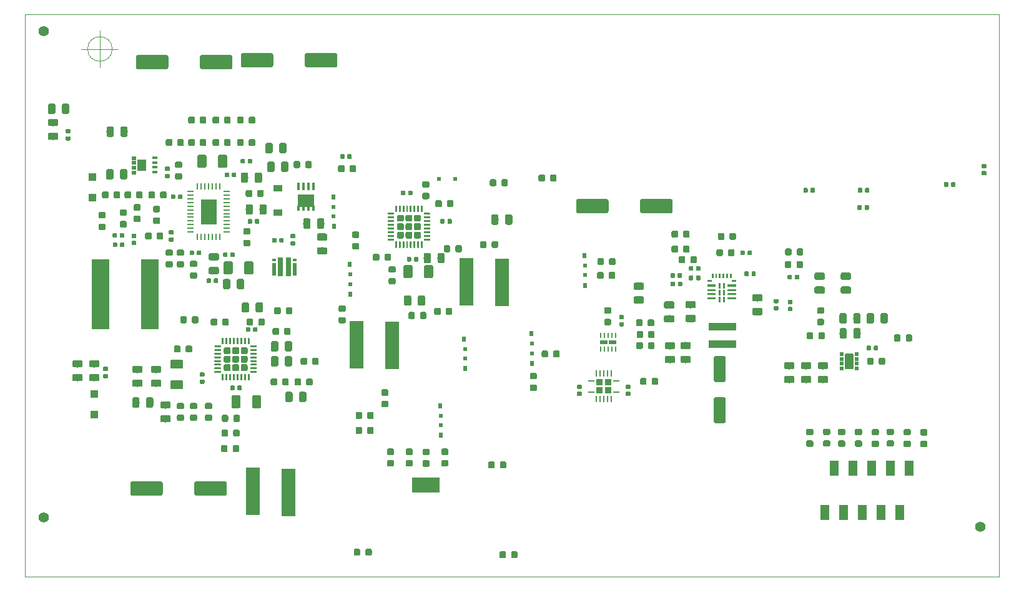
<source format=gbr>
G04 #@! TF.GenerationSoftware,KiCad,Pcbnew,(5.1.2)-1*
G04 #@! TF.CreationDate,2021-02-18T18:51:23+05:45*
G04 #@! TF.ProjectId,Pufferfish-Power-MCU,50756666-6572-4666-9973-682d506f7765,0.0*
G04 #@! TF.SameCoordinates,Original*
G04 #@! TF.FileFunction,Paste,Top*
G04 #@! TF.FilePolarity,Positive*
%FSLAX46Y46*%
G04 Gerber Fmt 4.6, Leading zero omitted, Abs format (unit mm)*
G04 Created by KiCad (PCBNEW (5.1.2)-1) date 2021-02-18 18:51:23*
%MOMM*%
%LPD*%
G04 APERTURE LIST*
%ADD10C,0.100000*%
%ADD11C,0.152400*%
%ADD12C,0.010000*%
%ADD13R,1.920000X6.500000*%
%ADD14C,0.875000*%
%ADD15C,1.900000*%
%ADD16C,1.400000*%
%ADD17R,2.380000X9.510000*%
%ADD18R,0.599999X0.499999*%
%ADD19R,1.200000X2.000001*%
%ADD20R,1.200000X2.000000*%
%ADD21C,0.590000*%
%ADD22R,0.860000X0.270000*%
%ADD23R,0.270000X0.860000*%
%ADD24R,0.500000X0.500000*%
%ADD25C,0.250000*%
%ADD26C,0.930000*%
%ADD27R,1.000000X0.500000*%
%ADD28R,0.250000X0.700000*%
%ADD29R,0.500000X0.700000*%
%ADD30R,0.500000X0.600000*%
%ADD31C,0.975000*%
%ADD32C,1.600000*%
%ADD33R,1.100000X1.100000*%
%ADD34R,3.800000X1.000000*%
%ADD35R,3.800000X2.030000*%
%ADD36C,0.300000*%
%ADD37C,0.360000*%
%ADD38R,0.820000X0.820000*%
%ADD39R,0.850000X0.280000*%
%ADD40R,0.280000X0.850000*%
%ADD41R,1.200000X0.900000*%
%ADD42R,0.700000X0.420000*%
%ADD43R,0.520000X0.450000*%
%ADD44R,0.520000X1.750000*%
%ADD45R,0.750000X2.520000*%
%ADD46C,1.250000*%
%ADD47R,0.405000X0.990000*%
%ADD48R,2.235000X1.725000*%
%ADD49R,0.405000X0.760000*%
G04 APERTURE END LIST*
D10*
X203212700Y-114388900D02*
X203212700Y-119388900D01*
X71094600Y-114401600D02*
X71094600Y-119401600D01*
X82946666Y-47752000D02*
G75*
G03X82946666Y-47752000I-1666666J0D01*
G01*
X78780000Y-47752000D02*
X83780000Y-47752000D01*
X81280000Y-45252000D02*
X81280000Y-50252000D01*
X71094600Y-114401600D02*
X71094600Y-43065700D01*
X203212700Y-119388900D02*
X71094600Y-119401600D01*
X203225400Y-43065700D02*
X203212700Y-114388900D01*
X71094600Y-43065700D02*
X203225400Y-43065700D01*
D11*
G04 #@! TO.C,U3*
X182360001Y-91069000D02*
X182360001Y-90321000D01*
X182360001Y-90321000D02*
X182360979Y-90311051D01*
X182360979Y-90311051D02*
X182363882Y-90301483D01*
X182363882Y-90301483D02*
X182368594Y-90292667D01*
X182368594Y-90292667D02*
X182374936Y-90284938D01*
X182374936Y-90284938D02*
X182382665Y-90278595D01*
X182382665Y-90278595D02*
X182391482Y-90273881D01*
X182391482Y-90273881D02*
X182401050Y-90270980D01*
X182401050Y-90270980D02*
X182410999Y-90270000D01*
X182410999Y-90270000D02*
X183349001Y-90270000D01*
X183349001Y-90270000D02*
X183358950Y-90270980D01*
X183358950Y-90270980D02*
X183368518Y-90273881D01*
X183368518Y-90273881D02*
X183377335Y-90278595D01*
X183377335Y-90278595D02*
X183385064Y-90284938D01*
X183385064Y-90284938D02*
X183391406Y-90292667D01*
X183391406Y-90292667D02*
X183396118Y-90301483D01*
X183396118Y-90301483D02*
X183399021Y-90311051D01*
X183399021Y-90311051D02*
X183399999Y-90321000D01*
X183399999Y-90321000D02*
X183399999Y-91069000D01*
X183399999Y-91069000D02*
X183399021Y-91078949D01*
X183399021Y-91078949D02*
X183396118Y-91088517D01*
X183396118Y-91088517D02*
X183391406Y-91097334D01*
X183391406Y-91097334D02*
X183385064Y-91105063D01*
X183385064Y-91105063D02*
X183377335Y-91111405D01*
X183377335Y-91111405D02*
X183368518Y-91116120D01*
X183368518Y-91116120D02*
X183358950Y-91119020D01*
X183358950Y-91119020D02*
X183349001Y-91120001D01*
X183349001Y-91120001D02*
X182410999Y-91120001D01*
X182410999Y-91120001D02*
X182401050Y-91119020D01*
X182401050Y-91119020D02*
X182391482Y-91116120D01*
X182391482Y-91116120D02*
X182382665Y-91111405D01*
X182382665Y-91111405D02*
X182374936Y-91105063D01*
X182374936Y-91105063D02*
X182368594Y-91097334D01*
X182368594Y-91097334D02*
X182363882Y-91088517D01*
X182363882Y-91088517D02*
X182360979Y-91078949D01*
X182360979Y-91078949D02*
X182360001Y-91069000D01*
X182360001Y-90019000D02*
X182360001Y-89271000D01*
X182360001Y-89271000D02*
X182360979Y-89261051D01*
X182360979Y-89261051D02*
X182363882Y-89251483D01*
X182363882Y-89251483D02*
X182368594Y-89242666D01*
X182368594Y-89242666D02*
X182374936Y-89234937D01*
X182374936Y-89234937D02*
X182382665Y-89228595D01*
X182382665Y-89228595D02*
X182391482Y-89223880D01*
X182391482Y-89223880D02*
X182401050Y-89220980D01*
X182401050Y-89220980D02*
X182410999Y-89219999D01*
X182410999Y-89219999D02*
X183349001Y-89219999D01*
X183349001Y-89219999D02*
X183358950Y-89220980D01*
X183358950Y-89220980D02*
X183368518Y-89223880D01*
X183368518Y-89223880D02*
X183377335Y-89228595D01*
X183377335Y-89228595D02*
X183385064Y-89234937D01*
X183385064Y-89234937D02*
X183391406Y-89242666D01*
X183391406Y-89242666D02*
X183396118Y-89251483D01*
X183396118Y-89251483D02*
X183399021Y-89261051D01*
X183399021Y-89261051D02*
X183399999Y-89271000D01*
X183399999Y-89271000D02*
X183399999Y-90019000D01*
X183399999Y-90019000D02*
X183399021Y-90028949D01*
X183399021Y-90028949D02*
X183396118Y-90038517D01*
X183396118Y-90038517D02*
X183391406Y-90047333D01*
X183391406Y-90047333D02*
X183385064Y-90055062D01*
X183385064Y-90055062D02*
X183377335Y-90061405D01*
X183377335Y-90061405D02*
X183368518Y-90066119D01*
X183368518Y-90066119D02*
X183358950Y-90069020D01*
X183358950Y-90069020D02*
X183349001Y-90070000D01*
X183349001Y-90070000D02*
X182410999Y-90070000D01*
X182410999Y-90070000D02*
X182401050Y-90069020D01*
X182401050Y-90069020D02*
X182391482Y-90066119D01*
X182391482Y-90066119D02*
X182382665Y-90061405D01*
X182382665Y-90061405D02*
X182374936Y-90055062D01*
X182374936Y-90055062D02*
X182368594Y-90047333D01*
X182368594Y-90047333D02*
X182363882Y-90038517D01*
X182363882Y-90038517D02*
X182360979Y-90028949D01*
X182360979Y-90028949D02*
X182360001Y-90019000D01*
D12*
G04 #@! TO.C,U1*
G36*
X95007940Y-68220000D02*
G01*
X97012000Y-68220000D01*
X97012000Y-71486630D01*
X95007940Y-71486630D01*
X95007940Y-68220000D01*
G37*
X95007940Y-68220000D02*
X97012000Y-68220000D01*
X97012000Y-71486630D01*
X95007940Y-71486630D01*
X95007940Y-68220000D01*
G04 #@! TO.C,Q1*
G36*
X86076000Y-62735000D02*
G01*
X85626000Y-62735000D01*
X85626000Y-62315000D01*
X86076000Y-62315000D01*
X86076000Y-62735000D01*
G37*
X86076000Y-62735000D02*
X85626000Y-62735000D01*
X85626000Y-62315000D01*
X86076000Y-62315000D01*
X86076000Y-62735000D01*
G36*
X86076000Y-63385000D02*
G01*
X85626000Y-63385000D01*
X85626000Y-62965000D01*
X86076000Y-62965000D01*
X86076000Y-63385000D01*
G37*
X86076000Y-63385000D02*
X85626000Y-63385000D01*
X85626000Y-62965000D01*
X86076000Y-62965000D01*
X86076000Y-63385000D01*
G36*
X86076000Y-64035000D02*
G01*
X85626000Y-64035000D01*
X85626000Y-63615000D01*
X86076000Y-63615000D01*
X86076000Y-64035000D01*
G37*
X86076000Y-64035000D02*
X85626000Y-64035000D01*
X85626000Y-63615000D01*
X86076000Y-63615000D01*
X86076000Y-64035000D01*
G36*
X86076000Y-64685000D02*
G01*
X85626000Y-64685000D01*
X85626000Y-64265000D01*
X86076000Y-64265000D01*
X86076000Y-64685000D01*
G37*
X86076000Y-64685000D02*
X85626000Y-64685000D01*
X85626000Y-64265000D01*
X86076000Y-64265000D01*
X86076000Y-64685000D01*
G36*
X86076000Y-64685000D02*
G01*
X85626000Y-64685000D01*
X85626000Y-64265000D01*
X86076000Y-64265000D01*
X86076000Y-64685000D01*
G37*
X86076000Y-64685000D02*
X85626000Y-64685000D01*
X85626000Y-64265000D01*
X86076000Y-64265000D01*
X86076000Y-64685000D01*
G36*
X87463500Y-64250000D02*
G01*
X86388500Y-64250000D01*
X86388500Y-62750000D01*
X87463500Y-62750000D01*
X87463500Y-64250000D01*
G37*
X87463500Y-64250000D02*
X86388500Y-64250000D01*
X86388500Y-62750000D01*
X87463500Y-62750000D01*
X87463500Y-64250000D01*
G04 #@! TD*
D13*
G04 #@! TO.C,L4*
X102067400Y-107857600D03*
X106877400Y-107947600D03*
G04 #@! TD*
D10*
G04 #@! TO.C,R26*
G36*
X154735091Y-86053653D02*
G01*
X154756326Y-86056803D01*
X154777150Y-86062019D01*
X154797362Y-86069251D01*
X154816768Y-86078430D01*
X154835181Y-86089466D01*
X154852424Y-86102254D01*
X154868330Y-86116670D01*
X154882746Y-86132576D01*
X154895534Y-86149819D01*
X154906570Y-86168232D01*
X154915749Y-86187638D01*
X154922981Y-86207850D01*
X154928197Y-86228674D01*
X154931347Y-86249909D01*
X154932400Y-86271350D01*
X154932400Y-86783850D01*
X154931347Y-86805291D01*
X154928197Y-86826526D01*
X154922981Y-86847350D01*
X154915749Y-86867562D01*
X154906570Y-86886968D01*
X154895534Y-86905381D01*
X154882746Y-86922624D01*
X154868330Y-86938530D01*
X154852424Y-86952946D01*
X154835181Y-86965734D01*
X154816768Y-86976770D01*
X154797362Y-86985949D01*
X154777150Y-86993181D01*
X154756326Y-86998397D01*
X154735091Y-87001547D01*
X154713650Y-87002600D01*
X154276150Y-87002600D01*
X154254709Y-87001547D01*
X154233474Y-86998397D01*
X154212650Y-86993181D01*
X154192438Y-86985949D01*
X154173032Y-86976770D01*
X154154619Y-86965734D01*
X154137376Y-86952946D01*
X154121470Y-86938530D01*
X154107054Y-86922624D01*
X154094266Y-86905381D01*
X154083230Y-86886968D01*
X154074051Y-86867562D01*
X154066819Y-86847350D01*
X154061603Y-86826526D01*
X154058453Y-86805291D01*
X154057400Y-86783850D01*
X154057400Y-86271350D01*
X154058453Y-86249909D01*
X154061603Y-86228674D01*
X154066819Y-86207850D01*
X154074051Y-86187638D01*
X154083230Y-86168232D01*
X154094266Y-86149819D01*
X154107054Y-86132576D01*
X154121470Y-86116670D01*
X154137376Y-86102254D01*
X154154619Y-86089466D01*
X154173032Y-86078430D01*
X154192438Y-86069251D01*
X154212650Y-86062019D01*
X154233474Y-86056803D01*
X154254709Y-86053653D01*
X154276150Y-86052600D01*
X154713650Y-86052600D01*
X154735091Y-86053653D01*
X154735091Y-86053653D01*
G37*
D14*
X154494900Y-86527600D03*
D10*
G36*
X156310091Y-86053653D02*
G01*
X156331326Y-86056803D01*
X156352150Y-86062019D01*
X156372362Y-86069251D01*
X156391768Y-86078430D01*
X156410181Y-86089466D01*
X156427424Y-86102254D01*
X156443330Y-86116670D01*
X156457746Y-86132576D01*
X156470534Y-86149819D01*
X156481570Y-86168232D01*
X156490749Y-86187638D01*
X156497981Y-86207850D01*
X156503197Y-86228674D01*
X156506347Y-86249909D01*
X156507400Y-86271350D01*
X156507400Y-86783850D01*
X156506347Y-86805291D01*
X156503197Y-86826526D01*
X156497981Y-86847350D01*
X156490749Y-86867562D01*
X156481570Y-86886968D01*
X156470534Y-86905381D01*
X156457746Y-86922624D01*
X156443330Y-86938530D01*
X156427424Y-86952946D01*
X156410181Y-86965734D01*
X156391768Y-86976770D01*
X156372362Y-86985949D01*
X156352150Y-86993181D01*
X156331326Y-86998397D01*
X156310091Y-87001547D01*
X156288650Y-87002600D01*
X155851150Y-87002600D01*
X155829709Y-87001547D01*
X155808474Y-86998397D01*
X155787650Y-86993181D01*
X155767438Y-86985949D01*
X155748032Y-86976770D01*
X155729619Y-86965734D01*
X155712376Y-86952946D01*
X155696470Y-86938530D01*
X155682054Y-86922624D01*
X155669266Y-86905381D01*
X155658230Y-86886968D01*
X155649051Y-86867562D01*
X155641819Y-86847350D01*
X155636603Y-86826526D01*
X155633453Y-86805291D01*
X155632400Y-86783850D01*
X155632400Y-86271350D01*
X155633453Y-86249909D01*
X155636603Y-86228674D01*
X155641819Y-86207850D01*
X155649051Y-86187638D01*
X155658230Y-86168232D01*
X155669266Y-86149819D01*
X155682054Y-86132576D01*
X155696470Y-86116670D01*
X155712376Y-86102254D01*
X155729619Y-86089466D01*
X155748032Y-86078430D01*
X155767438Y-86069251D01*
X155787650Y-86062019D01*
X155808474Y-86056803D01*
X155829709Y-86053653D01*
X155851150Y-86052600D01*
X156288650Y-86052600D01*
X156310091Y-86053653D01*
X156310091Y-86053653D01*
G37*
D14*
X156069900Y-86527600D03*
G04 #@! TD*
D10*
G04 #@! TO.C,C24*
G36*
X98272505Y-106493204D02*
G01*
X98296773Y-106496804D01*
X98320572Y-106502765D01*
X98343671Y-106511030D01*
X98365850Y-106521520D01*
X98386893Y-106534132D01*
X98406599Y-106548747D01*
X98424777Y-106565223D01*
X98441253Y-106583401D01*
X98455868Y-106603107D01*
X98468480Y-106624150D01*
X98478970Y-106646329D01*
X98487235Y-106669428D01*
X98493196Y-106693227D01*
X98496796Y-106717495D01*
X98498000Y-106741999D01*
X98498000Y-108142001D01*
X98496796Y-108166505D01*
X98493196Y-108190773D01*
X98487235Y-108214572D01*
X98478970Y-108237671D01*
X98468480Y-108259850D01*
X98455868Y-108280893D01*
X98441253Y-108300599D01*
X98424777Y-108318777D01*
X98406599Y-108335253D01*
X98386893Y-108349868D01*
X98365850Y-108362480D01*
X98343671Y-108372970D01*
X98320572Y-108381235D01*
X98296773Y-108387196D01*
X98272505Y-108390796D01*
X98248001Y-108392000D01*
X94347999Y-108392000D01*
X94323495Y-108390796D01*
X94299227Y-108387196D01*
X94275428Y-108381235D01*
X94252329Y-108372970D01*
X94230150Y-108362480D01*
X94209107Y-108349868D01*
X94189401Y-108335253D01*
X94171223Y-108318777D01*
X94154747Y-108300599D01*
X94140132Y-108280893D01*
X94127520Y-108259850D01*
X94117030Y-108237671D01*
X94108765Y-108214572D01*
X94102804Y-108190773D01*
X94099204Y-108166505D01*
X94098000Y-108142001D01*
X94098000Y-106741999D01*
X94099204Y-106717495D01*
X94102804Y-106693227D01*
X94108765Y-106669428D01*
X94117030Y-106646329D01*
X94127520Y-106624150D01*
X94140132Y-106603107D01*
X94154747Y-106583401D01*
X94171223Y-106565223D01*
X94189401Y-106548747D01*
X94209107Y-106534132D01*
X94230150Y-106521520D01*
X94252329Y-106511030D01*
X94275428Y-106502765D01*
X94299227Y-106496804D01*
X94323495Y-106493204D01*
X94347999Y-106492000D01*
X98248001Y-106492000D01*
X98272505Y-106493204D01*
X98272505Y-106493204D01*
G37*
D15*
X96298000Y-107442000D03*
D10*
G36*
X89572505Y-106493204D02*
G01*
X89596773Y-106496804D01*
X89620572Y-106502765D01*
X89643671Y-106511030D01*
X89665850Y-106521520D01*
X89686893Y-106534132D01*
X89706599Y-106548747D01*
X89724777Y-106565223D01*
X89741253Y-106583401D01*
X89755868Y-106603107D01*
X89768480Y-106624150D01*
X89778970Y-106646329D01*
X89787235Y-106669428D01*
X89793196Y-106693227D01*
X89796796Y-106717495D01*
X89798000Y-106741999D01*
X89798000Y-108142001D01*
X89796796Y-108166505D01*
X89793196Y-108190773D01*
X89787235Y-108214572D01*
X89778970Y-108237671D01*
X89768480Y-108259850D01*
X89755868Y-108280893D01*
X89741253Y-108300599D01*
X89724777Y-108318777D01*
X89706599Y-108335253D01*
X89686893Y-108349868D01*
X89665850Y-108362480D01*
X89643671Y-108372970D01*
X89620572Y-108381235D01*
X89596773Y-108387196D01*
X89572505Y-108390796D01*
X89548001Y-108392000D01*
X85647999Y-108392000D01*
X85623495Y-108390796D01*
X85599227Y-108387196D01*
X85575428Y-108381235D01*
X85552329Y-108372970D01*
X85530150Y-108362480D01*
X85509107Y-108349868D01*
X85489401Y-108335253D01*
X85471223Y-108318777D01*
X85454747Y-108300599D01*
X85440132Y-108280893D01*
X85427520Y-108259850D01*
X85417030Y-108237671D01*
X85408765Y-108214572D01*
X85402804Y-108190773D01*
X85399204Y-108166505D01*
X85398000Y-108142001D01*
X85398000Y-106741999D01*
X85399204Y-106717495D01*
X85402804Y-106693227D01*
X85408765Y-106669428D01*
X85417030Y-106646329D01*
X85427520Y-106624150D01*
X85440132Y-106603107D01*
X85454747Y-106583401D01*
X85471223Y-106565223D01*
X85489401Y-106548747D01*
X85509107Y-106534132D01*
X85530150Y-106521520D01*
X85552329Y-106511030D01*
X85575428Y-106502765D01*
X85599227Y-106496804D01*
X85623495Y-106493204D01*
X85647999Y-106492000D01*
X89548001Y-106492000D01*
X89572505Y-106493204D01*
X89572505Y-106493204D01*
G37*
D15*
X87598000Y-107442000D03*
G04 #@! TD*
D16*
G04 #@! TO.C,FID1*
X200697400Y-112632600D03*
G04 #@! TD*
G04 #@! TO.C,FID1*
X73697400Y-111362600D03*
G04 #@! TD*
D17*
G04 #@! TO.C,L3*
X88025000Y-81100000D03*
X81375000Y-81100000D03*
G04 #@! TD*
D13*
G04 #@! TO.C,L5*
X120934000Y-87997600D03*
X116124000Y-87907600D03*
G04 #@! TD*
G04 #@! TO.C,L6*
X135793000Y-79420000D03*
X130983000Y-79330000D03*
G04 #@! TD*
D18*
G04 #@! TO.C,U3*
X181830000Y-89195001D03*
X181830000Y-89844999D03*
X181830000Y-90495001D03*
X181830000Y-91144999D03*
X183930000Y-91144999D03*
X183930000Y-90495001D03*
X183930000Y-89844999D03*
X183930000Y-89195001D03*
D19*
X182880000Y-90170000D03*
G04 #@! TD*
D20*
G04 #@! TO.C,J2*
X191003000Y-104696000D03*
X188463000Y-104696000D03*
X185923000Y-104696000D03*
X183383000Y-104696000D03*
X180843000Y-104696000D03*
X189743000Y-110696000D03*
X187203000Y-110696000D03*
X184663000Y-110696000D03*
X182123000Y-110696000D03*
X179583000Y-110696000D03*
G04 #@! TD*
D10*
G04 #@! TO.C,C15*
G36*
X94257691Y-76500053D02*
G01*
X94278926Y-76503203D01*
X94299750Y-76508419D01*
X94319962Y-76515651D01*
X94339368Y-76524830D01*
X94357781Y-76535866D01*
X94375024Y-76548654D01*
X94390930Y-76563070D01*
X94405346Y-76578976D01*
X94418134Y-76596219D01*
X94429170Y-76614632D01*
X94438349Y-76634038D01*
X94445581Y-76654250D01*
X94450797Y-76675074D01*
X94453947Y-76696309D01*
X94455000Y-76717750D01*
X94455000Y-77155250D01*
X94453947Y-77176691D01*
X94450797Y-77197926D01*
X94445581Y-77218750D01*
X94438349Y-77238962D01*
X94429170Y-77258368D01*
X94418134Y-77276781D01*
X94405346Y-77294024D01*
X94390930Y-77309930D01*
X94375024Y-77324346D01*
X94357781Y-77337134D01*
X94339368Y-77348170D01*
X94319962Y-77357349D01*
X94299750Y-77364581D01*
X94278926Y-77369797D01*
X94257691Y-77372947D01*
X94236250Y-77374000D01*
X93723750Y-77374000D01*
X93702309Y-77372947D01*
X93681074Y-77369797D01*
X93660250Y-77364581D01*
X93640038Y-77357349D01*
X93620632Y-77348170D01*
X93602219Y-77337134D01*
X93584976Y-77324346D01*
X93569070Y-77309930D01*
X93554654Y-77294024D01*
X93541866Y-77276781D01*
X93530830Y-77258368D01*
X93521651Y-77238962D01*
X93514419Y-77218750D01*
X93509203Y-77197926D01*
X93506053Y-77176691D01*
X93505000Y-77155250D01*
X93505000Y-76717750D01*
X93506053Y-76696309D01*
X93509203Y-76675074D01*
X93514419Y-76654250D01*
X93521651Y-76634038D01*
X93530830Y-76614632D01*
X93541866Y-76596219D01*
X93554654Y-76578976D01*
X93569070Y-76563070D01*
X93584976Y-76548654D01*
X93602219Y-76535866D01*
X93620632Y-76524830D01*
X93640038Y-76515651D01*
X93660250Y-76508419D01*
X93681074Y-76503203D01*
X93702309Y-76500053D01*
X93723750Y-76499000D01*
X94236250Y-76499000D01*
X94257691Y-76500053D01*
X94257691Y-76500053D01*
G37*
D14*
X93980000Y-76936500D03*
D10*
G36*
X94257691Y-78075053D02*
G01*
X94278926Y-78078203D01*
X94299750Y-78083419D01*
X94319962Y-78090651D01*
X94339368Y-78099830D01*
X94357781Y-78110866D01*
X94375024Y-78123654D01*
X94390930Y-78138070D01*
X94405346Y-78153976D01*
X94418134Y-78171219D01*
X94429170Y-78189632D01*
X94438349Y-78209038D01*
X94445581Y-78229250D01*
X94450797Y-78250074D01*
X94453947Y-78271309D01*
X94455000Y-78292750D01*
X94455000Y-78730250D01*
X94453947Y-78751691D01*
X94450797Y-78772926D01*
X94445581Y-78793750D01*
X94438349Y-78813962D01*
X94429170Y-78833368D01*
X94418134Y-78851781D01*
X94405346Y-78869024D01*
X94390930Y-78884930D01*
X94375024Y-78899346D01*
X94357781Y-78912134D01*
X94339368Y-78923170D01*
X94319962Y-78932349D01*
X94299750Y-78939581D01*
X94278926Y-78944797D01*
X94257691Y-78947947D01*
X94236250Y-78949000D01*
X93723750Y-78949000D01*
X93702309Y-78947947D01*
X93681074Y-78944797D01*
X93660250Y-78939581D01*
X93640038Y-78932349D01*
X93620632Y-78923170D01*
X93602219Y-78912134D01*
X93584976Y-78899346D01*
X93569070Y-78884930D01*
X93554654Y-78869024D01*
X93541866Y-78851781D01*
X93530830Y-78833368D01*
X93521651Y-78813962D01*
X93514419Y-78793750D01*
X93509203Y-78772926D01*
X93506053Y-78751691D01*
X93505000Y-78730250D01*
X93505000Y-78292750D01*
X93506053Y-78271309D01*
X93509203Y-78250074D01*
X93514419Y-78229250D01*
X93521651Y-78209038D01*
X93530830Y-78189632D01*
X93541866Y-78171219D01*
X93554654Y-78153976D01*
X93569070Y-78138070D01*
X93584976Y-78123654D01*
X93602219Y-78110866D01*
X93620632Y-78099830D01*
X93640038Y-78090651D01*
X93660250Y-78083419D01*
X93681074Y-78078203D01*
X93702309Y-78075053D01*
X93723750Y-78074000D01*
X94236250Y-78074000D01*
X94257691Y-78075053D01*
X94257691Y-78075053D01*
G37*
D14*
X93980000Y-78511500D03*
G04 #@! TD*
D10*
G04 #@! TO.C,C80*
G36*
X102500958Y-85532710D02*
G01*
X102515276Y-85534834D01*
X102529317Y-85538351D01*
X102542946Y-85543228D01*
X102556031Y-85549417D01*
X102568447Y-85556858D01*
X102580073Y-85565481D01*
X102590798Y-85575202D01*
X102600519Y-85585927D01*
X102609142Y-85597553D01*
X102616583Y-85609969D01*
X102622772Y-85623054D01*
X102627649Y-85636683D01*
X102631166Y-85650724D01*
X102633290Y-85665042D01*
X102634000Y-85679500D01*
X102634000Y-86024500D01*
X102633290Y-86038958D01*
X102631166Y-86053276D01*
X102627649Y-86067317D01*
X102622772Y-86080946D01*
X102616583Y-86094031D01*
X102609142Y-86106447D01*
X102600519Y-86118073D01*
X102590798Y-86128798D01*
X102580073Y-86138519D01*
X102568447Y-86147142D01*
X102556031Y-86154583D01*
X102542946Y-86160772D01*
X102529317Y-86165649D01*
X102515276Y-86169166D01*
X102500958Y-86171290D01*
X102486500Y-86172000D01*
X102191500Y-86172000D01*
X102177042Y-86171290D01*
X102162724Y-86169166D01*
X102148683Y-86165649D01*
X102135054Y-86160772D01*
X102121969Y-86154583D01*
X102109553Y-86147142D01*
X102097927Y-86138519D01*
X102087202Y-86128798D01*
X102077481Y-86118073D01*
X102068858Y-86106447D01*
X102061417Y-86094031D01*
X102055228Y-86080946D01*
X102050351Y-86067317D01*
X102046834Y-86053276D01*
X102044710Y-86038958D01*
X102044000Y-86024500D01*
X102044000Y-85679500D01*
X102044710Y-85665042D01*
X102046834Y-85650724D01*
X102050351Y-85636683D01*
X102055228Y-85623054D01*
X102061417Y-85609969D01*
X102068858Y-85597553D01*
X102077481Y-85585927D01*
X102087202Y-85575202D01*
X102097927Y-85565481D01*
X102109553Y-85556858D01*
X102121969Y-85549417D01*
X102135054Y-85543228D01*
X102148683Y-85538351D01*
X102162724Y-85534834D01*
X102177042Y-85532710D01*
X102191500Y-85532000D01*
X102486500Y-85532000D01*
X102500958Y-85532710D01*
X102500958Y-85532710D01*
G37*
D21*
X102339000Y-85852000D03*
D10*
G36*
X101530958Y-85532710D02*
G01*
X101545276Y-85534834D01*
X101559317Y-85538351D01*
X101572946Y-85543228D01*
X101586031Y-85549417D01*
X101598447Y-85556858D01*
X101610073Y-85565481D01*
X101620798Y-85575202D01*
X101630519Y-85585927D01*
X101639142Y-85597553D01*
X101646583Y-85609969D01*
X101652772Y-85623054D01*
X101657649Y-85636683D01*
X101661166Y-85650724D01*
X101663290Y-85665042D01*
X101664000Y-85679500D01*
X101664000Y-86024500D01*
X101663290Y-86038958D01*
X101661166Y-86053276D01*
X101657649Y-86067317D01*
X101652772Y-86080946D01*
X101646583Y-86094031D01*
X101639142Y-86106447D01*
X101630519Y-86118073D01*
X101620798Y-86128798D01*
X101610073Y-86138519D01*
X101598447Y-86147142D01*
X101586031Y-86154583D01*
X101572946Y-86160772D01*
X101559317Y-86165649D01*
X101545276Y-86169166D01*
X101530958Y-86171290D01*
X101516500Y-86172000D01*
X101221500Y-86172000D01*
X101207042Y-86171290D01*
X101192724Y-86169166D01*
X101178683Y-86165649D01*
X101165054Y-86160772D01*
X101151969Y-86154583D01*
X101139553Y-86147142D01*
X101127927Y-86138519D01*
X101117202Y-86128798D01*
X101107481Y-86118073D01*
X101098858Y-86106447D01*
X101091417Y-86094031D01*
X101085228Y-86080946D01*
X101080351Y-86067317D01*
X101076834Y-86053276D01*
X101074710Y-86038958D01*
X101074000Y-86024500D01*
X101074000Y-85679500D01*
X101074710Y-85665042D01*
X101076834Y-85650724D01*
X101080351Y-85636683D01*
X101085228Y-85623054D01*
X101091417Y-85609969D01*
X101098858Y-85597553D01*
X101107481Y-85585927D01*
X101117202Y-85575202D01*
X101127927Y-85565481D01*
X101139553Y-85556858D01*
X101151969Y-85549417D01*
X101165054Y-85543228D01*
X101178683Y-85538351D01*
X101192724Y-85534834D01*
X101207042Y-85532710D01*
X101221500Y-85532000D01*
X101516500Y-85532000D01*
X101530958Y-85532710D01*
X101530958Y-85532710D01*
G37*
D21*
X101369000Y-85852000D03*
G04 #@! TD*
D10*
G04 #@! TO.C,R29*
G36*
X159124358Y-78193310D02*
G01*
X159138676Y-78195434D01*
X159152717Y-78198951D01*
X159166346Y-78203828D01*
X159179431Y-78210017D01*
X159191847Y-78217458D01*
X159203473Y-78226081D01*
X159214198Y-78235802D01*
X159223919Y-78246527D01*
X159232542Y-78258153D01*
X159239983Y-78270569D01*
X159246172Y-78283654D01*
X159251049Y-78297283D01*
X159254566Y-78311324D01*
X159256690Y-78325642D01*
X159257400Y-78340100D01*
X159257400Y-78685100D01*
X159256690Y-78699558D01*
X159254566Y-78713876D01*
X159251049Y-78727917D01*
X159246172Y-78741546D01*
X159239983Y-78754631D01*
X159232542Y-78767047D01*
X159223919Y-78778673D01*
X159214198Y-78789398D01*
X159203473Y-78799119D01*
X159191847Y-78807742D01*
X159179431Y-78815183D01*
X159166346Y-78821372D01*
X159152717Y-78826249D01*
X159138676Y-78829766D01*
X159124358Y-78831890D01*
X159109900Y-78832600D01*
X158814900Y-78832600D01*
X158800442Y-78831890D01*
X158786124Y-78829766D01*
X158772083Y-78826249D01*
X158758454Y-78821372D01*
X158745369Y-78815183D01*
X158732953Y-78807742D01*
X158721327Y-78799119D01*
X158710602Y-78789398D01*
X158700881Y-78778673D01*
X158692258Y-78767047D01*
X158684817Y-78754631D01*
X158678628Y-78741546D01*
X158673751Y-78727917D01*
X158670234Y-78713876D01*
X158668110Y-78699558D01*
X158667400Y-78685100D01*
X158667400Y-78340100D01*
X158668110Y-78325642D01*
X158670234Y-78311324D01*
X158673751Y-78297283D01*
X158678628Y-78283654D01*
X158684817Y-78270569D01*
X158692258Y-78258153D01*
X158700881Y-78246527D01*
X158710602Y-78235802D01*
X158721327Y-78226081D01*
X158732953Y-78217458D01*
X158745369Y-78210017D01*
X158758454Y-78203828D01*
X158772083Y-78198951D01*
X158786124Y-78195434D01*
X158800442Y-78193310D01*
X158814900Y-78192600D01*
X159109900Y-78192600D01*
X159124358Y-78193310D01*
X159124358Y-78193310D01*
G37*
D21*
X158962400Y-78512600D03*
D10*
G36*
X160094358Y-78193310D02*
G01*
X160108676Y-78195434D01*
X160122717Y-78198951D01*
X160136346Y-78203828D01*
X160149431Y-78210017D01*
X160161847Y-78217458D01*
X160173473Y-78226081D01*
X160184198Y-78235802D01*
X160193919Y-78246527D01*
X160202542Y-78258153D01*
X160209983Y-78270569D01*
X160216172Y-78283654D01*
X160221049Y-78297283D01*
X160224566Y-78311324D01*
X160226690Y-78325642D01*
X160227400Y-78340100D01*
X160227400Y-78685100D01*
X160226690Y-78699558D01*
X160224566Y-78713876D01*
X160221049Y-78727917D01*
X160216172Y-78741546D01*
X160209983Y-78754631D01*
X160202542Y-78767047D01*
X160193919Y-78778673D01*
X160184198Y-78789398D01*
X160173473Y-78799119D01*
X160161847Y-78807742D01*
X160149431Y-78815183D01*
X160136346Y-78821372D01*
X160122717Y-78826249D01*
X160108676Y-78829766D01*
X160094358Y-78831890D01*
X160079900Y-78832600D01*
X159784900Y-78832600D01*
X159770442Y-78831890D01*
X159756124Y-78829766D01*
X159742083Y-78826249D01*
X159728454Y-78821372D01*
X159715369Y-78815183D01*
X159702953Y-78807742D01*
X159691327Y-78799119D01*
X159680602Y-78789398D01*
X159670881Y-78778673D01*
X159662258Y-78767047D01*
X159654817Y-78754631D01*
X159648628Y-78741546D01*
X159643751Y-78727917D01*
X159640234Y-78713876D01*
X159638110Y-78699558D01*
X159637400Y-78685100D01*
X159637400Y-78340100D01*
X159638110Y-78325642D01*
X159640234Y-78311324D01*
X159643751Y-78297283D01*
X159648628Y-78283654D01*
X159654817Y-78270569D01*
X159662258Y-78258153D01*
X159670881Y-78246527D01*
X159680602Y-78235802D01*
X159691327Y-78226081D01*
X159702953Y-78217458D01*
X159715369Y-78210017D01*
X159728454Y-78203828D01*
X159742083Y-78198951D01*
X159756124Y-78195434D01*
X159770442Y-78193310D01*
X159784900Y-78192600D01*
X160079900Y-78192600D01*
X160094358Y-78193310D01*
X160094358Y-78193310D01*
G37*
D21*
X159932400Y-78512600D03*
G04 #@! TD*
D10*
G04 #@! TO.C,C23*
G36*
X99034505Y-48581204D02*
G01*
X99058773Y-48584804D01*
X99082572Y-48590765D01*
X99105671Y-48599030D01*
X99127850Y-48609520D01*
X99148893Y-48622132D01*
X99168599Y-48636747D01*
X99186777Y-48653223D01*
X99203253Y-48671401D01*
X99217868Y-48691107D01*
X99230480Y-48712150D01*
X99240970Y-48734329D01*
X99249235Y-48757428D01*
X99255196Y-48781227D01*
X99258796Y-48805495D01*
X99260000Y-48829999D01*
X99260000Y-50230001D01*
X99258796Y-50254505D01*
X99255196Y-50278773D01*
X99249235Y-50302572D01*
X99240970Y-50325671D01*
X99230480Y-50347850D01*
X99217868Y-50368893D01*
X99203253Y-50388599D01*
X99186777Y-50406777D01*
X99168599Y-50423253D01*
X99148893Y-50437868D01*
X99127850Y-50450480D01*
X99105671Y-50460970D01*
X99082572Y-50469235D01*
X99058773Y-50475196D01*
X99034505Y-50478796D01*
X99010001Y-50480000D01*
X95109999Y-50480000D01*
X95085495Y-50478796D01*
X95061227Y-50475196D01*
X95037428Y-50469235D01*
X95014329Y-50460970D01*
X94992150Y-50450480D01*
X94971107Y-50437868D01*
X94951401Y-50423253D01*
X94933223Y-50406777D01*
X94916747Y-50388599D01*
X94902132Y-50368893D01*
X94889520Y-50347850D01*
X94879030Y-50325671D01*
X94870765Y-50302572D01*
X94864804Y-50278773D01*
X94861204Y-50254505D01*
X94860000Y-50230001D01*
X94860000Y-48829999D01*
X94861204Y-48805495D01*
X94864804Y-48781227D01*
X94870765Y-48757428D01*
X94879030Y-48734329D01*
X94889520Y-48712150D01*
X94902132Y-48691107D01*
X94916747Y-48671401D01*
X94933223Y-48653223D01*
X94951401Y-48636747D01*
X94971107Y-48622132D01*
X94992150Y-48609520D01*
X95014329Y-48599030D01*
X95037428Y-48590765D01*
X95061227Y-48584804D01*
X95085495Y-48581204D01*
X95109999Y-48580000D01*
X99010001Y-48580000D01*
X99034505Y-48581204D01*
X99034505Y-48581204D01*
G37*
D15*
X97060000Y-49530000D03*
D10*
G36*
X90334505Y-48581204D02*
G01*
X90358773Y-48584804D01*
X90382572Y-48590765D01*
X90405671Y-48599030D01*
X90427850Y-48609520D01*
X90448893Y-48622132D01*
X90468599Y-48636747D01*
X90486777Y-48653223D01*
X90503253Y-48671401D01*
X90517868Y-48691107D01*
X90530480Y-48712150D01*
X90540970Y-48734329D01*
X90549235Y-48757428D01*
X90555196Y-48781227D01*
X90558796Y-48805495D01*
X90560000Y-48829999D01*
X90560000Y-50230001D01*
X90558796Y-50254505D01*
X90555196Y-50278773D01*
X90549235Y-50302572D01*
X90540970Y-50325671D01*
X90530480Y-50347850D01*
X90517868Y-50368893D01*
X90503253Y-50388599D01*
X90486777Y-50406777D01*
X90468599Y-50423253D01*
X90448893Y-50437868D01*
X90427850Y-50450480D01*
X90405671Y-50460970D01*
X90382572Y-50469235D01*
X90358773Y-50475196D01*
X90334505Y-50478796D01*
X90310001Y-50480000D01*
X86409999Y-50480000D01*
X86385495Y-50478796D01*
X86361227Y-50475196D01*
X86337428Y-50469235D01*
X86314329Y-50460970D01*
X86292150Y-50450480D01*
X86271107Y-50437868D01*
X86251401Y-50423253D01*
X86233223Y-50406777D01*
X86216747Y-50388599D01*
X86202132Y-50368893D01*
X86189520Y-50347850D01*
X86179030Y-50325671D01*
X86170765Y-50302572D01*
X86164804Y-50278773D01*
X86161204Y-50254505D01*
X86160000Y-50230001D01*
X86160000Y-48829999D01*
X86161204Y-48805495D01*
X86164804Y-48781227D01*
X86170765Y-48757428D01*
X86179030Y-48734329D01*
X86189520Y-48712150D01*
X86202132Y-48691107D01*
X86216747Y-48671401D01*
X86233223Y-48653223D01*
X86251401Y-48636747D01*
X86271107Y-48622132D01*
X86292150Y-48609520D01*
X86314329Y-48599030D01*
X86337428Y-48590765D01*
X86361227Y-48584804D01*
X86385495Y-48581204D01*
X86409999Y-48580000D01*
X90310001Y-48580000D01*
X90334505Y-48581204D01*
X90334505Y-48581204D01*
G37*
D15*
X88360000Y-49530000D03*
G04 #@! TD*
D10*
G04 #@! TO.C,C110*
G36*
X185494358Y-66623310D02*
G01*
X185508676Y-66625434D01*
X185522717Y-66628951D01*
X185536346Y-66633828D01*
X185549431Y-66640017D01*
X185561847Y-66647458D01*
X185573473Y-66656081D01*
X185584198Y-66665802D01*
X185593919Y-66676527D01*
X185602542Y-66688153D01*
X185609983Y-66700569D01*
X185616172Y-66713654D01*
X185621049Y-66727283D01*
X185624566Y-66741324D01*
X185626690Y-66755642D01*
X185627400Y-66770100D01*
X185627400Y-67115100D01*
X185626690Y-67129558D01*
X185624566Y-67143876D01*
X185621049Y-67157917D01*
X185616172Y-67171546D01*
X185609983Y-67184631D01*
X185602542Y-67197047D01*
X185593919Y-67208673D01*
X185584198Y-67219398D01*
X185573473Y-67229119D01*
X185561847Y-67237742D01*
X185549431Y-67245183D01*
X185536346Y-67251372D01*
X185522717Y-67256249D01*
X185508676Y-67259766D01*
X185494358Y-67261890D01*
X185479900Y-67262600D01*
X185184900Y-67262600D01*
X185170442Y-67261890D01*
X185156124Y-67259766D01*
X185142083Y-67256249D01*
X185128454Y-67251372D01*
X185115369Y-67245183D01*
X185102953Y-67237742D01*
X185091327Y-67229119D01*
X185080602Y-67219398D01*
X185070881Y-67208673D01*
X185062258Y-67197047D01*
X185054817Y-67184631D01*
X185048628Y-67171546D01*
X185043751Y-67157917D01*
X185040234Y-67143876D01*
X185038110Y-67129558D01*
X185037400Y-67115100D01*
X185037400Y-66770100D01*
X185038110Y-66755642D01*
X185040234Y-66741324D01*
X185043751Y-66727283D01*
X185048628Y-66713654D01*
X185054817Y-66700569D01*
X185062258Y-66688153D01*
X185070881Y-66676527D01*
X185080602Y-66665802D01*
X185091327Y-66656081D01*
X185102953Y-66647458D01*
X185115369Y-66640017D01*
X185128454Y-66633828D01*
X185142083Y-66628951D01*
X185156124Y-66625434D01*
X185170442Y-66623310D01*
X185184900Y-66622600D01*
X185479900Y-66622600D01*
X185494358Y-66623310D01*
X185494358Y-66623310D01*
G37*
D21*
X185332400Y-66942600D03*
D10*
G36*
X184524358Y-66623310D02*
G01*
X184538676Y-66625434D01*
X184552717Y-66628951D01*
X184566346Y-66633828D01*
X184579431Y-66640017D01*
X184591847Y-66647458D01*
X184603473Y-66656081D01*
X184614198Y-66665802D01*
X184623919Y-66676527D01*
X184632542Y-66688153D01*
X184639983Y-66700569D01*
X184646172Y-66713654D01*
X184651049Y-66727283D01*
X184654566Y-66741324D01*
X184656690Y-66755642D01*
X184657400Y-66770100D01*
X184657400Y-67115100D01*
X184656690Y-67129558D01*
X184654566Y-67143876D01*
X184651049Y-67157917D01*
X184646172Y-67171546D01*
X184639983Y-67184631D01*
X184632542Y-67197047D01*
X184623919Y-67208673D01*
X184614198Y-67219398D01*
X184603473Y-67229119D01*
X184591847Y-67237742D01*
X184579431Y-67245183D01*
X184566346Y-67251372D01*
X184552717Y-67256249D01*
X184538676Y-67259766D01*
X184524358Y-67261890D01*
X184509900Y-67262600D01*
X184214900Y-67262600D01*
X184200442Y-67261890D01*
X184186124Y-67259766D01*
X184172083Y-67256249D01*
X184158454Y-67251372D01*
X184145369Y-67245183D01*
X184132953Y-67237742D01*
X184121327Y-67229119D01*
X184110602Y-67219398D01*
X184100881Y-67208673D01*
X184092258Y-67197047D01*
X184084817Y-67184631D01*
X184078628Y-67171546D01*
X184073751Y-67157917D01*
X184070234Y-67143876D01*
X184068110Y-67129558D01*
X184067400Y-67115100D01*
X184067400Y-66770100D01*
X184068110Y-66755642D01*
X184070234Y-66741324D01*
X184073751Y-66727283D01*
X184078628Y-66713654D01*
X184084817Y-66700569D01*
X184092258Y-66688153D01*
X184100881Y-66676527D01*
X184110602Y-66665802D01*
X184121327Y-66656081D01*
X184132953Y-66647458D01*
X184145369Y-66640017D01*
X184158454Y-66633828D01*
X184172083Y-66628951D01*
X184186124Y-66625434D01*
X184200442Y-66623310D01*
X184214900Y-66622600D01*
X184509900Y-66622600D01*
X184524358Y-66623310D01*
X184524358Y-66623310D01*
G37*
D21*
X184362400Y-66942600D03*
G04 #@! TD*
D10*
G04 #@! TO.C,C16*
G36*
X114332558Y-62033310D02*
G01*
X114346876Y-62035434D01*
X114360917Y-62038951D01*
X114374546Y-62043828D01*
X114387631Y-62050017D01*
X114400047Y-62057458D01*
X114411673Y-62066081D01*
X114422398Y-62075802D01*
X114432119Y-62086527D01*
X114440742Y-62098153D01*
X114448183Y-62110569D01*
X114454372Y-62123654D01*
X114459249Y-62137283D01*
X114462766Y-62151324D01*
X114464890Y-62165642D01*
X114465600Y-62180100D01*
X114465600Y-62525100D01*
X114464890Y-62539558D01*
X114462766Y-62553876D01*
X114459249Y-62567917D01*
X114454372Y-62581546D01*
X114448183Y-62594631D01*
X114440742Y-62607047D01*
X114432119Y-62618673D01*
X114422398Y-62629398D01*
X114411673Y-62639119D01*
X114400047Y-62647742D01*
X114387631Y-62655183D01*
X114374546Y-62661372D01*
X114360917Y-62666249D01*
X114346876Y-62669766D01*
X114332558Y-62671890D01*
X114318100Y-62672600D01*
X114023100Y-62672600D01*
X114008642Y-62671890D01*
X113994324Y-62669766D01*
X113980283Y-62666249D01*
X113966654Y-62661372D01*
X113953569Y-62655183D01*
X113941153Y-62647742D01*
X113929527Y-62639119D01*
X113918802Y-62629398D01*
X113909081Y-62618673D01*
X113900458Y-62607047D01*
X113893017Y-62594631D01*
X113886828Y-62581546D01*
X113881951Y-62567917D01*
X113878434Y-62553876D01*
X113876310Y-62539558D01*
X113875600Y-62525100D01*
X113875600Y-62180100D01*
X113876310Y-62165642D01*
X113878434Y-62151324D01*
X113881951Y-62137283D01*
X113886828Y-62123654D01*
X113893017Y-62110569D01*
X113900458Y-62098153D01*
X113909081Y-62086527D01*
X113918802Y-62075802D01*
X113929527Y-62066081D01*
X113941153Y-62057458D01*
X113953569Y-62050017D01*
X113966654Y-62043828D01*
X113980283Y-62038951D01*
X113994324Y-62035434D01*
X114008642Y-62033310D01*
X114023100Y-62032600D01*
X114318100Y-62032600D01*
X114332558Y-62033310D01*
X114332558Y-62033310D01*
G37*
D21*
X114170600Y-62352600D03*
D10*
G36*
X115302558Y-62033310D02*
G01*
X115316876Y-62035434D01*
X115330917Y-62038951D01*
X115344546Y-62043828D01*
X115357631Y-62050017D01*
X115370047Y-62057458D01*
X115381673Y-62066081D01*
X115392398Y-62075802D01*
X115402119Y-62086527D01*
X115410742Y-62098153D01*
X115418183Y-62110569D01*
X115424372Y-62123654D01*
X115429249Y-62137283D01*
X115432766Y-62151324D01*
X115434890Y-62165642D01*
X115435600Y-62180100D01*
X115435600Y-62525100D01*
X115434890Y-62539558D01*
X115432766Y-62553876D01*
X115429249Y-62567917D01*
X115424372Y-62581546D01*
X115418183Y-62594631D01*
X115410742Y-62607047D01*
X115402119Y-62618673D01*
X115392398Y-62629398D01*
X115381673Y-62639119D01*
X115370047Y-62647742D01*
X115357631Y-62655183D01*
X115344546Y-62661372D01*
X115330917Y-62666249D01*
X115316876Y-62669766D01*
X115302558Y-62671890D01*
X115288100Y-62672600D01*
X114993100Y-62672600D01*
X114978642Y-62671890D01*
X114964324Y-62669766D01*
X114950283Y-62666249D01*
X114936654Y-62661372D01*
X114923569Y-62655183D01*
X114911153Y-62647742D01*
X114899527Y-62639119D01*
X114888802Y-62629398D01*
X114879081Y-62618673D01*
X114870458Y-62607047D01*
X114863017Y-62594631D01*
X114856828Y-62581546D01*
X114851951Y-62567917D01*
X114848434Y-62553876D01*
X114846310Y-62539558D01*
X114845600Y-62525100D01*
X114845600Y-62180100D01*
X114846310Y-62165642D01*
X114848434Y-62151324D01*
X114851951Y-62137283D01*
X114856828Y-62123654D01*
X114863017Y-62110569D01*
X114870458Y-62098153D01*
X114879081Y-62086527D01*
X114888802Y-62075802D01*
X114899527Y-62066081D01*
X114911153Y-62057458D01*
X114923569Y-62050017D01*
X114936654Y-62043828D01*
X114950283Y-62038951D01*
X114964324Y-62035434D01*
X114978642Y-62033310D01*
X114993100Y-62032600D01*
X115288100Y-62032600D01*
X115302558Y-62033310D01*
X115302558Y-62033310D01*
G37*
D21*
X115140600Y-62352600D03*
G04 #@! TD*
D10*
G04 #@! TO.C,C14*
G36*
X102754958Y-70851510D02*
G01*
X102769276Y-70853634D01*
X102783317Y-70857151D01*
X102796946Y-70862028D01*
X102810031Y-70868217D01*
X102822447Y-70875658D01*
X102834073Y-70884281D01*
X102844798Y-70894002D01*
X102854519Y-70904727D01*
X102863142Y-70916353D01*
X102870583Y-70928769D01*
X102876772Y-70941854D01*
X102881649Y-70955483D01*
X102885166Y-70969524D01*
X102887290Y-70983842D01*
X102888000Y-70998300D01*
X102888000Y-71343300D01*
X102887290Y-71357758D01*
X102885166Y-71372076D01*
X102881649Y-71386117D01*
X102876772Y-71399746D01*
X102870583Y-71412831D01*
X102863142Y-71425247D01*
X102854519Y-71436873D01*
X102844798Y-71447598D01*
X102834073Y-71457319D01*
X102822447Y-71465942D01*
X102810031Y-71473383D01*
X102796946Y-71479572D01*
X102783317Y-71484449D01*
X102769276Y-71487966D01*
X102754958Y-71490090D01*
X102740500Y-71490800D01*
X102445500Y-71490800D01*
X102431042Y-71490090D01*
X102416724Y-71487966D01*
X102402683Y-71484449D01*
X102389054Y-71479572D01*
X102375969Y-71473383D01*
X102363553Y-71465942D01*
X102351927Y-71457319D01*
X102341202Y-71447598D01*
X102331481Y-71436873D01*
X102322858Y-71425247D01*
X102315417Y-71412831D01*
X102309228Y-71399746D01*
X102304351Y-71386117D01*
X102300834Y-71372076D01*
X102298710Y-71357758D01*
X102298000Y-71343300D01*
X102298000Y-70998300D01*
X102298710Y-70983842D01*
X102300834Y-70969524D01*
X102304351Y-70955483D01*
X102309228Y-70941854D01*
X102315417Y-70928769D01*
X102322858Y-70916353D01*
X102331481Y-70904727D01*
X102341202Y-70894002D01*
X102351927Y-70884281D01*
X102363553Y-70875658D01*
X102375969Y-70868217D01*
X102389054Y-70862028D01*
X102402683Y-70857151D01*
X102416724Y-70853634D01*
X102431042Y-70851510D01*
X102445500Y-70850800D01*
X102740500Y-70850800D01*
X102754958Y-70851510D01*
X102754958Y-70851510D01*
G37*
D21*
X102593000Y-71170800D03*
D10*
G36*
X101784958Y-70851510D02*
G01*
X101799276Y-70853634D01*
X101813317Y-70857151D01*
X101826946Y-70862028D01*
X101840031Y-70868217D01*
X101852447Y-70875658D01*
X101864073Y-70884281D01*
X101874798Y-70894002D01*
X101884519Y-70904727D01*
X101893142Y-70916353D01*
X101900583Y-70928769D01*
X101906772Y-70941854D01*
X101911649Y-70955483D01*
X101915166Y-70969524D01*
X101917290Y-70983842D01*
X101918000Y-70998300D01*
X101918000Y-71343300D01*
X101917290Y-71357758D01*
X101915166Y-71372076D01*
X101911649Y-71386117D01*
X101906772Y-71399746D01*
X101900583Y-71412831D01*
X101893142Y-71425247D01*
X101884519Y-71436873D01*
X101874798Y-71447598D01*
X101864073Y-71457319D01*
X101852447Y-71465942D01*
X101840031Y-71473383D01*
X101826946Y-71479572D01*
X101813317Y-71484449D01*
X101799276Y-71487966D01*
X101784958Y-71490090D01*
X101770500Y-71490800D01*
X101475500Y-71490800D01*
X101461042Y-71490090D01*
X101446724Y-71487966D01*
X101432683Y-71484449D01*
X101419054Y-71479572D01*
X101405969Y-71473383D01*
X101393553Y-71465942D01*
X101381927Y-71457319D01*
X101371202Y-71447598D01*
X101361481Y-71436873D01*
X101352858Y-71425247D01*
X101345417Y-71412831D01*
X101339228Y-71399746D01*
X101334351Y-71386117D01*
X101330834Y-71372076D01*
X101328710Y-71357758D01*
X101328000Y-71343300D01*
X101328000Y-70998300D01*
X101328710Y-70983842D01*
X101330834Y-70969524D01*
X101334351Y-70955483D01*
X101339228Y-70941854D01*
X101345417Y-70928769D01*
X101352858Y-70916353D01*
X101361481Y-70904727D01*
X101371202Y-70894002D01*
X101381927Y-70884281D01*
X101393553Y-70875658D01*
X101405969Y-70868217D01*
X101419054Y-70862028D01*
X101432683Y-70857151D01*
X101446724Y-70853634D01*
X101461042Y-70851510D01*
X101475500Y-70850800D01*
X101770500Y-70850800D01*
X101784958Y-70851510D01*
X101784958Y-70851510D01*
G37*
D21*
X101623000Y-71170800D03*
G04 #@! TD*
D10*
G04 #@! TO.C,C12*
G36*
X99429958Y-75372710D02*
G01*
X99444276Y-75374834D01*
X99458317Y-75378351D01*
X99471946Y-75383228D01*
X99485031Y-75389417D01*
X99497447Y-75396858D01*
X99509073Y-75405481D01*
X99519798Y-75415202D01*
X99529519Y-75425927D01*
X99538142Y-75437553D01*
X99545583Y-75449969D01*
X99551772Y-75463054D01*
X99556649Y-75476683D01*
X99560166Y-75490724D01*
X99562290Y-75505042D01*
X99563000Y-75519500D01*
X99563000Y-75864500D01*
X99562290Y-75878958D01*
X99560166Y-75893276D01*
X99556649Y-75907317D01*
X99551772Y-75920946D01*
X99545583Y-75934031D01*
X99538142Y-75946447D01*
X99529519Y-75958073D01*
X99519798Y-75968798D01*
X99509073Y-75978519D01*
X99497447Y-75987142D01*
X99485031Y-75994583D01*
X99471946Y-76000772D01*
X99458317Y-76005649D01*
X99444276Y-76009166D01*
X99429958Y-76011290D01*
X99415500Y-76012000D01*
X99120500Y-76012000D01*
X99106042Y-76011290D01*
X99091724Y-76009166D01*
X99077683Y-76005649D01*
X99064054Y-76000772D01*
X99050969Y-75994583D01*
X99038553Y-75987142D01*
X99026927Y-75978519D01*
X99016202Y-75968798D01*
X99006481Y-75958073D01*
X98997858Y-75946447D01*
X98990417Y-75934031D01*
X98984228Y-75920946D01*
X98979351Y-75907317D01*
X98975834Y-75893276D01*
X98973710Y-75878958D01*
X98973000Y-75864500D01*
X98973000Y-75519500D01*
X98973710Y-75505042D01*
X98975834Y-75490724D01*
X98979351Y-75476683D01*
X98984228Y-75463054D01*
X98990417Y-75449969D01*
X98997858Y-75437553D01*
X99006481Y-75425927D01*
X99016202Y-75415202D01*
X99026927Y-75405481D01*
X99038553Y-75396858D01*
X99050969Y-75389417D01*
X99064054Y-75383228D01*
X99077683Y-75378351D01*
X99091724Y-75374834D01*
X99106042Y-75372710D01*
X99120500Y-75372000D01*
X99415500Y-75372000D01*
X99429958Y-75372710D01*
X99429958Y-75372710D01*
G37*
D21*
X99268000Y-75692000D03*
D10*
G36*
X98459958Y-75372710D02*
G01*
X98474276Y-75374834D01*
X98488317Y-75378351D01*
X98501946Y-75383228D01*
X98515031Y-75389417D01*
X98527447Y-75396858D01*
X98539073Y-75405481D01*
X98549798Y-75415202D01*
X98559519Y-75425927D01*
X98568142Y-75437553D01*
X98575583Y-75449969D01*
X98581772Y-75463054D01*
X98586649Y-75476683D01*
X98590166Y-75490724D01*
X98592290Y-75505042D01*
X98593000Y-75519500D01*
X98593000Y-75864500D01*
X98592290Y-75878958D01*
X98590166Y-75893276D01*
X98586649Y-75907317D01*
X98581772Y-75920946D01*
X98575583Y-75934031D01*
X98568142Y-75946447D01*
X98559519Y-75958073D01*
X98549798Y-75968798D01*
X98539073Y-75978519D01*
X98527447Y-75987142D01*
X98515031Y-75994583D01*
X98501946Y-76000772D01*
X98488317Y-76005649D01*
X98474276Y-76009166D01*
X98459958Y-76011290D01*
X98445500Y-76012000D01*
X98150500Y-76012000D01*
X98136042Y-76011290D01*
X98121724Y-76009166D01*
X98107683Y-76005649D01*
X98094054Y-76000772D01*
X98080969Y-75994583D01*
X98068553Y-75987142D01*
X98056927Y-75978519D01*
X98046202Y-75968798D01*
X98036481Y-75958073D01*
X98027858Y-75946447D01*
X98020417Y-75934031D01*
X98014228Y-75920946D01*
X98009351Y-75907317D01*
X98005834Y-75893276D01*
X98003710Y-75878958D01*
X98003000Y-75864500D01*
X98003000Y-75519500D01*
X98003710Y-75505042D01*
X98005834Y-75490724D01*
X98009351Y-75476683D01*
X98014228Y-75463054D01*
X98020417Y-75449969D01*
X98027858Y-75437553D01*
X98036481Y-75425927D01*
X98046202Y-75415202D01*
X98056927Y-75405481D01*
X98068553Y-75396858D01*
X98080969Y-75389417D01*
X98094054Y-75383228D01*
X98107683Y-75378351D01*
X98121724Y-75374834D01*
X98136042Y-75372710D01*
X98150500Y-75372000D01*
X98445500Y-75372000D01*
X98459958Y-75372710D01*
X98459958Y-75372710D01*
G37*
D21*
X98298000Y-75692000D03*
G04 #@! TD*
D10*
G04 #@! TO.C,C9*
G36*
X98660758Y-64526910D02*
G01*
X98675076Y-64529034D01*
X98689117Y-64532551D01*
X98702746Y-64537428D01*
X98715831Y-64543617D01*
X98728247Y-64551058D01*
X98739873Y-64559681D01*
X98750598Y-64569402D01*
X98760319Y-64580127D01*
X98768942Y-64591753D01*
X98776383Y-64604169D01*
X98782572Y-64617254D01*
X98787449Y-64630883D01*
X98790966Y-64644924D01*
X98793090Y-64659242D01*
X98793800Y-64673700D01*
X98793800Y-65018700D01*
X98793090Y-65033158D01*
X98790966Y-65047476D01*
X98787449Y-65061517D01*
X98782572Y-65075146D01*
X98776383Y-65088231D01*
X98768942Y-65100647D01*
X98760319Y-65112273D01*
X98750598Y-65122998D01*
X98739873Y-65132719D01*
X98728247Y-65141342D01*
X98715831Y-65148783D01*
X98702746Y-65154972D01*
X98689117Y-65159849D01*
X98675076Y-65163366D01*
X98660758Y-65165490D01*
X98646300Y-65166200D01*
X98351300Y-65166200D01*
X98336842Y-65165490D01*
X98322524Y-65163366D01*
X98308483Y-65159849D01*
X98294854Y-65154972D01*
X98281769Y-65148783D01*
X98269353Y-65141342D01*
X98257727Y-65132719D01*
X98247002Y-65122998D01*
X98237281Y-65112273D01*
X98228658Y-65100647D01*
X98221217Y-65088231D01*
X98215028Y-65075146D01*
X98210151Y-65061517D01*
X98206634Y-65047476D01*
X98204510Y-65033158D01*
X98203800Y-65018700D01*
X98203800Y-64673700D01*
X98204510Y-64659242D01*
X98206634Y-64644924D01*
X98210151Y-64630883D01*
X98215028Y-64617254D01*
X98221217Y-64604169D01*
X98228658Y-64591753D01*
X98237281Y-64580127D01*
X98247002Y-64569402D01*
X98257727Y-64559681D01*
X98269353Y-64551058D01*
X98281769Y-64543617D01*
X98294854Y-64537428D01*
X98308483Y-64532551D01*
X98322524Y-64529034D01*
X98336842Y-64526910D01*
X98351300Y-64526200D01*
X98646300Y-64526200D01*
X98660758Y-64526910D01*
X98660758Y-64526910D01*
G37*
D21*
X98498800Y-64846200D03*
D10*
G36*
X99630758Y-64526910D02*
G01*
X99645076Y-64529034D01*
X99659117Y-64532551D01*
X99672746Y-64537428D01*
X99685831Y-64543617D01*
X99698247Y-64551058D01*
X99709873Y-64559681D01*
X99720598Y-64569402D01*
X99730319Y-64580127D01*
X99738942Y-64591753D01*
X99746383Y-64604169D01*
X99752572Y-64617254D01*
X99757449Y-64630883D01*
X99760966Y-64644924D01*
X99763090Y-64659242D01*
X99763800Y-64673700D01*
X99763800Y-65018700D01*
X99763090Y-65033158D01*
X99760966Y-65047476D01*
X99757449Y-65061517D01*
X99752572Y-65075146D01*
X99746383Y-65088231D01*
X99738942Y-65100647D01*
X99730319Y-65112273D01*
X99720598Y-65122998D01*
X99709873Y-65132719D01*
X99698247Y-65141342D01*
X99685831Y-65148783D01*
X99672746Y-65154972D01*
X99659117Y-65159849D01*
X99645076Y-65163366D01*
X99630758Y-65165490D01*
X99616300Y-65166200D01*
X99321300Y-65166200D01*
X99306842Y-65165490D01*
X99292524Y-65163366D01*
X99278483Y-65159849D01*
X99264854Y-65154972D01*
X99251769Y-65148783D01*
X99239353Y-65141342D01*
X99227727Y-65132719D01*
X99217002Y-65122998D01*
X99207281Y-65112273D01*
X99198658Y-65100647D01*
X99191217Y-65088231D01*
X99185028Y-65075146D01*
X99180151Y-65061517D01*
X99176634Y-65047476D01*
X99174510Y-65033158D01*
X99173800Y-65018700D01*
X99173800Y-64673700D01*
X99174510Y-64659242D01*
X99176634Y-64644924D01*
X99180151Y-64630883D01*
X99185028Y-64617254D01*
X99191217Y-64604169D01*
X99198658Y-64591753D01*
X99207281Y-64580127D01*
X99217002Y-64569402D01*
X99227727Y-64559681D01*
X99239353Y-64551058D01*
X99251769Y-64543617D01*
X99264854Y-64537428D01*
X99278483Y-64532551D01*
X99292524Y-64529034D01*
X99306842Y-64526910D01*
X99321300Y-64526200D01*
X99616300Y-64526200D01*
X99630758Y-64526910D01*
X99630758Y-64526910D01*
G37*
D21*
X99468800Y-64846200D03*
G04 #@! TD*
D10*
G04 #@! TO.C,C5*
G36*
X91136958Y-73330710D02*
G01*
X91151276Y-73332834D01*
X91165317Y-73336351D01*
X91178946Y-73341228D01*
X91192031Y-73347417D01*
X91204447Y-73354858D01*
X91216073Y-73363481D01*
X91226798Y-73373202D01*
X91236519Y-73383927D01*
X91245142Y-73395553D01*
X91252583Y-73407969D01*
X91258772Y-73421054D01*
X91263649Y-73434683D01*
X91267166Y-73448724D01*
X91269290Y-73463042D01*
X91270000Y-73477500D01*
X91270000Y-73772500D01*
X91269290Y-73786958D01*
X91267166Y-73801276D01*
X91263649Y-73815317D01*
X91258772Y-73828946D01*
X91252583Y-73842031D01*
X91245142Y-73854447D01*
X91236519Y-73866073D01*
X91226798Y-73876798D01*
X91216073Y-73886519D01*
X91204447Y-73895142D01*
X91192031Y-73902583D01*
X91178946Y-73908772D01*
X91165317Y-73913649D01*
X91151276Y-73917166D01*
X91136958Y-73919290D01*
X91122500Y-73920000D01*
X90777500Y-73920000D01*
X90763042Y-73919290D01*
X90748724Y-73917166D01*
X90734683Y-73913649D01*
X90721054Y-73908772D01*
X90707969Y-73902583D01*
X90695553Y-73895142D01*
X90683927Y-73886519D01*
X90673202Y-73876798D01*
X90663481Y-73866073D01*
X90654858Y-73854447D01*
X90647417Y-73842031D01*
X90641228Y-73828946D01*
X90636351Y-73815317D01*
X90632834Y-73801276D01*
X90630710Y-73786958D01*
X90630000Y-73772500D01*
X90630000Y-73477500D01*
X90630710Y-73463042D01*
X90632834Y-73448724D01*
X90636351Y-73434683D01*
X90641228Y-73421054D01*
X90647417Y-73407969D01*
X90654858Y-73395553D01*
X90663481Y-73383927D01*
X90673202Y-73373202D01*
X90683927Y-73363481D01*
X90695553Y-73354858D01*
X90707969Y-73347417D01*
X90721054Y-73341228D01*
X90734683Y-73336351D01*
X90748724Y-73332834D01*
X90763042Y-73330710D01*
X90777500Y-73330000D01*
X91122500Y-73330000D01*
X91136958Y-73330710D01*
X91136958Y-73330710D01*
G37*
D21*
X90950000Y-73625000D03*
D10*
G36*
X91136958Y-72360710D02*
G01*
X91151276Y-72362834D01*
X91165317Y-72366351D01*
X91178946Y-72371228D01*
X91192031Y-72377417D01*
X91204447Y-72384858D01*
X91216073Y-72393481D01*
X91226798Y-72403202D01*
X91236519Y-72413927D01*
X91245142Y-72425553D01*
X91252583Y-72437969D01*
X91258772Y-72451054D01*
X91263649Y-72464683D01*
X91267166Y-72478724D01*
X91269290Y-72493042D01*
X91270000Y-72507500D01*
X91270000Y-72802500D01*
X91269290Y-72816958D01*
X91267166Y-72831276D01*
X91263649Y-72845317D01*
X91258772Y-72858946D01*
X91252583Y-72872031D01*
X91245142Y-72884447D01*
X91236519Y-72896073D01*
X91226798Y-72906798D01*
X91216073Y-72916519D01*
X91204447Y-72925142D01*
X91192031Y-72932583D01*
X91178946Y-72938772D01*
X91165317Y-72943649D01*
X91151276Y-72947166D01*
X91136958Y-72949290D01*
X91122500Y-72950000D01*
X90777500Y-72950000D01*
X90763042Y-72949290D01*
X90748724Y-72947166D01*
X90734683Y-72943649D01*
X90721054Y-72938772D01*
X90707969Y-72932583D01*
X90695553Y-72925142D01*
X90683927Y-72916519D01*
X90673202Y-72906798D01*
X90663481Y-72896073D01*
X90654858Y-72884447D01*
X90647417Y-72872031D01*
X90641228Y-72858946D01*
X90636351Y-72845317D01*
X90632834Y-72831276D01*
X90630710Y-72816958D01*
X90630000Y-72802500D01*
X90630000Y-72507500D01*
X90630710Y-72493042D01*
X90632834Y-72478724D01*
X90636351Y-72464683D01*
X90641228Y-72451054D01*
X90647417Y-72437969D01*
X90654858Y-72425553D01*
X90663481Y-72413927D01*
X90673202Y-72403202D01*
X90683927Y-72393481D01*
X90695553Y-72384858D01*
X90707969Y-72377417D01*
X90721054Y-72371228D01*
X90734683Y-72366351D01*
X90748724Y-72362834D01*
X90763042Y-72360710D01*
X90777500Y-72360000D01*
X91122500Y-72360000D01*
X91136958Y-72360710D01*
X91136958Y-72360710D01*
G37*
D21*
X90950000Y-72655000D03*
G04 #@! TD*
D10*
G04 #@! TO.C,C3*
G36*
X90610958Y-63736710D02*
G01*
X90625276Y-63738834D01*
X90639317Y-63742351D01*
X90652946Y-63747228D01*
X90666031Y-63753417D01*
X90678447Y-63760858D01*
X90690073Y-63769481D01*
X90700798Y-63779202D01*
X90710519Y-63789927D01*
X90719142Y-63801553D01*
X90726583Y-63813969D01*
X90732772Y-63827054D01*
X90737649Y-63840683D01*
X90741166Y-63854724D01*
X90743290Y-63869042D01*
X90744000Y-63883500D01*
X90744000Y-64178500D01*
X90743290Y-64192958D01*
X90741166Y-64207276D01*
X90737649Y-64221317D01*
X90732772Y-64234946D01*
X90726583Y-64248031D01*
X90719142Y-64260447D01*
X90710519Y-64272073D01*
X90700798Y-64282798D01*
X90690073Y-64292519D01*
X90678447Y-64301142D01*
X90666031Y-64308583D01*
X90652946Y-64314772D01*
X90639317Y-64319649D01*
X90625276Y-64323166D01*
X90610958Y-64325290D01*
X90596500Y-64326000D01*
X90251500Y-64326000D01*
X90237042Y-64325290D01*
X90222724Y-64323166D01*
X90208683Y-64319649D01*
X90195054Y-64314772D01*
X90181969Y-64308583D01*
X90169553Y-64301142D01*
X90157927Y-64292519D01*
X90147202Y-64282798D01*
X90137481Y-64272073D01*
X90128858Y-64260447D01*
X90121417Y-64248031D01*
X90115228Y-64234946D01*
X90110351Y-64221317D01*
X90106834Y-64207276D01*
X90104710Y-64192958D01*
X90104000Y-64178500D01*
X90104000Y-63883500D01*
X90104710Y-63869042D01*
X90106834Y-63854724D01*
X90110351Y-63840683D01*
X90115228Y-63827054D01*
X90121417Y-63813969D01*
X90128858Y-63801553D01*
X90137481Y-63789927D01*
X90147202Y-63779202D01*
X90157927Y-63769481D01*
X90169553Y-63760858D01*
X90181969Y-63753417D01*
X90195054Y-63747228D01*
X90208683Y-63742351D01*
X90222724Y-63738834D01*
X90237042Y-63736710D01*
X90251500Y-63736000D01*
X90596500Y-63736000D01*
X90610958Y-63736710D01*
X90610958Y-63736710D01*
G37*
D21*
X90424000Y-64031000D03*
D10*
G36*
X90610958Y-64706710D02*
G01*
X90625276Y-64708834D01*
X90639317Y-64712351D01*
X90652946Y-64717228D01*
X90666031Y-64723417D01*
X90678447Y-64730858D01*
X90690073Y-64739481D01*
X90700798Y-64749202D01*
X90710519Y-64759927D01*
X90719142Y-64771553D01*
X90726583Y-64783969D01*
X90732772Y-64797054D01*
X90737649Y-64810683D01*
X90741166Y-64824724D01*
X90743290Y-64839042D01*
X90744000Y-64853500D01*
X90744000Y-65148500D01*
X90743290Y-65162958D01*
X90741166Y-65177276D01*
X90737649Y-65191317D01*
X90732772Y-65204946D01*
X90726583Y-65218031D01*
X90719142Y-65230447D01*
X90710519Y-65242073D01*
X90700798Y-65252798D01*
X90690073Y-65262519D01*
X90678447Y-65271142D01*
X90666031Y-65278583D01*
X90652946Y-65284772D01*
X90639317Y-65289649D01*
X90625276Y-65293166D01*
X90610958Y-65295290D01*
X90596500Y-65296000D01*
X90251500Y-65296000D01*
X90237042Y-65295290D01*
X90222724Y-65293166D01*
X90208683Y-65289649D01*
X90195054Y-65284772D01*
X90181969Y-65278583D01*
X90169553Y-65271142D01*
X90157927Y-65262519D01*
X90147202Y-65252798D01*
X90137481Y-65242073D01*
X90128858Y-65230447D01*
X90121417Y-65218031D01*
X90115228Y-65204946D01*
X90110351Y-65191317D01*
X90106834Y-65177276D01*
X90104710Y-65162958D01*
X90104000Y-65148500D01*
X90104000Y-64853500D01*
X90104710Y-64839042D01*
X90106834Y-64824724D01*
X90110351Y-64810683D01*
X90115228Y-64797054D01*
X90121417Y-64783969D01*
X90128858Y-64771553D01*
X90137481Y-64759927D01*
X90147202Y-64749202D01*
X90157927Y-64739481D01*
X90169553Y-64730858D01*
X90181969Y-64723417D01*
X90195054Y-64717228D01*
X90208683Y-64712351D01*
X90222724Y-64708834D01*
X90237042Y-64706710D01*
X90251500Y-64706000D01*
X90596500Y-64706000D01*
X90610958Y-64706710D01*
X90610958Y-64706710D01*
G37*
D21*
X90424000Y-65001000D03*
G04 #@! TD*
D10*
G04 #@! TO.C,C30*
G36*
X201354358Y-64333310D02*
G01*
X201368676Y-64335434D01*
X201382717Y-64338951D01*
X201396346Y-64343828D01*
X201409431Y-64350017D01*
X201421847Y-64357458D01*
X201433473Y-64366081D01*
X201444198Y-64375802D01*
X201453919Y-64386527D01*
X201462542Y-64398153D01*
X201469983Y-64410569D01*
X201476172Y-64423654D01*
X201481049Y-64437283D01*
X201484566Y-64451324D01*
X201486690Y-64465642D01*
X201487400Y-64480100D01*
X201487400Y-64775100D01*
X201486690Y-64789558D01*
X201484566Y-64803876D01*
X201481049Y-64817917D01*
X201476172Y-64831546D01*
X201469983Y-64844631D01*
X201462542Y-64857047D01*
X201453919Y-64868673D01*
X201444198Y-64879398D01*
X201433473Y-64889119D01*
X201421847Y-64897742D01*
X201409431Y-64905183D01*
X201396346Y-64911372D01*
X201382717Y-64916249D01*
X201368676Y-64919766D01*
X201354358Y-64921890D01*
X201339900Y-64922600D01*
X200994900Y-64922600D01*
X200980442Y-64921890D01*
X200966124Y-64919766D01*
X200952083Y-64916249D01*
X200938454Y-64911372D01*
X200925369Y-64905183D01*
X200912953Y-64897742D01*
X200901327Y-64889119D01*
X200890602Y-64879398D01*
X200880881Y-64868673D01*
X200872258Y-64857047D01*
X200864817Y-64844631D01*
X200858628Y-64831546D01*
X200853751Y-64817917D01*
X200850234Y-64803876D01*
X200848110Y-64789558D01*
X200847400Y-64775100D01*
X200847400Y-64480100D01*
X200848110Y-64465642D01*
X200850234Y-64451324D01*
X200853751Y-64437283D01*
X200858628Y-64423654D01*
X200864817Y-64410569D01*
X200872258Y-64398153D01*
X200880881Y-64386527D01*
X200890602Y-64375802D01*
X200901327Y-64366081D01*
X200912953Y-64357458D01*
X200925369Y-64350017D01*
X200938454Y-64343828D01*
X200952083Y-64338951D01*
X200966124Y-64335434D01*
X200980442Y-64333310D01*
X200994900Y-64332600D01*
X201339900Y-64332600D01*
X201354358Y-64333310D01*
X201354358Y-64333310D01*
G37*
D21*
X201167400Y-64627600D03*
D10*
G36*
X201354358Y-63363310D02*
G01*
X201368676Y-63365434D01*
X201382717Y-63368951D01*
X201396346Y-63373828D01*
X201409431Y-63380017D01*
X201421847Y-63387458D01*
X201433473Y-63396081D01*
X201444198Y-63405802D01*
X201453919Y-63416527D01*
X201462542Y-63428153D01*
X201469983Y-63440569D01*
X201476172Y-63453654D01*
X201481049Y-63467283D01*
X201484566Y-63481324D01*
X201486690Y-63495642D01*
X201487400Y-63510100D01*
X201487400Y-63805100D01*
X201486690Y-63819558D01*
X201484566Y-63833876D01*
X201481049Y-63847917D01*
X201476172Y-63861546D01*
X201469983Y-63874631D01*
X201462542Y-63887047D01*
X201453919Y-63898673D01*
X201444198Y-63909398D01*
X201433473Y-63919119D01*
X201421847Y-63927742D01*
X201409431Y-63935183D01*
X201396346Y-63941372D01*
X201382717Y-63946249D01*
X201368676Y-63949766D01*
X201354358Y-63951890D01*
X201339900Y-63952600D01*
X200994900Y-63952600D01*
X200980442Y-63951890D01*
X200966124Y-63949766D01*
X200952083Y-63946249D01*
X200938454Y-63941372D01*
X200925369Y-63935183D01*
X200912953Y-63927742D01*
X200901327Y-63919119D01*
X200890602Y-63909398D01*
X200880881Y-63898673D01*
X200872258Y-63887047D01*
X200864817Y-63874631D01*
X200858628Y-63861546D01*
X200853751Y-63847917D01*
X200850234Y-63833876D01*
X200848110Y-63819558D01*
X200847400Y-63805100D01*
X200847400Y-63510100D01*
X200848110Y-63495642D01*
X200850234Y-63481324D01*
X200853751Y-63467283D01*
X200858628Y-63453654D01*
X200864817Y-63440569D01*
X200872258Y-63428153D01*
X200880881Y-63416527D01*
X200890602Y-63405802D01*
X200901327Y-63396081D01*
X200912953Y-63387458D01*
X200925369Y-63380017D01*
X200938454Y-63373828D01*
X200952083Y-63368951D01*
X200966124Y-63365434D01*
X200980442Y-63363310D01*
X200994900Y-63362600D01*
X201339900Y-63362600D01*
X201354358Y-63363310D01*
X201354358Y-63363310D01*
G37*
D21*
X201167400Y-63657600D03*
G04 #@! TD*
D10*
G04 #@! TO.C,C29*
G36*
X197149358Y-65833310D02*
G01*
X197163676Y-65835434D01*
X197177717Y-65838951D01*
X197191346Y-65843828D01*
X197204431Y-65850017D01*
X197216847Y-65857458D01*
X197228473Y-65866081D01*
X197239198Y-65875802D01*
X197248919Y-65886527D01*
X197257542Y-65898153D01*
X197264983Y-65910569D01*
X197271172Y-65923654D01*
X197276049Y-65937283D01*
X197279566Y-65951324D01*
X197281690Y-65965642D01*
X197282400Y-65980100D01*
X197282400Y-66325100D01*
X197281690Y-66339558D01*
X197279566Y-66353876D01*
X197276049Y-66367917D01*
X197271172Y-66381546D01*
X197264983Y-66394631D01*
X197257542Y-66407047D01*
X197248919Y-66418673D01*
X197239198Y-66429398D01*
X197228473Y-66439119D01*
X197216847Y-66447742D01*
X197204431Y-66455183D01*
X197191346Y-66461372D01*
X197177717Y-66466249D01*
X197163676Y-66469766D01*
X197149358Y-66471890D01*
X197134900Y-66472600D01*
X196839900Y-66472600D01*
X196825442Y-66471890D01*
X196811124Y-66469766D01*
X196797083Y-66466249D01*
X196783454Y-66461372D01*
X196770369Y-66455183D01*
X196757953Y-66447742D01*
X196746327Y-66439119D01*
X196735602Y-66429398D01*
X196725881Y-66418673D01*
X196717258Y-66407047D01*
X196709817Y-66394631D01*
X196703628Y-66381546D01*
X196698751Y-66367917D01*
X196695234Y-66353876D01*
X196693110Y-66339558D01*
X196692400Y-66325100D01*
X196692400Y-65980100D01*
X196693110Y-65965642D01*
X196695234Y-65951324D01*
X196698751Y-65937283D01*
X196703628Y-65923654D01*
X196709817Y-65910569D01*
X196717258Y-65898153D01*
X196725881Y-65886527D01*
X196735602Y-65875802D01*
X196746327Y-65866081D01*
X196757953Y-65857458D01*
X196770369Y-65850017D01*
X196783454Y-65843828D01*
X196797083Y-65838951D01*
X196811124Y-65835434D01*
X196825442Y-65833310D01*
X196839900Y-65832600D01*
X197134900Y-65832600D01*
X197149358Y-65833310D01*
X197149358Y-65833310D01*
G37*
D21*
X196987400Y-66152600D03*
D10*
G36*
X196179358Y-65833310D02*
G01*
X196193676Y-65835434D01*
X196207717Y-65838951D01*
X196221346Y-65843828D01*
X196234431Y-65850017D01*
X196246847Y-65857458D01*
X196258473Y-65866081D01*
X196269198Y-65875802D01*
X196278919Y-65886527D01*
X196287542Y-65898153D01*
X196294983Y-65910569D01*
X196301172Y-65923654D01*
X196306049Y-65937283D01*
X196309566Y-65951324D01*
X196311690Y-65965642D01*
X196312400Y-65980100D01*
X196312400Y-66325100D01*
X196311690Y-66339558D01*
X196309566Y-66353876D01*
X196306049Y-66367917D01*
X196301172Y-66381546D01*
X196294983Y-66394631D01*
X196287542Y-66407047D01*
X196278919Y-66418673D01*
X196269198Y-66429398D01*
X196258473Y-66439119D01*
X196246847Y-66447742D01*
X196234431Y-66455183D01*
X196221346Y-66461372D01*
X196207717Y-66466249D01*
X196193676Y-66469766D01*
X196179358Y-66471890D01*
X196164900Y-66472600D01*
X195869900Y-66472600D01*
X195855442Y-66471890D01*
X195841124Y-66469766D01*
X195827083Y-66466249D01*
X195813454Y-66461372D01*
X195800369Y-66455183D01*
X195787953Y-66447742D01*
X195776327Y-66439119D01*
X195765602Y-66429398D01*
X195755881Y-66418673D01*
X195747258Y-66407047D01*
X195739817Y-66394631D01*
X195733628Y-66381546D01*
X195728751Y-66367917D01*
X195725234Y-66353876D01*
X195723110Y-66339558D01*
X195722400Y-66325100D01*
X195722400Y-65980100D01*
X195723110Y-65965642D01*
X195725234Y-65951324D01*
X195728751Y-65937283D01*
X195733628Y-65923654D01*
X195739817Y-65910569D01*
X195747258Y-65898153D01*
X195755881Y-65886527D01*
X195765602Y-65875802D01*
X195776327Y-65866081D01*
X195787953Y-65857458D01*
X195800369Y-65850017D01*
X195813454Y-65843828D01*
X195827083Y-65838951D01*
X195841124Y-65835434D01*
X195855442Y-65833310D01*
X195869900Y-65832600D01*
X196164900Y-65832600D01*
X196179358Y-65833310D01*
X196179358Y-65833310D01*
G37*
D21*
X196017400Y-66152600D03*
G04 #@! TD*
D10*
G04 #@! TO.C,C28*
G36*
X184464358Y-68953310D02*
G01*
X184478676Y-68955434D01*
X184492717Y-68958951D01*
X184506346Y-68963828D01*
X184519431Y-68970017D01*
X184531847Y-68977458D01*
X184543473Y-68986081D01*
X184554198Y-68995802D01*
X184563919Y-69006527D01*
X184572542Y-69018153D01*
X184579983Y-69030569D01*
X184586172Y-69043654D01*
X184591049Y-69057283D01*
X184594566Y-69071324D01*
X184596690Y-69085642D01*
X184597400Y-69100100D01*
X184597400Y-69445100D01*
X184596690Y-69459558D01*
X184594566Y-69473876D01*
X184591049Y-69487917D01*
X184586172Y-69501546D01*
X184579983Y-69514631D01*
X184572542Y-69527047D01*
X184563919Y-69538673D01*
X184554198Y-69549398D01*
X184543473Y-69559119D01*
X184531847Y-69567742D01*
X184519431Y-69575183D01*
X184506346Y-69581372D01*
X184492717Y-69586249D01*
X184478676Y-69589766D01*
X184464358Y-69591890D01*
X184449900Y-69592600D01*
X184154900Y-69592600D01*
X184140442Y-69591890D01*
X184126124Y-69589766D01*
X184112083Y-69586249D01*
X184098454Y-69581372D01*
X184085369Y-69575183D01*
X184072953Y-69567742D01*
X184061327Y-69559119D01*
X184050602Y-69549398D01*
X184040881Y-69538673D01*
X184032258Y-69527047D01*
X184024817Y-69514631D01*
X184018628Y-69501546D01*
X184013751Y-69487917D01*
X184010234Y-69473876D01*
X184008110Y-69459558D01*
X184007400Y-69445100D01*
X184007400Y-69100100D01*
X184008110Y-69085642D01*
X184010234Y-69071324D01*
X184013751Y-69057283D01*
X184018628Y-69043654D01*
X184024817Y-69030569D01*
X184032258Y-69018153D01*
X184040881Y-69006527D01*
X184050602Y-68995802D01*
X184061327Y-68986081D01*
X184072953Y-68977458D01*
X184085369Y-68970017D01*
X184098454Y-68963828D01*
X184112083Y-68958951D01*
X184126124Y-68955434D01*
X184140442Y-68953310D01*
X184154900Y-68952600D01*
X184449900Y-68952600D01*
X184464358Y-68953310D01*
X184464358Y-68953310D01*
G37*
D21*
X184302400Y-69272600D03*
D10*
G36*
X185434358Y-68953310D02*
G01*
X185448676Y-68955434D01*
X185462717Y-68958951D01*
X185476346Y-68963828D01*
X185489431Y-68970017D01*
X185501847Y-68977458D01*
X185513473Y-68986081D01*
X185524198Y-68995802D01*
X185533919Y-69006527D01*
X185542542Y-69018153D01*
X185549983Y-69030569D01*
X185556172Y-69043654D01*
X185561049Y-69057283D01*
X185564566Y-69071324D01*
X185566690Y-69085642D01*
X185567400Y-69100100D01*
X185567400Y-69445100D01*
X185566690Y-69459558D01*
X185564566Y-69473876D01*
X185561049Y-69487917D01*
X185556172Y-69501546D01*
X185549983Y-69514631D01*
X185542542Y-69527047D01*
X185533919Y-69538673D01*
X185524198Y-69549398D01*
X185513473Y-69559119D01*
X185501847Y-69567742D01*
X185489431Y-69575183D01*
X185476346Y-69581372D01*
X185462717Y-69586249D01*
X185448676Y-69589766D01*
X185434358Y-69591890D01*
X185419900Y-69592600D01*
X185124900Y-69592600D01*
X185110442Y-69591890D01*
X185096124Y-69589766D01*
X185082083Y-69586249D01*
X185068454Y-69581372D01*
X185055369Y-69575183D01*
X185042953Y-69567742D01*
X185031327Y-69559119D01*
X185020602Y-69549398D01*
X185010881Y-69538673D01*
X185002258Y-69527047D01*
X184994817Y-69514631D01*
X184988628Y-69501546D01*
X184983751Y-69487917D01*
X184980234Y-69473876D01*
X184978110Y-69459558D01*
X184977400Y-69445100D01*
X184977400Y-69100100D01*
X184978110Y-69085642D01*
X184980234Y-69071324D01*
X184983751Y-69057283D01*
X184988628Y-69043654D01*
X184994817Y-69030569D01*
X185002258Y-69018153D01*
X185010881Y-69006527D01*
X185020602Y-68995802D01*
X185031327Y-68986081D01*
X185042953Y-68977458D01*
X185055369Y-68970017D01*
X185068454Y-68963828D01*
X185082083Y-68958951D01*
X185096124Y-68955434D01*
X185110442Y-68953310D01*
X185124900Y-68952600D01*
X185419900Y-68952600D01*
X185434358Y-68953310D01*
X185434358Y-68953310D01*
G37*
D21*
X185272400Y-69272600D03*
G04 #@! TD*
D10*
G04 #@! TO.C,C27*
G36*
X177124358Y-66623310D02*
G01*
X177138676Y-66625434D01*
X177152717Y-66628951D01*
X177166346Y-66633828D01*
X177179431Y-66640017D01*
X177191847Y-66647458D01*
X177203473Y-66656081D01*
X177214198Y-66665802D01*
X177223919Y-66676527D01*
X177232542Y-66688153D01*
X177239983Y-66700569D01*
X177246172Y-66713654D01*
X177251049Y-66727283D01*
X177254566Y-66741324D01*
X177256690Y-66755642D01*
X177257400Y-66770100D01*
X177257400Y-67115100D01*
X177256690Y-67129558D01*
X177254566Y-67143876D01*
X177251049Y-67157917D01*
X177246172Y-67171546D01*
X177239983Y-67184631D01*
X177232542Y-67197047D01*
X177223919Y-67208673D01*
X177214198Y-67219398D01*
X177203473Y-67229119D01*
X177191847Y-67237742D01*
X177179431Y-67245183D01*
X177166346Y-67251372D01*
X177152717Y-67256249D01*
X177138676Y-67259766D01*
X177124358Y-67261890D01*
X177109900Y-67262600D01*
X176814900Y-67262600D01*
X176800442Y-67261890D01*
X176786124Y-67259766D01*
X176772083Y-67256249D01*
X176758454Y-67251372D01*
X176745369Y-67245183D01*
X176732953Y-67237742D01*
X176721327Y-67229119D01*
X176710602Y-67219398D01*
X176700881Y-67208673D01*
X176692258Y-67197047D01*
X176684817Y-67184631D01*
X176678628Y-67171546D01*
X176673751Y-67157917D01*
X176670234Y-67143876D01*
X176668110Y-67129558D01*
X176667400Y-67115100D01*
X176667400Y-66770100D01*
X176668110Y-66755642D01*
X176670234Y-66741324D01*
X176673751Y-66727283D01*
X176678628Y-66713654D01*
X176684817Y-66700569D01*
X176692258Y-66688153D01*
X176700881Y-66676527D01*
X176710602Y-66665802D01*
X176721327Y-66656081D01*
X176732953Y-66647458D01*
X176745369Y-66640017D01*
X176758454Y-66633828D01*
X176772083Y-66628951D01*
X176786124Y-66625434D01*
X176800442Y-66623310D01*
X176814900Y-66622600D01*
X177109900Y-66622600D01*
X177124358Y-66623310D01*
X177124358Y-66623310D01*
G37*
D21*
X176962400Y-66942600D03*
D10*
G36*
X178094358Y-66623310D02*
G01*
X178108676Y-66625434D01*
X178122717Y-66628951D01*
X178136346Y-66633828D01*
X178149431Y-66640017D01*
X178161847Y-66647458D01*
X178173473Y-66656081D01*
X178184198Y-66665802D01*
X178193919Y-66676527D01*
X178202542Y-66688153D01*
X178209983Y-66700569D01*
X178216172Y-66713654D01*
X178221049Y-66727283D01*
X178224566Y-66741324D01*
X178226690Y-66755642D01*
X178227400Y-66770100D01*
X178227400Y-67115100D01*
X178226690Y-67129558D01*
X178224566Y-67143876D01*
X178221049Y-67157917D01*
X178216172Y-67171546D01*
X178209983Y-67184631D01*
X178202542Y-67197047D01*
X178193919Y-67208673D01*
X178184198Y-67219398D01*
X178173473Y-67229119D01*
X178161847Y-67237742D01*
X178149431Y-67245183D01*
X178136346Y-67251372D01*
X178122717Y-67256249D01*
X178108676Y-67259766D01*
X178094358Y-67261890D01*
X178079900Y-67262600D01*
X177784900Y-67262600D01*
X177770442Y-67261890D01*
X177756124Y-67259766D01*
X177742083Y-67256249D01*
X177728454Y-67251372D01*
X177715369Y-67245183D01*
X177702953Y-67237742D01*
X177691327Y-67229119D01*
X177680602Y-67219398D01*
X177670881Y-67208673D01*
X177662258Y-67197047D01*
X177654817Y-67184631D01*
X177648628Y-67171546D01*
X177643751Y-67157917D01*
X177640234Y-67143876D01*
X177638110Y-67129558D01*
X177637400Y-67115100D01*
X177637400Y-66770100D01*
X177638110Y-66755642D01*
X177640234Y-66741324D01*
X177643751Y-66727283D01*
X177648628Y-66713654D01*
X177654817Y-66700569D01*
X177662258Y-66688153D01*
X177670881Y-66676527D01*
X177680602Y-66665802D01*
X177691327Y-66656081D01*
X177702953Y-66647458D01*
X177715369Y-66640017D01*
X177728454Y-66633828D01*
X177742083Y-66628951D01*
X177756124Y-66625434D01*
X177770442Y-66623310D01*
X177784900Y-66622600D01*
X178079900Y-66622600D01*
X178094358Y-66623310D01*
X178094358Y-66623310D01*
G37*
D21*
X177932400Y-66942600D03*
G04 #@! TD*
D10*
G04 #@! TO.C,C94*
G36*
X123529358Y-66983310D02*
G01*
X123543676Y-66985434D01*
X123557717Y-66988951D01*
X123571346Y-66993828D01*
X123584431Y-67000017D01*
X123596847Y-67007458D01*
X123608473Y-67016081D01*
X123619198Y-67025802D01*
X123628919Y-67036527D01*
X123637542Y-67048153D01*
X123644983Y-67060569D01*
X123651172Y-67073654D01*
X123656049Y-67087283D01*
X123659566Y-67101324D01*
X123661690Y-67115642D01*
X123662400Y-67130100D01*
X123662400Y-67475100D01*
X123661690Y-67489558D01*
X123659566Y-67503876D01*
X123656049Y-67517917D01*
X123651172Y-67531546D01*
X123644983Y-67544631D01*
X123637542Y-67557047D01*
X123628919Y-67568673D01*
X123619198Y-67579398D01*
X123608473Y-67589119D01*
X123596847Y-67597742D01*
X123584431Y-67605183D01*
X123571346Y-67611372D01*
X123557717Y-67616249D01*
X123543676Y-67619766D01*
X123529358Y-67621890D01*
X123514900Y-67622600D01*
X123219900Y-67622600D01*
X123205442Y-67621890D01*
X123191124Y-67619766D01*
X123177083Y-67616249D01*
X123163454Y-67611372D01*
X123150369Y-67605183D01*
X123137953Y-67597742D01*
X123126327Y-67589119D01*
X123115602Y-67579398D01*
X123105881Y-67568673D01*
X123097258Y-67557047D01*
X123089817Y-67544631D01*
X123083628Y-67531546D01*
X123078751Y-67517917D01*
X123075234Y-67503876D01*
X123073110Y-67489558D01*
X123072400Y-67475100D01*
X123072400Y-67130100D01*
X123073110Y-67115642D01*
X123075234Y-67101324D01*
X123078751Y-67087283D01*
X123083628Y-67073654D01*
X123089817Y-67060569D01*
X123097258Y-67048153D01*
X123105881Y-67036527D01*
X123115602Y-67025802D01*
X123126327Y-67016081D01*
X123137953Y-67007458D01*
X123150369Y-67000017D01*
X123163454Y-66993828D01*
X123177083Y-66988951D01*
X123191124Y-66985434D01*
X123205442Y-66983310D01*
X123219900Y-66982600D01*
X123514900Y-66982600D01*
X123529358Y-66983310D01*
X123529358Y-66983310D01*
G37*
D21*
X123367400Y-67302600D03*
D10*
G36*
X122559358Y-66983310D02*
G01*
X122573676Y-66985434D01*
X122587717Y-66988951D01*
X122601346Y-66993828D01*
X122614431Y-67000017D01*
X122626847Y-67007458D01*
X122638473Y-67016081D01*
X122649198Y-67025802D01*
X122658919Y-67036527D01*
X122667542Y-67048153D01*
X122674983Y-67060569D01*
X122681172Y-67073654D01*
X122686049Y-67087283D01*
X122689566Y-67101324D01*
X122691690Y-67115642D01*
X122692400Y-67130100D01*
X122692400Y-67475100D01*
X122691690Y-67489558D01*
X122689566Y-67503876D01*
X122686049Y-67517917D01*
X122681172Y-67531546D01*
X122674983Y-67544631D01*
X122667542Y-67557047D01*
X122658919Y-67568673D01*
X122649198Y-67579398D01*
X122638473Y-67589119D01*
X122626847Y-67597742D01*
X122614431Y-67605183D01*
X122601346Y-67611372D01*
X122587717Y-67616249D01*
X122573676Y-67619766D01*
X122559358Y-67621890D01*
X122544900Y-67622600D01*
X122249900Y-67622600D01*
X122235442Y-67621890D01*
X122221124Y-67619766D01*
X122207083Y-67616249D01*
X122193454Y-67611372D01*
X122180369Y-67605183D01*
X122167953Y-67597742D01*
X122156327Y-67589119D01*
X122145602Y-67579398D01*
X122135881Y-67568673D01*
X122127258Y-67557047D01*
X122119817Y-67544631D01*
X122113628Y-67531546D01*
X122108751Y-67517917D01*
X122105234Y-67503876D01*
X122103110Y-67489558D01*
X122102400Y-67475100D01*
X122102400Y-67130100D01*
X122103110Y-67115642D01*
X122105234Y-67101324D01*
X122108751Y-67087283D01*
X122113628Y-67073654D01*
X122119817Y-67060569D01*
X122127258Y-67048153D01*
X122135881Y-67036527D01*
X122145602Y-67025802D01*
X122156327Y-67016081D01*
X122167953Y-67007458D01*
X122180369Y-67000017D01*
X122193454Y-66993828D01*
X122207083Y-66988951D01*
X122221124Y-66985434D01*
X122235442Y-66983310D01*
X122249900Y-66982600D01*
X122544900Y-66982600D01*
X122559358Y-66983310D01*
X122559358Y-66983310D01*
G37*
D21*
X122397400Y-67302600D03*
G04 #@! TD*
D10*
G04 #@! TO.C,C93*
G36*
X123359358Y-75983310D02*
G01*
X123373676Y-75985434D01*
X123387717Y-75988951D01*
X123401346Y-75993828D01*
X123414431Y-76000017D01*
X123426847Y-76007458D01*
X123438473Y-76016081D01*
X123449198Y-76025802D01*
X123458919Y-76036527D01*
X123467542Y-76048153D01*
X123474983Y-76060569D01*
X123481172Y-76073654D01*
X123486049Y-76087283D01*
X123489566Y-76101324D01*
X123491690Y-76115642D01*
X123492400Y-76130100D01*
X123492400Y-76475100D01*
X123491690Y-76489558D01*
X123489566Y-76503876D01*
X123486049Y-76517917D01*
X123481172Y-76531546D01*
X123474983Y-76544631D01*
X123467542Y-76557047D01*
X123458919Y-76568673D01*
X123449198Y-76579398D01*
X123438473Y-76589119D01*
X123426847Y-76597742D01*
X123414431Y-76605183D01*
X123401346Y-76611372D01*
X123387717Y-76616249D01*
X123373676Y-76619766D01*
X123359358Y-76621890D01*
X123344900Y-76622600D01*
X123049900Y-76622600D01*
X123035442Y-76621890D01*
X123021124Y-76619766D01*
X123007083Y-76616249D01*
X122993454Y-76611372D01*
X122980369Y-76605183D01*
X122967953Y-76597742D01*
X122956327Y-76589119D01*
X122945602Y-76579398D01*
X122935881Y-76568673D01*
X122927258Y-76557047D01*
X122919817Y-76544631D01*
X122913628Y-76531546D01*
X122908751Y-76517917D01*
X122905234Y-76503876D01*
X122903110Y-76489558D01*
X122902400Y-76475100D01*
X122902400Y-76130100D01*
X122903110Y-76115642D01*
X122905234Y-76101324D01*
X122908751Y-76087283D01*
X122913628Y-76073654D01*
X122919817Y-76060569D01*
X122927258Y-76048153D01*
X122935881Y-76036527D01*
X122945602Y-76025802D01*
X122956327Y-76016081D01*
X122967953Y-76007458D01*
X122980369Y-76000017D01*
X122993454Y-75993828D01*
X123007083Y-75988951D01*
X123021124Y-75985434D01*
X123035442Y-75983310D01*
X123049900Y-75982600D01*
X123344900Y-75982600D01*
X123359358Y-75983310D01*
X123359358Y-75983310D01*
G37*
D21*
X123197400Y-76302600D03*
D10*
G36*
X124329358Y-75983310D02*
G01*
X124343676Y-75985434D01*
X124357717Y-75988951D01*
X124371346Y-75993828D01*
X124384431Y-76000017D01*
X124396847Y-76007458D01*
X124408473Y-76016081D01*
X124419198Y-76025802D01*
X124428919Y-76036527D01*
X124437542Y-76048153D01*
X124444983Y-76060569D01*
X124451172Y-76073654D01*
X124456049Y-76087283D01*
X124459566Y-76101324D01*
X124461690Y-76115642D01*
X124462400Y-76130100D01*
X124462400Y-76475100D01*
X124461690Y-76489558D01*
X124459566Y-76503876D01*
X124456049Y-76517917D01*
X124451172Y-76531546D01*
X124444983Y-76544631D01*
X124437542Y-76557047D01*
X124428919Y-76568673D01*
X124419198Y-76579398D01*
X124408473Y-76589119D01*
X124396847Y-76597742D01*
X124384431Y-76605183D01*
X124371346Y-76611372D01*
X124357717Y-76616249D01*
X124343676Y-76619766D01*
X124329358Y-76621890D01*
X124314900Y-76622600D01*
X124019900Y-76622600D01*
X124005442Y-76621890D01*
X123991124Y-76619766D01*
X123977083Y-76616249D01*
X123963454Y-76611372D01*
X123950369Y-76605183D01*
X123937953Y-76597742D01*
X123926327Y-76589119D01*
X123915602Y-76579398D01*
X123905881Y-76568673D01*
X123897258Y-76557047D01*
X123889817Y-76544631D01*
X123883628Y-76531546D01*
X123878751Y-76517917D01*
X123875234Y-76503876D01*
X123873110Y-76489558D01*
X123872400Y-76475100D01*
X123872400Y-76130100D01*
X123873110Y-76115642D01*
X123875234Y-76101324D01*
X123878751Y-76087283D01*
X123883628Y-76073654D01*
X123889817Y-76060569D01*
X123897258Y-76048153D01*
X123905881Y-76036527D01*
X123915602Y-76025802D01*
X123926327Y-76016081D01*
X123937953Y-76007458D01*
X123950369Y-76000017D01*
X123963454Y-75993828D01*
X123977083Y-75988951D01*
X123991124Y-75985434D01*
X124005442Y-75983310D01*
X124019900Y-75982600D01*
X124314900Y-75982600D01*
X124329358Y-75983310D01*
X124329358Y-75983310D01*
G37*
D21*
X124167400Y-76302600D03*
G04 #@! TD*
D10*
G04 #@! TO.C,C88*
G36*
X128865458Y-70835110D02*
G01*
X128879776Y-70837234D01*
X128893817Y-70840751D01*
X128907446Y-70845628D01*
X128920531Y-70851817D01*
X128932947Y-70859258D01*
X128944573Y-70867881D01*
X128955298Y-70877602D01*
X128965019Y-70888327D01*
X128973642Y-70899953D01*
X128981083Y-70912369D01*
X128987272Y-70925454D01*
X128992149Y-70939083D01*
X128995666Y-70953124D01*
X128997790Y-70967442D01*
X128998500Y-70981900D01*
X128998500Y-71326900D01*
X128997790Y-71341358D01*
X128995666Y-71355676D01*
X128992149Y-71369717D01*
X128987272Y-71383346D01*
X128981083Y-71396431D01*
X128973642Y-71408847D01*
X128965019Y-71420473D01*
X128955298Y-71431198D01*
X128944573Y-71440919D01*
X128932947Y-71449542D01*
X128920531Y-71456983D01*
X128907446Y-71463172D01*
X128893817Y-71468049D01*
X128879776Y-71471566D01*
X128865458Y-71473690D01*
X128851000Y-71474400D01*
X128556000Y-71474400D01*
X128541542Y-71473690D01*
X128527224Y-71471566D01*
X128513183Y-71468049D01*
X128499554Y-71463172D01*
X128486469Y-71456983D01*
X128474053Y-71449542D01*
X128462427Y-71440919D01*
X128451702Y-71431198D01*
X128441981Y-71420473D01*
X128433358Y-71408847D01*
X128425917Y-71396431D01*
X128419728Y-71383346D01*
X128414851Y-71369717D01*
X128411334Y-71355676D01*
X128409210Y-71341358D01*
X128408500Y-71326900D01*
X128408500Y-70981900D01*
X128409210Y-70967442D01*
X128411334Y-70953124D01*
X128414851Y-70939083D01*
X128419728Y-70925454D01*
X128425917Y-70912369D01*
X128433358Y-70899953D01*
X128441981Y-70888327D01*
X128451702Y-70877602D01*
X128462427Y-70867881D01*
X128474053Y-70859258D01*
X128486469Y-70851817D01*
X128499554Y-70845628D01*
X128513183Y-70840751D01*
X128527224Y-70837234D01*
X128541542Y-70835110D01*
X128556000Y-70834400D01*
X128851000Y-70834400D01*
X128865458Y-70835110D01*
X128865458Y-70835110D01*
G37*
D21*
X128703500Y-71154400D03*
D10*
G36*
X127895458Y-70835110D02*
G01*
X127909776Y-70837234D01*
X127923817Y-70840751D01*
X127937446Y-70845628D01*
X127950531Y-70851817D01*
X127962947Y-70859258D01*
X127974573Y-70867881D01*
X127985298Y-70877602D01*
X127995019Y-70888327D01*
X128003642Y-70899953D01*
X128011083Y-70912369D01*
X128017272Y-70925454D01*
X128022149Y-70939083D01*
X128025666Y-70953124D01*
X128027790Y-70967442D01*
X128028500Y-70981900D01*
X128028500Y-71326900D01*
X128027790Y-71341358D01*
X128025666Y-71355676D01*
X128022149Y-71369717D01*
X128017272Y-71383346D01*
X128011083Y-71396431D01*
X128003642Y-71408847D01*
X127995019Y-71420473D01*
X127985298Y-71431198D01*
X127974573Y-71440919D01*
X127962947Y-71449542D01*
X127950531Y-71456983D01*
X127937446Y-71463172D01*
X127923817Y-71468049D01*
X127909776Y-71471566D01*
X127895458Y-71473690D01*
X127881000Y-71474400D01*
X127586000Y-71474400D01*
X127571542Y-71473690D01*
X127557224Y-71471566D01*
X127543183Y-71468049D01*
X127529554Y-71463172D01*
X127516469Y-71456983D01*
X127504053Y-71449542D01*
X127492427Y-71440919D01*
X127481702Y-71431198D01*
X127471981Y-71420473D01*
X127463358Y-71408847D01*
X127455917Y-71396431D01*
X127449728Y-71383346D01*
X127444851Y-71369717D01*
X127441334Y-71355676D01*
X127439210Y-71341358D01*
X127438500Y-71326900D01*
X127438500Y-70981900D01*
X127439210Y-70967442D01*
X127441334Y-70953124D01*
X127444851Y-70939083D01*
X127449728Y-70925454D01*
X127455917Y-70912369D01*
X127463358Y-70899953D01*
X127471981Y-70888327D01*
X127481702Y-70877602D01*
X127492427Y-70867881D01*
X127504053Y-70859258D01*
X127516469Y-70851817D01*
X127529554Y-70845628D01*
X127543183Y-70840751D01*
X127557224Y-70837234D01*
X127571542Y-70835110D01*
X127586000Y-70834400D01*
X127881000Y-70834400D01*
X127895458Y-70835110D01*
X127895458Y-70835110D01*
G37*
D21*
X127733500Y-71154400D03*
G04 #@! TD*
D10*
G04 #@! TO.C,C76*
G36*
X99409358Y-93458310D02*
G01*
X99423676Y-93460434D01*
X99437717Y-93463951D01*
X99451346Y-93468828D01*
X99464431Y-93475017D01*
X99476847Y-93482458D01*
X99488473Y-93491081D01*
X99499198Y-93500802D01*
X99508919Y-93511527D01*
X99517542Y-93523153D01*
X99524983Y-93535569D01*
X99531172Y-93548654D01*
X99536049Y-93562283D01*
X99539566Y-93576324D01*
X99541690Y-93590642D01*
X99542400Y-93605100D01*
X99542400Y-93950100D01*
X99541690Y-93964558D01*
X99539566Y-93978876D01*
X99536049Y-93992917D01*
X99531172Y-94006546D01*
X99524983Y-94019631D01*
X99517542Y-94032047D01*
X99508919Y-94043673D01*
X99499198Y-94054398D01*
X99488473Y-94064119D01*
X99476847Y-94072742D01*
X99464431Y-94080183D01*
X99451346Y-94086372D01*
X99437717Y-94091249D01*
X99423676Y-94094766D01*
X99409358Y-94096890D01*
X99394900Y-94097600D01*
X99099900Y-94097600D01*
X99085442Y-94096890D01*
X99071124Y-94094766D01*
X99057083Y-94091249D01*
X99043454Y-94086372D01*
X99030369Y-94080183D01*
X99017953Y-94072742D01*
X99006327Y-94064119D01*
X98995602Y-94054398D01*
X98985881Y-94043673D01*
X98977258Y-94032047D01*
X98969817Y-94019631D01*
X98963628Y-94006546D01*
X98958751Y-93992917D01*
X98955234Y-93978876D01*
X98953110Y-93964558D01*
X98952400Y-93950100D01*
X98952400Y-93605100D01*
X98953110Y-93590642D01*
X98955234Y-93576324D01*
X98958751Y-93562283D01*
X98963628Y-93548654D01*
X98969817Y-93535569D01*
X98977258Y-93523153D01*
X98985881Y-93511527D01*
X98995602Y-93500802D01*
X99006327Y-93491081D01*
X99017953Y-93482458D01*
X99030369Y-93475017D01*
X99043454Y-93468828D01*
X99057083Y-93463951D01*
X99071124Y-93460434D01*
X99085442Y-93458310D01*
X99099900Y-93457600D01*
X99394900Y-93457600D01*
X99409358Y-93458310D01*
X99409358Y-93458310D01*
G37*
D21*
X99247400Y-93777600D03*
D10*
G36*
X100379358Y-93458310D02*
G01*
X100393676Y-93460434D01*
X100407717Y-93463951D01*
X100421346Y-93468828D01*
X100434431Y-93475017D01*
X100446847Y-93482458D01*
X100458473Y-93491081D01*
X100469198Y-93500802D01*
X100478919Y-93511527D01*
X100487542Y-93523153D01*
X100494983Y-93535569D01*
X100501172Y-93548654D01*
X100506049Y-93562283D01*
X100509566Y-93576324D01*
X100511690Y-93590642D01*
X100512400Y-93605100D01*
X100512400Y-93950100D01*
X100511690Y-93964558D01*
X100509566Y-93978876D01*
X100506049Y-93992917D01*
X100501172Y-94006546D01*
X100494983Y-94019631D01*
X100487542Y-94032047D01*
X100478919Y-94043673D01*
X100469198Y-94054398D01*
X100458473Y-94064119D01*
X100446847Y-94072742D01*
X100434431Y-94080183D01*
X100421346Y-94086372D01*
X100407717Y-94091249D01*
X100393676Y-94094766D01*
X100379358Y-94096890D01*
X100364900Y-94097600D01*
X100069900Y-94097600D01*
X100055442Y-94096890D01*
X100041124Y-94094766D01*
X100027083Y-94091249D01*
X100013454Y-94086372D01*
X100000369Y-94080183D01*
X99987953Y-94072742D01*
X99976327Y-94064119D01*
X99965602Y-94054398D01*
X99955881Y-94043673D01*
X99947258Y-94032047D01*
X99939817Y-94019631D01*
X99933628Y-94006546D01*
X99928751Y-93992917D01*
X99925234Y-93978876D01*
X99923110Y-93964558D01*
X99922400Y-93950100D01*
X99922400Y-93605100D01*
X99923110Y-93590642D01*
X99925234Y-93576324D01*
X99928751Y-93562283D01*
X99933628Y-93548654D01*
X99939817Y-93535569D01*
X99947258Y-93523153D01*
X99955881Y-93511527D01*
X99965602Y-93500802D01*
X99976327Y-93491081D01*
X99987953Y-93482458D01*
X100000369Y-93475017D01*
X100013454Y-93468828D01*
X100027083Y-93463951D01*
X100041124Y-93460434D01*
X100055442Y-93458310D01*
X100069900Y-93457600D01*
X100364900Y-93457600D01*
X100379358Y-93458310D01*
X100379358Y-93458310D01*
G37*
D21*
X100217400Y-93777600D03*
G04 #@! TD*
D10*
G04 #@! TO.C,C72*
G36*
X95335358Y-91676710D02*
G01*
X95349676Y-91678834D01*
X95363717Y-91682351D01*
X95377346Y-91687228D01*
X95390431Y-91693417D01*
X95402847Y-91700858D01*
X95414473Y-91709481D01*
X95425198Y-91719202D01*
X95434919Y-91729927D01*
X95443542Y-91741553D01*
X95450983Y-91753969D01*
X95457172Y-91767054D01*
X95462049Y-91780683D01*
X95465566Y-91794724D01*
X95467690Y-91809042D01*
X95468400Y-91823500D01*
X95468400Y-92118500D01*
X95467690Y-92132958D01*
X95465566Y-92147276D01*
X95462049Y-92161317D01*
X95457172Y-92174946D01*
X95450983Y-92188031D01*
X95443542Y-92200447D01*
X95434919Y-92212073D01*
X95425198Y-92222798D01*
X95414473Y-92232519D01*
X95402847Y-92241142D01*
X95390431Y-92248583D01*
X95377346Y-92254772D01*
X95363717Y-92259649D01*
X95349676Y-92263166D01*
X95335358Y-92265290D01*
X95320900Y-92266000D01*
X94975900Y-92266000D01*
X94961442Y-92265290D01*
X94947124Y-92263166D01*
X94933083Y-92259649D01*
X94919454Y-92254772D01*
X94906369Y-92248583D01*
X94893953Y-92241142D01*
X94882327Y-92232519D01*
X94871602Y-92222798D01*
X94861881Y-92212073D01*
X94853258Y-92200447D01*
X94845817Y-92188031D01*
X94839628Y-92174946D01*
X94834751Y-92161317D01*
X94831234Y-92147276D01*
X94829110Y-92132958D01*
X94828400Y-92118500D01*
X94828400Y-91823500D01*
X94829110Y-91809042D01*
X94831234Y-91794724D01*
X94834751Y-91780683D01*
X94839628Y-91767054D01*
X94845817Y-91753969D01*
X94853258Y-91741553D01*
X94861881Y-91729927D01*
X94871602Y-91719202D01*
X94882327Y-91709481D01*
X94893953Y-91700858D01*
X94906369Y-91693417D01*
X94919454Y-91687228D01*
X94933083Y-91682351D01*
X94947124Y-91678834D01*
X94961442Y-91676710D01*
X94975900Y-91676000D01*
X95320900Y-91676000D01*
X95335358Y-91676710D01*
X95335358Y-91676710D01*
G37*
D21*
X95148400Y-91971000D03*
D10*
G36*
X95335358Y-92646710D02*
G01*
X95349676Y-92648834D01*
X95363717Y-92652351D01*
X95377346Y-92657228D01*
X95390431Y-92663417D01*
X95402847Y-92670858D01*
X95414473Y-92679481D01*
X95425198Y-92689202D01*
X95434919Y-92699927D01*
X95443542Y-92711553D01*
X95450983Y-92723969D01*
X95457172Y-92737054D01*
X95462049Y-92750683D01*
X95465566Y-92764724D01*
X95467690Y-92779042D01*
X95468400Y-92793500D01*
X95468400Y-93088500D01*
X95467690Y-93102958D01*
X95465566Y-93117276D01*
X95462049Y-93131317D01*
X95457172Y-93144946D01*
X95450983Y-93158031D01*
X95443542Y-93170447D01*
X95434919Y-93182073D01*
X95425198Y-93192798D01*
X95414473Y-93202519D01*
X95402847Y-93211142D01*
X95390431Y-93218583D01*
X95377346Y-93224772D01*
X95363717Y-93229649D01*
X95349676Y-93233166D01*
X95335358Y-93235290D01*
X95320900Y-93236000D01*
X94975900Y-93236000D01*
X94961442Y-93235290D01*
X94947124Y-93233166D01*
X94933083Y-93229649D01*
X94919454Y-93224772D01*
X94906369Y-93218583D01*
X94893953Y-93211142D01*
X94882327Y-93202519D01*
X94871602Y-93192798D01*
X94861881Y-93182073D01*
X94853258Y-93170447D01*
X94845817Y-93158031D01*
X94839628Y-93144946D01*
X94834751Y-93131317D01*
X94831234Y-93117276D01*
X94829110Y-93102958D01*
X94828400Y-93088500D01*
X94828400Y-92793500D01*
X94829110Y-92779042D01*
X94831234Y-92764724D01*
X94834751Y-92750683D01*
X94839628Y-92737054D01*
X94845817Y-92723969D01*
X94853258Y-92711553D01*
X94861881Y-92699927D01*
X94871602Y-92689202D01*
X94882327Y-92679481D01*
X94893953Y-92670858D01*
X94906369Y-92663417D01*
X94919454Y-92657228D01*
X94933083Y-92652351D01*
X94947124Y-92648834D01*
X94961442Y-92646710D01*
X94975900Y-92646000D01*
X95320900Y-92646000D01*
X95335358Y-92646710D01*
X95335358Y-92646710D01*
G37*
D21*
X95148400Y-92941000D03*
G04 #@! TD*
D10*
G04 #@! TO.C,C59*
G36*
X146487958Y-94294710D02*
G01*
X146502276Y-94296834D01*
X146516317Y-94300351D01*
X146529946Y-94305228D01*
X146543031Y-94311417D01*
X146555447Y-94318858D01*
X146567073Y-94327481D01*
X146577798Y-94337202D01*
X146587519Y-94347927D01*
X146596142Y-94359553D01*
X146603583Y-94371969D01*
X146609772Y-94385054D01*
X146614649Y-94398683D01*
X146618166Y-94412724D01*
X146620290Y-94427042D01*
X146621000Y-94441500D01*
X146621000Y-94736500D01*
X146620290Y-94750958D01*
X146618166Y-94765276D01*
X146614649Y-94779317D01*
X146609772Y-94792946D01*
X146603583Y-94806031D01*
X146596142Y-94818447D01*
X146587519Y-94830073D01*
X146577798Y-94840798D01*
X146567073Y-94850519D01*
X146555447Y-94859142D01*
X146543031Y-94866583D01*
X146529946Y-94872772D01*
X146516317Y-94877649D01*
X146502276Y-94881166D01*
X146487958Y-94883290D01*
X146473500Y-94884000D01*
X146128500Y-94884000D01*
X146114042Y-94883290D01*
X146099724Y-94881166D01*
X146085683Y-94877649D01*
X146072054Y-94872772D01*
X146058969Y-94866583D01*
X146046553Y-94859142D01*
X146034927Y-94850519D01*
X146024202Y-94840798D01*
X146014481Y-94830073D01*
X146005858Y-94818447D01*
X145998417Y-94806031D01*
X145992228Y-94792946D01*
X145987351Y-94779317D01*
X145983834Y-94765276D01*
X145981710Y-94750958D01*
X145981000Y-94736500D01*
X145981000Y-94441500D01*
X145981710Y-94427042D01*
X145983834Y-94412724D01*
X145987351Y-94398683D01*
X145992228Y-94385054D01*
X145998417Y-94371969D01*
X146005858Y-94359553D01*
X146014481Y-94347927D01*
X146024202Y-94337202D01*
X146034927Y-94327481D01*
X146046553Y-94318858D01*
X146058969Y-94311417D01*
X146072054Y-94305228D01*
X146085683Y-94300351D01*
X146099724Y-94296834D01*
X146114042Y-94294710D01*
X146128500Y-94294000D01*
X146473500Y-94294000D01*
X146487958Y-94294710D01*
X146487958Y-94294710D01*
G37*
D21*
X146301000Y-94589000D03*
D10*
G36*
X146487958Y-93324710D02*
G01*
X146502276Y-93326834D01*
X146516317Y-93330351D01*
X146529946Y-93335228D01*
X146543031Y-93341417D01*
X146555447Y-93348858D01*
X146567073Y-93357481D01*
X146577798Y-93367202D01*
X146587519Y-93377927D01*
X146596142Y-93389553D01*
X146603583Y-93401969D01*
X146609772Y-93415054D01*
X146614649Y-93428683D01*
X146618166Y-93442724D01*
X146620290Y-93457042D01*
X146621000Y-93471500D01*
X146621000Y-93766500D01*
X146620290Y-93780958D01*
X146618166Y-93795276D01*
X146614649Y-93809317D01*
X146609772Y-93822946D01*
X146603583Y-93836031D01*
X146596142Y-93848447D01*
X146587519Y-93860073D01*
X146577798Y-93870798D01*
X146567073Y-93880519D01*
X146555447Y-93889142D01*
X146543031Y-93896583D01*
X146529946Y-93902772D01*
X146516317Y-93907649D01*
X146502276Y-93911166D01*
X146487958Y-93913290D01*
X146473500Y-93914000D01*
X146128500Y-93914000D01*
X146114042Y-93913290D01*
X146099724Y-93911166D01*
X146085683Y-93907649D01*
X146072054Y-93902772D01*
X146058969Y-93896583D01*
X146046553Y-93889142D01*
X146034927Y-93880519D01*
X146024202Y-93870798D01*
X146014481Y-93860073D01*
X146005858Y-93848447D01*
X145998417Y-93836031D01*
X145992228Y-93822946D01*
X145987351Y-93809317D01*
X145983834Y-93795276D01*
X145981710Y-93780958D01*
X145981000Y-93766500D01*
X145981000Y-93471500D01*
X145981710Y-93457042D01*
X145983834Y-93442724D01*
X145987351Y-93428683D01*
X145992228Y-93415054D01*
X145998417Y-93401969D01*
X146005858Y-93389553D01*
X146014481Y-93377927D01*
X146024202Y-93367202D01*
X146034927Y-93357481D01*
X146046553Y-93348858D01*
X146058969Y-93341417D01*
X146072054Y-93335228D01*
X146085683Y-93330351D01*
X146099724Y-93326834D01*
X146114042Y-93324710D01*
X146128500Y-93324000D01*
X146473500Y-93324000D01*
X146487958Y-93324710D01*
X146487958Y-93324710D01*
G37*
D21*
X146301000Y-93619000D03*
G04 #@! TD*
D10*
G04 #@! TO.C,C58*
G36*
X153091958Y-94294710D02*
G01*
X153106276Y-94296834D01*
X153120317Y-94300351D01*
X153133946Y-94305228D01*
X153147031Y-94311417D01*
X153159447Y-94318858D01*
X153171073Y-94327481D01*
X153181798Y-94337202D01*
X153191519Y-94347927D01*
X153200142Y-94359553D01*
X153207583Y-94371969D01*
X153213772Y-94385054D01*
X153218649Y-94398683D01*
X153222166Y-94412724D01*
X153224290Y-94427042D01*
X153225000Y-94441500D01*
X153225000Y-94736500D01*
X153224290Y-94750958D01*
X153222166Y-94765276D01*
X153218649Y-94779317D01*
X153213772Y-94792946D01*
X153207583Y-94806031D01*
X153200142Y-94818447D01*
X153191519Y-94830073D01*
X153181798Y-94840798D01*
X153171073Y-94850519D01*
X153159447Y-94859142D01*
X153147031Y-94866583D01*
X153133946Y-94872772D01*
X153120317Y-94877649D01*
X153106276Y-94881166D01*
X153091958Y-94883290D01*
X153077500Y-94884000D01*
X152732500Y-94884000D01*
X152718042Y-94883290D01*
X152703724Y-94881166D01*
X152689683Y-94877649D01*
X152676054Y-94872772D01*
X152662969Y-94866583D01*
X152650553Y-94859142D01*
X152638927Y-94850519D01*
X152628202Y-94840798D01*
X152618481Y-94830073D01*
X152609858Y-94818447D01*
X152602417Y-94806031D01*
X152596228Y-94792946D01*
X152591351Y-94779317D01*
X152587834Y-94765276D01*
X152585710Y-94750958D01*
X152585000Y-94736500D01*
X152585000Y-94441500D01*
X152585710Y-94427042D01*
X152587834Y-94412724D01*
X152591351Y-94398683D01*
X152596228Y-94385054D01*
X152602417Y-94371969D01*
X152609858Y-94359553D01*
X152618481Y-94347927D01*
X152628202Y-94337202D01*
X152638927Y-94327481D01*
X152650553Y-94318858D01*
X152662969Y-94311417D01*
X152676054Y-94305228D01*
X152689683Y-94300351D01*
X152703724Y-94296834D01*
X152718042Y-94294710D01*
X152732500Y-94294000D01*
X153077500Y-94294000D01*
X153091958Y-94294710D01*
X153091958Y-94294710D01*
G37*
D21*
X152905000Y-94589000D03*
D10*
G36*
X153091958Y-93324710D02*
G01*
X153106276Y-93326834D01*
X153120317Y-93330351D01*
X153133946Y-93335228D01*
X153147031Y-93341417D01*
X153159447Y-93348858D01*
X153171073Y-93357481D01*
X153181798Y-93367202D01*
X153191519Y-93377927D01*
X153200142Y-93389553D01*
X153207583Y-93401969D01*
X153213772Y-93415054D01*
X153218649Y-93428683D01*
X153222166Y-93442724D01*
X153224290Y-93457042D01*
X153225000Y-93471500D01*
X153225000Y-93766500D01*
X153224290Y-93780958D01*
X153222166Y-93795276D01*
X153218649Y-93809317D01*
X153213772Y-93822946D01*
X153207583Y-93836031D01*
X153200142Y-93848447D01*
X153191519Y-93860073D01*
X153181798Y-93870798D01*
X153171073Y-93880519D01*
X153159447Y-93889142D01*
X153147031Y-93896583D01*
X153133946Y-93902772D01*
X153120317Y-93907649D01*
X153106276Y-93911166D01*
X153091958Y-93913290D01*
X153077500Y-93914000D01*
X152732500Y-93914000D01*
X152718042Y-93913290D01*
X152703724Y-93911166D01*
X152689683Y-93907649D01*
X152676054Y-93902772D01*
X152662969Y-93896583D01*
X152650553Y-93889142D01*
X152638927Y-93880519D01*
X152628202Y-93870798D01*
X152618481Y-93860073D01*
X152609858Y-93848447D01*
X152602417Y-93836031D01*
X152596228Y-93822946D01*
X152591351Y-93809317D01*
X152587834Y-93795276D01*
X152585710Y-93780958D01*
X152585000Y-93766500D01*
X152585000Y-93471500D01*
X152585710Y-93457042D01*
X152587834Y-93442724D01*
X152591351Y-93428683D01*
X152596228Y-93415054D01*
X152602417Y-93401969D01*
X152609858Y-93389553D01*
X152618481Y-93377927D01*
X152628202Y-93367202D01*
X152638927Y-93357481D01*
X152650553Y-93348858D01*
X152662969Y-93341417D01*
X152676054Y-93335228D01*
X152689683Y-93330351D01*
X152703724Y-93326834D01*
X152718042Y-93324710D01*
X152732500Y-93324000D01*
X153077500Y-93324000D01*
X153091958Y-93324710D01*
X153091958Y-93324710D01*
G37*
D21*
X152905000Y-93619000D03*
G04 #@! TD*
D10*
G04 #@! TO.C,C48*
G36*
X186675458Y-88042710D02*
G01*
X186689776Y-88044834D01*
X186703817Y-88048351D01*
X186717446Y-88053228D01*
X186730531Y-88059417D01*
X186742947Y-88066858D01*
X186754573Y-88075481D01*
X186765298Y-88085202D01*
X186775019Y-88095927D01*
X186783642Y-88107553D01*
X186791083Y-88119969D01*
X186797272Y-88133054D01*
X186802149Y-88146683D01*
X186805666Y-88160724D01*
X186807790Y-88175042D01*
X186808500Y-88189500D01*
X186808500Y-88534500D01*
X186807790Y-88548958D01*
X186805666Y-88563276D01*
X186802149Y-88577317D01*
X186797272Y-88590946D01*
X186791083Y-88604031D01*
X186783642Y-88616447D01*
X186775019Y-88628073D01*
X186765298Y-88638798D01*
X186754573Y-88648519D01*
X186742947Y-88657142D01*
X186730531Y-88664583D01*
X186717446Y-88670772D01*
X186703817Y-88675649D01*
X186689776Y-88679166D01*
X186675458Y-88681290D01*
X186661000Y-88682000D01*
X186366000Y-88682000D01*
X186351542Y-88681290D01*
X186337224Y-88679166D01*
X186323183Y-88675649D01*
X186309554Y-88670772D01*
X186296469Y-88664583D01*
X186284053Y-88657142D01*
X186272427Y-88648519D01*
X186261702Y-88638798D01*
X186251981Y-88628073D01*
X186243358Y-88616447D01*
X186235917Y-88604031D01*
X186229728Y-88590946D01*
X186224851Y-88577317D01*
X186221334Y-88563276D01*
X186219210Y-88548958D01*
X186218500Y-88534500D01*
X186218500Y-88189500D01*
X186219210Y-88175042D01*
X186221334Y-88160724D01*
X186224851Y-88146683D01*
X186229728Y-88133054D01*
X186235917Y-88119969D01*
X186243358Y-88107553D01*
X186251981Y-88095927D01*
X186261702Y-88085202D01*
X186272427Y-88075481D01*
X186284053Y-88066858D01*
X186296469Y-88059417D01*
X186309554Y-88053228D01*
X186323183Y-88048351D01*
X186337224Y-88044834D01*
X186351542Y-88042710D01*
X186366000Y-88042000D01*
X186661000Y-88042000D01*
X186675458Y-88042710D01*
X186675458Y-88042710D01*
G37*
D21*
X186513500Y-88362000D03*
D10*
G36*
X185705458Y-88042710D02*
G01*
X185719776Y-88044834D01*
X185733817Y-88048351D01*
X185747446Y-88053228D01*
X185760531Y-88059417D01*
X185772947Y-88066858D01*
X185784573Y-88075481D01*
X185795298Y-88085202D01*
X185805019Y-88095927D01*
X185813642Y-88107553D01*
X185821083Y-88119969D01*
X185827272Y-88133054D01*
X185832149Y-88146683D01*
X185835666Y-88160724D01*
X185837790Y-88175042D01*
X185838500Y-88189500D01*
X185838500Y-88534500D01*
X185837790Y-88548958D01*
X185835666Y-88563276D01*
X185832149Y-88577317D01*
X185827272Y-88590946D01*
X185821083Y-88604031D01*
X185813642Y-88616447D01*
X185805019Y-88628073D01*
X185795298Y-88638798D01*
X185784573Y-88648519D01*
X185772947Y-88657142D01*
X185760531Y-88664583D01*
X185747446Y-88670772D01*
X185733817Y-88675649D01*
X185719776Y-88679166D01*
X185705458Y-88681290D01*
X185691000Y-88682000D01*
X185396000Y-88682000D01*
X185381542Y-88681290D01*
X185367224Y-88679166D01*
X185353183Y-88675649D01*
X185339554Y-88670772D01*
X185326469Y-88664583D01*
X185314053Y-88657142D01*
X185302427Y-88648519D01*
X185291702Y-88638798D01*
X185281981Y-88628073D01*
X185273358Y-88616447D01*
X185265917Y-88604031D01*
X185259728Y-88590946D01*
X185254851Y-88577317D01*
X185251334Y-88563276D01*
X185249210Y-88548958D01*
X185248500Y-88534500D01*
X185248500Y-88189500D01*
X185249210Y-88175042D01*
X185251334Y-88160724D01*
X185254851Y-88146683D01*
X185259728Y-88133054D01*
X185265917Y-88119969D01*
X185273358Y-88107553D01*
X185281981Y-88095927D01*
X185291702Y-88085202D01*
X185302427Y-88075481D01*
X185314053Y-88066858D01*
X185326469Y-88059417D01*
X185339554Y-88053228D01*
X185353183Y-88048351D01*
X185367224Y-88044834D01*
X185381542Y-88042710D01*
X185396000Y-88042000D01*
X185691000Y-88042000D01*
X185705458Y-88042710D01*
X185705458Y-88042710D01*
G37*
D21*
X185543500Y-88362000D03*
G04 #@! TD*
D10*
G04 #@! TO.C,C41*
G36*
X175000458Y-78420710D02*
G01*
X175014776Y-78422834D01*
X175028817Y-78426351D01*
X175042446Y-78431228D01*
X175055531Y-78437417D01*
X175067947Y-78444858D01*
X175079573Y-78453481D01*
X175090298Y-78463202D01*
X175100019Y-78473927D01*
X175108642Y-78485553D01*
X175116083Y-78497969D01*
X175122272Y-78511054D01*
X175127149Y-78524683D01*
X175130666Y-78538724D01*
X175132790Y-78553042D01*
X175133500Y-78567500D01*
X175133500Y-78912500D01*
X175132790Y-78926958D01*
X175130666Y-78941276D01*
X175127149Y-78955317D01*
X175122272Y-78968946D01*
X175116083Y-78982031D01*
X175108642Y-78994447D01*
X175100019Y-79006073D01*
X175090298Y-79016798D01*
X175079573Y-79026519D01*
X175067947Y-79035142D01*
X175055531Y-79042583D01*
X175042446Y-79048772D01*
X175028817Y-79053649D01*
X175014776Y-79057166D01*
X175000458Y-79059290D01*
X174986000Y-79060000D01*
X174691000Y-79060000D01*
X174676542Y-79059290D01*
X174662224Y-79057166D01*
X174648183Y-79053649D01*
X174634554Y-79048772D01*
X174621469Y-79042583D01*
X174609053Y-79035142D01*
X174597427Y-79026519D01*
X174586702Y-79016798D01*
X174576981Y-79006073D01*
X174568358Y-78994447D01*
X174560917Y-78982031D01*
X174554728Y-78968946D01*
X174549851Y-78955317D01*
X174546334Y-78941276D01*
X174544210Y-78926958D01*
X174543500Y-78912500D01*
X174543500Y-78567500D01*
X174544210Y-78553042D01*
X174546334Y-78538724D01*
X174549851Y-78524683D01*
X174554728Y-78511054D01*
X174560917Y-78497969D01*
X174568358Y-78485553D01*
X174576981Y-78473927D01*
X174586702Y-78463202D01*
X174597427Y-78453481D01*
X174609053Y-78444858D01*
X174621469Y-78437417D01*
X174634554Y-78431228D01*
X174648183Y-78426351D01*
X174662224Y-78422834D01*
X174676542Y-78420710D01*
X174691000Y-78420000D01*
X174986000Y-78420000D01*
X175000458Y-78420710D01*
X175000458Y-78420710D01*
G37*
D21*
X174838500Y-78740000D03*
D10*
G36*
X175970458Y-78420710D02*
G01*
X175984776Y-78422834D01*
X175998817Y-78426351D01*
X176012446Y-78431228D01*
X176025531Y-78437417D01*
X176037947Y-78444858D01*
X176049573Y-78453481D01*
X176060298Y-78463202D01*
X176070019Y-78473927D01*
X176078642Y-78485553D01*
X176086083Y-78497969D01*
X176092272Y-78511054D01*
X176097149Y-78524683D01*
X176100666Y-78538724D01*
X176102790Y-78553042D01*
X176103500Y-78567500D01*
X176103500Y-78912500D01*
X176102790Y-78926958D01*
X176100666Y-78941276D01*
X176097149Y-78955317D01*
X176092272Y-78968946D01*
X176086083Y-78982031D01*
X176078642Y-78994447D01*
X176070019Y-79006073D01*
X176060298Y-79016798D01*
X176049573Y-79026519D01*
X176037947Y-79035142D01*
X176025531Y-79042583D01*
X176012446Y-79048772D01*
X175998817Y-79053649D01*
X175984776Y-79057166D01*
X175970458Y-79059290D01*
X175956000Y-79060000D01*
X175661000Y-79060000D01*
X175646542Y-79059290D01*
X175632224Y-79057166D01*
X175618183Y-79053649D01*
X175604554Y-79048772D01*
X175591469Y-79042583D01*
X175579053Y-79035142D01*
X175567427Y-79026519D01*
X175556702Y-79016798D01*
X175546981Y-79006073D01*
X175538358Y-78994447D01*
X175530917Y-78982031D01*
X175524728Y-78968946D01*
X175519851Y-78955317D01*
X175516334Y-78941276D01*
X175514210Y-78926958D01*
X175513500Y-78912500D01*
X175513500Y-78567500D01*
X175514210Y-78553042D01*
X175516334Y-78538724D01*
X175519851Y-78524683D01*
X175524728Y-78511054D01*
X175530917Y-78497969D01*
X175538358Y-78485553D01*
X175546981Y-78473927D01*
X175556702Y-78463202D01*
X175567427Y-78453481D01*
X175579053Y-78444858D01*
X175591469Y-78437417D01*
X175604554Y-78431228D01*
X175618183Y-78426351D01*
X175632224Y-78422834D01*
X175646542Y-78420710D01*
X175661000Y-78420000D01*
X175956000Y-78420000D01*
X175970458Y-78420710D01*
X175970458Y-78420710D01*
G37*
D21*
X175808500Y-78740000D03*
G04 #@! TD*
D10*
G04 #@! TO.C,C40*
G36*
X160104358Y-79333310D02*
G01*
X160118676Y-79335434D01*
X160132717Y-79338951D01*
X160146346Y-79343828D01*
X160159431Y-79350017D01*
X160171847Y-79357458D01*
X160183473Y-79366081D01*
X160194198Y-79375802D01*
X160203919Y-79386527D01*
X160212542Y-79398153D01*
X160219983Y-79410569D01*
X160226172Y-79423654D01*
X160231049Y-79437283D01*
X160234566Y-79451324D01*
X160236690Y-79465642D01*
X160237400Y-79480100D01*
X160237400Y-79825100D01*
X160236690Y-79839558D01*
X160234566Y-79853876D01*
X160231049Y-79867917D01*
X160226172Y-79881546D01*
X160219983Y-79894631D01*
X160212542Y-79907047D01*
X160203919Y-79918673D01*
X160194198Y-79929398D01*
X160183473Y-79939119D01*
X160171847Y-79947742D01*
X160159431Y-79955183D01*
X160146346Y-79961372D01*
X160132717Y-79966249D01*
X160118676Y-79969766D01*
X160104358Y-79971890D01*
X160089900Y-79972600D01*
X159794900Y-79972600D01*
X159780442Y-79971890D01*
X159766124Y-79969766D01*
X159752083Y-79966249D01*
X159738454Y-79961372D01*
X159725369Y-79955183D01*
X159712953Y-79947742D01*
X159701327Y-79939119D01*
X159690602Y-79929398D01*
X159680881Y-79918673D01*
X159672258Y-79907047D01*
X159664817Y-79894631D01*
X159658628Y-79881546D01*
X159653751Y-79867917D01*
X159650234Y-79853876D01*
X159648110Y-79839558D01*
X159647400Y-79825100D01*
X159647400Y-79480100D01*
X159648110Y-79465642D01*
X159650234Y-79451324D01*
X159653751Y-79437283D01*
X159658628Y-79423654D01*
X159664817Y-79410569D01*
X159672258Y-79398153D01*
X159680881Y-79386527D01*
X159690602Y-79375802D01*
X159701327Y-79366081D01*
X159712953Y-79357458D01*
X159725369Y-79350017D01*
X159738454Y-79343828D01*
X159752083Y-79338951D01*
X159766124Y-79335434D01*
X159780442Y-79333310D01*
X159794900Y-79332600D01*
X160089900Y-79332600D01*
X160104358Y-79333310D01*
X160104358Y-79333310D01*
G37*
D21*
X159942400Y-79652600D03*
D10*
G36*
X159134358Y-79333310D02*
G01*
X159148676Y-79335434D01*
X159162717Y-79338951D01*
X159176346Y-79343828D01*
X159189431Y-79350017D01*
X159201847Y-79357458D01*
X159213473Y-79366081D01*
X159224198Y-79375802D01*
X159233919Y-79386527D01*
X159242542Y-79398153D01*
X159249983Y-79410569D01*
X159256172Y-79423654D01*
X159261049Y-79437283D01*
X159264566Y-79451324D01*
X159266690Y-79465642D01*
X159267400Y-79480100D01*
X159267400Y-79825100D01*
X159266690Y-79839558D01*
X159264566Y-79853876D01*
X159261049Y-79867917D01*
X159256172Y-79881546D01*
X159249983Y-79894631D01*
X159242542Y-79907047D01*
X159233919Y-79918673D01*
X159224198Y-79929398D01*
X159213473Y-79939119D01*
X159201847Y-79947742D01*
X159189431Y-79955183D01*
X159176346Y-79961372D01*
X159162717Y-79966249D01*
X159148676Y-79969766D01*
X159134358Y-79971890D01*
X159119900Y-79972600D01*
X158824900Y-79972600D01*
X158810442Y-79971890D01*
X158796124Y-79969766D01*
X158782083Y-79966249D01*
X158768454Y-79961372D01*
X158755369Y-79955183D01*
X158742953Y-79947742D01*
X158731327Y-79939119D01*
X158720602Y-79929398D01*
X158710881Y-79918673D01*
X158702258Y-79907047D01*
X158694817Y-79894631D01*
X158688628Y-79881546D01*
X158683751Y-79867917D01*
X158680234Y-79853876D01*
X158678110Y-79839558D01*
X158677400Y-79825100D01*
X158677400Y-79480100D01*
X158678110Y-79465642D01*
X158680234Y-79451324D01*
X158683751Y-79437283D01*
X158688628Y-79423654D01*
X158694817Y-79410569D01*
X158702258Y-79398153D01*
X158710881Y-79386527D01*
X158720602Y-79375802D01*
X158731327Y-79366081D01*
X158742953Y-79357458D01*
X158755369Y-79350017D01*
X158768454Y-79343828D01*
X158782083Y-79338951D01*
X158796124Y-79335434D01*
X158810442Y-79333310D01*
X158824900Y-79332600D01*
X159119900Y-79332600D01*
X159134358Y-79333310D01*
X159134358Y-79333310D01*
G37*
D21*
X158972400Y-79652600D03*
G04 #@! TD*
D10*
G04 #@! TO.C,C39*
G36*
X170093458Y-77967710D02*
G01*
X170107776Y-77969834D01*
X170121817Y-77973351D01*
X170135446Y-77978228D01*
X170148531Y-77984417D01*
X170160947Y-77991858D01*
X170172573Y-78000481D01*
X170183298Y-78010202D01*
X170193019Y-78020927D01*
X170201642Y-78032553D01*
X170209083Y-78044969D01*
X170215272Y-78058054D01*
X170220149Y-78071683D01*
X170223666Y-78085724D01*
X170225790Y-78100042D01*
X170226500Y-78114500D01*
X170226500Y-78459500D01*
X170225790Y-78473958D01*
X170223666Y-78488276D01*
X170220149Y-78502317D01*
X170215272Y-78515946D01*
X170209083Y-78529031D01*
X170201642Y-78541447D01*
X170193019Y-78553073D01*
X170183298Y-78563798D01*
X170172573Y-78573519D01*
X170160947Y-78582142D01*
X170148531Y-78589583D01*
X170135446Y-78595772D01*
X170121817Y-78600649D01*
X170107776Y-78604166D01*
X170093458Y-78606290D01*
X170079000Y-78607000D01*
X169784000Y-78607000D01*
X169769542Y-78606290D01*
X169755224Y-78604166D01*
X169741183Y-78600649D01*
X169727554Y-78595772D01*
X169714469Y-78589583D01*
X169702053Y-78582142D01*
X169690427Y-78573519D01*
X169679702Y-78563798D01*
X169669981Y-78553073D01*
X169661358Y-78541447D01*
X169653917Y-78529031D01*
X169647728Y-78515946D01*
X169642851Y-78502317D01*
X169639334Y-78488276D01*
X169637210Y-78473958D01*
X169636500Y-78459500D01*
X169636500Y-78114500D01*
X169637210Y-78100042D01*
X169639334Y-78085724D01*
X169642851Y-78071683D01*
X169647728Y-78058054D01*
X169653917Y-78044969D01*
X169661358Y-78032553D01*
X169669981Y-78020927D01*
X169679702Y-78010202D01*
X169690427Y-78000481D01*
X169702053Y-77991858D01*
X169714469Y-77984417D01*
X169727554Y-77978228D01*
X169741183Y-77973351D01*
X169755224Y-77969834D01*
X169769542Y-77967710D01*
X169784000Y-77967000D01*
X170079000Y-77967000D01*
X170093458Y-77967710D01*
X170093458Y-77967710D01*
G37*
D21*
X169931500Y-78287000D03*
D10*
G36*
X169123458Y-77967710D02*
G01*
X169137776Y-77969834D01*
X169151817Y-77973351D01*
X169165446Y-77978228D01*
X169178531Y-77984417D01*
X169190947Y-77991858D01*
X169202573Y-78000481D01*
X169213298Y-78010202D01*
X169223019Y-78020927D01*
X169231642Y-78032553D01*
X169239083Y-78044969D01*
X169245272Y-78058054D01*
X169250149Y-78071683D01*
X169253666Y-78085724D01*
X169255790Y-78100042D01*
X169256500Y-78114500D01*
X169256500Y-78459500D01*
X169255790Y-78473958D01*
X169253666Y-78488276D01*
X169250149Y-78502317D01*
X169245272Y-78515946D01*
X169239083Y-78529031D01*
X169231642Y-78541447D01*
X169223019Y-78553073D01*
X169213298Y-78563798D01*
X169202573Y-78573519D01*
X169190947Y-78582142D01*
X169178531Y-78589583D01*
X169165446Y-78595772D01*
X169151817Y-78600649D01*
X169137776Y-78604166D01*
X169123458Y-78606290D01*
X169109000Y-78607000D01*
X168814000Y-78607000D01*
X168799542Y-78606290D01*
X168785224Y-78604166D01*
X168771183Y-78600649D01*
X168757554Y-78595772D01*
X168744469Y-78589583D01*
X168732053Y-78582142D01*
X168720427Y-78573519D01*
X168709702Y-78563798D01*
X168699981Y-78553073D01*
X168691358Y-78541447D01*
X168683917Y-78529031D01*
X168677728Y-78515946D01*
X168672851Y-78502317D01*
X168669334Y-78488276D01*
X168667210Y-78473958D01*
X168666500Y-78459500D01*
X168666500Y-78114500D01*
X168667210Y-78100042D01*
X168669334Y-78085724D01*
X168672851Y-78071683D01*
X168677728Y-78058054D01*
X168683917Y-78044969D01*
X168691358Y-78032553D01*
X168699981Y-78020927D01*
X168709702Y-78010202D01*
X168720427Y-78000481D01*
X168732053Y-77991858D01*
X168744469Y-77984417D01*
X168757554Y-77978228D01*
X168771183Y-77973351D01*
X168785224Y-77969834D01*
X168799542Y-77967710D01*
X168814000Y-77967000D01*
X169109000Y-77967000D01*
X169123458Y-77967710D01*
X169123458Y-77967710D01*
G37*
D21*
X168961500Y-78287000D03*
G04 #@! TD*
D10*
G04 #@! TO.C,C38*
G36*
X169556958Y-75118710D02*
G01*
X169571276Y-75120834D01*
X169585317Y-75124351D01*
X169598946Y-75129228D01*
X169612031Y-75135417D01*
X169624447Y-75142858D01*
X169636073Y-75151481D01*
X169646798Y-75161202D01*
X169656519Y-75171927D01*
X169665142Y-75183553D01*
X169672583Y-75195969D01*
X169678772Y-75209054D01*
X169683649Y-75222683D01*
X169687166Y-75236724D01*
X169689290Y-75251042D01*
X169690000Y-75265500D01*
X169690000Y-75610500D01*
X169689290Y-75624958D01*
X169687166Y-75639276D01*
X169683649Y-75653317D01*
X169678772Y-75666946D01*
X169672583Y-75680031D01*
X169665142Y-75692447D01*
X169656519Y-75704073D01*
X169646798Y-75714798D01*
X169636073Y-75724519D01*
X169624447Y-75733142D01*
X169612031Y-75740583D01*
X169598946Y-75746772D01*
X169585317Y-75751649D01*
X169571276Y-75755166D01*
X169556958Y-75757290D01*
X169542500Y-75758000D01*
X169247500Y-75758000D01*
X169233042Y-75757290D01*
X169218724Y-75755166D01*
X169204683Y-75751649D01*
X169191054Y-75746772D01*
X169177969Y-75740583D01*
X169165553Y-75733142D01*
X169153927Y-75724519D01*
X169143202Y-75714798D01*
X169133481Y-75704073D01*
X169124858Y-75692447D01*
X169117417Y-75680031D01*
X169111228Y-75666946D01*
X169106351Y-75653317D01*
X169102834Y-75639276D01*
X169100710Y-75624958D01*
X169100000Y-75610500D01*
X169100000Y-75265500D01*
X169100710Y-75251042D01*
X169102834Y-75236724D01*
X169106351Y-75222683D01*
X169111228Y-75209054D01*
X169117417Y-75195969D01*
X169124858Y-75183553D01*
X169133481Y-75171927D01*
X169143202Y-75161202D01*
X169153927Y-75151481D01*
X169165553Y-75142858D01*
X169177969Y-75135417D01*
X169191054Y-75129228D01*
X169204683Y-75124351D01*
X169218724Y-75120834D01*
X169233042Y-75118710D01*
X169247500Y-75118000D01*
X169542500Y-75118000D01*
X169556958Y-75118710D01*
X169556958Y-75118710D01*
G37*
D21*
X169395000Y-75438000D03*
D10*
G36*
X168586958Y-75118710D02*
G01*
X168601276Y-75120834D01*
X168615317Y-75124351D01*
X168628946Y-75129228D01*
X168642031Y-75135417D01*
X168654447Y-75142858D01*
X168666073Y-75151481D01*
X168676798Y-75161202D01*
X168686519Y-75171927D01*
X168695142Y-75183553D01*
X168702583Y-75195969D01*
X168708772Y-75209054D01*
X168713649Y-75222683D01*
X168717166Y-75236724D01*
X168719290Y-75251042D01*
X168720000Y-75265500D01*
X168720000Y-75610500D01*
X168719290Y-75624958D01*
X168717166Y-75639276D01*
X168713649Y-75653317D01*
X168708772Y-75666946D01*
X168702583Y-75680031D01*
X168695142Y-75692447D01*
X168686519Y-75704073D01*
X168676798Y-75714798D01*
X168666073Y-75724519D01*
X168654447Y-75733142D01*
X168642031Y-75740583D01*
X168628946Y-75746772D01*
X168615317Y-75751649D01*
X168601276Y-75755166D01*
X168586958Y-75757290D01*
X168572500Y-75758000D01*
X168277500Y-75758000D01*
X168263042Y-75757290D01*
X168248724Y-75755166D01*
X168234683Y-75751649D01*
X168221054Y-75746772D01*
X168207969Y-75740583D01*
X168195553Y-75733142D01*
X168183927Y-75724519D01*
X168173202Y-75714798D01*
X168163481Y-75704073D01*
X168154858Y-75692447D01*
X168147417Y-75680031D01*
X168141228Y-75666946D01*
X168136351Y-75653317D01*
X168132834Y-75639276D01*
X168130710Y-75624958D01*
X168130000Y-75610500D01*
X168130000Y-75265500D01*
X168130710Y-75251042D01*
X168132834Y-75236724D01*
X168136351Y-75222683D01*
X168141228Y-75209054D01*
X168147417Y-75195969D01*
X168154858Y-75183553D01*
X168163481Y-75171927D01*
X168173202Y-75161202D01*
X168183927Y-75151481D01*
X168195553Y-75142858D01*
X168207969Y-75135417D01*
X168221054Y-75129228D01*
X168234683Y-75124351D01*
X168248724Y-75120834D01*
X168263042Y-75118710D01*
X168277500Y-75118000D01*
X168572500Y-75118000D01*
X168586958Y-75118710D01*
X168586958Y-75118710D01*
G37*
D21*
X168425000Y-75438000D03*
G04 #@! TD*
D10*
G04 #@! TO.C,C37*
G36*
X173168358Y-82671310D02*
G01*
X173182676Y-82673434D01*
X173196717Y-82676951D01*
X173210346Y-82681828D01*
X173223431Y-82688017D01*
X173235847Y-82695458D01*
X173247473Y-82704081D01*
X173258198Y-82713802D01*
X173267919Y-82724527D01*
X173276542Y-82736153D01*
X173283983Y-82748569D01*
X173290172Y-82761654D01*
X173295049Y-82775283D01*
X173298566Y-82789324D01*
X173300690Y-82803642D01*
X173301400Y-82818100D01*
X173301400Y-83113100D01*
X173300690Y-83127558D01*
X173298566Y-83141876D01*
X173295049Y-83155917D01*
X173290172Y-83169546D01*
X173283983Y-83182631D01*
X173276542Y-83195047D01*
X173267919Y-83206673D01*
X173258198Y-83217398D01*
X173247473Y-83227119D01*
X173235847Y-83235742D01*
X173223431Y-83243183D01*
X173210346Y-83249372D01*
X173196717Y-83254249D01*
X173182676Y-83257766D01*
X173168358Y-83259890D01*
X173153900Y-83260600D01*
X172808900Y-83260600D01*
X172794442Y-83259890D01*
X172780124Y-83257766D01*
X172766083Y-83254249D01*
X172752454Y-83249372D01*
X172739369Y-83243183D01*
X172726953Y-83235742D01*
X172715327Y-83227119D01*
X172704602Y-83217398D01*
X172694881Y-83206673D01*
X172686258Y-83195047D01*
X172678817Y-83182631D01*
X172672628Y-83169546D01*
X172667751Y-83155917D01*
X172664234Y-83141876D01*
X172662110Y-83127558D01*
X172661400Y-83113100D01*
X172661400Y-82818100D01*
X172662110Y-82803642D01*
X172664234Y-82789324D01*
X172667751Y-82775283D01*
X172672628Y-82761654D01*
X172678817Y-82748569D01*
X172686258Y-82736153D01*
X172694881Y-82724527D01*
X172704602Y-82713802D01*
X172715327Y-82704081D01*
X172726953Y-82695458D01*
X172739369Y-82688017D01*
X172752454Y-82681828D01*
X172766083Y-82676951D01*
X172780124Y-82673434D01*
X172794442Y-82671310D01*
X172808900Y-82670600D01*
X173153900Y-82670600D01*
X173168358Y-82671310D01*
X173168358Y-82671310D01*
G37*
D21*
X172981400Y-82965600D03*
D10*
G36*
X173168358Y-81701310D02*
G01*
X173182676Y-81703434D01*
X173196717Y-81706951D01*
X173210346Y-81711828D01*
X173223431Y-81718017D01*
X173235847Y-81725458D01*
X173247473Y-81734081D01*
X173258198Y-81743802D01*
X173267919Y-81754527D01*
X173276542Y-81766153D01*
X173283983Y-81778569D01*
X173290172Y-81791654D01*
X173295049Y-81805283D01*
X173298566Y-81819324D01*
X173300690Y-81833642D01*
X173301400Y-81848100D01*
X173301400Y-82143100D01*
X173300690Y-82157558D01*
X173298566Y-82171876D01*
X173295049Y-82185917D01*
X173290172Y-82199546D01*
X173283983Y-82212631D01*
X173276542Y-82225047D01*
X173267919Y-82236673D01*
X173258198Y-82247398D01*
X173247473Y-82257119D01*
X173235847Y-82265742D01*
X173223431Y-82273183D01*
X173210346Y-82279372D01*
X173196717Y-82284249D01*
X173182676Y-82287766D01*
X173168358Y-82289890D01*
X173153900Y-82290600D01*
X172808900Y-82290600D01*
X172794442Y-82289890D01*
X172780124Y-82287766D01*
X172766083Y-82284249D01*
X172752454Y-82279372D01*
X172739369Y-82273183D01*
X172726953Y-82265742D01*
X172715327Y-82257119D01*
X172704602Y-82247398D01*
X172694881Y-82236673D01*
X172686258Y-82225047D01*
X172678817Y-82212631D01*
X172672628Y-82199546D01*
X172667751Y-82185917D01*
X172664234Y-82171876D01*
X172662110Y-82157558D01*
X172661400Y-82143100D01*
X172661400Y-81848100D01*
X172662110Y-81833642D01*
X172664234Y-81819324D01*
X172667751Y-81805283D01*
X172672628Y-81791654D01*
X172678817Y-81778569D01*
X172686258Y-81766153D01*
X172694881Y-81754527D01*
X172704602Y-81743802D01*
X172715327Y-81734081D01*
X172726953Y-81725458D01*
X172739369Y-81718017D01*
X172752454Y-81711828D01*
X172766083Y-81706951D01*
X172780124Y-81703434D01*
X172794442Y-81701310D01*
X172808900Y-81700600D01*
X173153900Y-81700600D01*
X173168358Y-81701310D01*
X173168358Y-81701310D01*
G37*
D21*
X172981400Y-81995600D03*
G04 #@! TD*
D10*
G04 #@! TO.C,C36*
G36*
X175064358Y-82783310D02*
G01*
X175078676Y-82785434D01*
X175092717Y-82788951D01*
X175106346Y-82793828D01*
X175119431Y-82800017D01*
X175131847Y-82807458D01*
X175143473Y-82816081D01*
X175154198Y-82825802D01*
X175163919Y-82836527D01*
X175172542Y-82848153D01*
X175179983Y-82860569D01*
X175186172Y-82873654D01*
X175191049Y-82887283D01*
X175194566Y-82901324D01*
X175196690Y-82915642D01*
X175197400Y-82930100D01*
X175197400Y-83225100D01*
X175196690Y-83239558D01*
X175194566Y-83253876D01*
X175191049Y-83267917D01*
X175186172Y-83281546D01*
X175179983Y-83294631D01*
X175172542Y-83307047D01*
X175163919Y-83318673D01*
X175154198Y-83329398D01*
X175143473Y-83339119D01*
X175131847Y-83347742D01*
X175119431Y-83355183D01*
X175106346Y-83361372D01*
X175092717Y-83366249D01*
X175078676Y-83369766D01*
X175064358Y-83371890D01*
X175049900Y-83372600D01*
X174704900Y-83372600D01*
X174690442Y-83371890D01*
X174676124Y-83369766D01*
X174662083Y-83366249D01*
X174648454Y-83361372D01*
X174635369Y-83355183D01*
X174622953Y-83347742D01*
X174611327Y-83339119D01*
X174600602Y-83329398D01*
X174590881Y-83318673D01*
X174582258Y-83307047D01*
X174574817Y-83294631D01*
X174568628Y-83281546D01*
X174563751Y-83267917D01*
X174560234Y-83253876D01*
X174558110Y-83239558D01*
X174557400Y-83225100D01*
X174557400Y-82930100D01*
X174558110Y-82915642D01*
X174560234Y-82901324D01*
X174563751Y-82887283D01*
X174568628Y-82873654D01*
X174574817Y-82860569D01*
X174582258Y-82848153D01*
X174590881Y-82836527D01*
X174600602Y-82825802D01*
X174611327Y-82816081D01*
X174622953Y-82807458D01*
X174635369Y-82800017D01*
X174648454Y-82793828D01*
X174662083Y-82788951D01*
X174676124Y-82785434D01*
X174690442Y-82783310D01*
X174704900Y-82782600D01*
X175049900Y-82782600D01*
X175064358Y-82783310D01*
X175064358Y-82783310D01*
G37*
D21*
X174877400Y-83077600D03*
D10*
G36*
X175064358Y-81813310D02*
G01*
X175078676Y-81815434D01*
X175092717Y-81818951D01*
X175106346Y-81823828D01*
X175119431Y-81830017D01*
X175131847Y-81837458D01*
X175143473Y-81846081D01*
X175154198Y-81855802D01*
X175163919Y-81866527D01*
X175172542Y-81878153D01*
X175179983Y-81890569D01*
X175186172Y-81903654D01*
X175191049Y-81917283D01*
X175194566Y-81931324D01*
X175196690Y-81945642D01*
X175197400Y-81960100D01*
X175197400Y-82255100D01*
X175196690Y-82269558D01*
X175194566Y-82283876D01*
X175191049Y-82297917D01*
X175186172Y-82311546D01*
X175179983Y-82324631D01*
X175172542Y-82337047D01*
X175163919Y-82348673D01*
X175154198Y-82359398D01*
X175143473Y-82369119D01*
X175131847Y-82377742D01*
X175119431Y-82385183D01*
X175106346Y-82391372D01*
X175092717Y-82396249D01*
X175078676Y-82399766D01*
X175064358Y-82401890D01*
X175049900Y-82402600D01*
X174704900Y-82402600D01*
X174690442Y-82401890D01*
X174676124Y-82399766D01*
X174662083Y-82396249D01*
X174648454Y-82391372D01*
X174635369Y-82385183D01*
X174622953Y-82377742D01*
X174611327Y-82369119D01*
X174600602Y-82359398D01*
X174590881Y-82348673D01*
X174582258Y-82337047D01*
X174574817Y-82324631D01*
X174568628Y-82311546D01*
X174563751Y-82297917D01*
X174560234Y-82283876D01*
X174558110Y-82269558D01*
X174557400Y-82255100D01*
X174557400Y-81960100D01*
X174558110Y-81945642D01*
X174560234Y-81931324D01*
X174563751Y-81917283D01*
X174568628Y-81903654D01*
X174574817Y-81890569D01*
X174582258Y-81878153D01*
X174590881Y-81866527D01*
X174600602Y-81855802D01*
X174611327Y-81846081D01*
X174622953Y-81837458D01*
X174635369Y-81830017D01*
X174648454Y-81823828D01*
X174662083Y-81818951D01*
X174676124Y-81815434D01*
X174690442Y-81813310D01*
X174704900Y-81812600D01*
X175049900Y-81812600D01*
X175064358Y-81813310D01*
X175064358Y-81813310D01*
G37*
D21*
X174877400Y-82107600D03*
G04 #@! TD*
D10*
G04 #@! TO.C,C26*
G36*
X152194358Y-83873310D02*
G01*
X152208676Y-83875434D01*
X152222717Y-83878951D01*
X152236346Y-83883828D01*
X152249431Y-83890017D01*
X152261847Y-83897458D01*
X152273473Y-83906081D01*
X152284198Y-83915802D01*
X152293919Y-83926527D01*
X152302542Y-83938153D01*
X152309983Y-83950569D01*
X152316172Y-83963654D01*
X152321049Y-83977283D01*
X152324566Y-83991324D01*
X152326690Y-84005642D01*
X152327400Y-84020100D01*
X152327400Y-84315100D01*
X152326690Y-84329558D01*
X152324566Y-84343876D01*
X152321049Y-84357917D01*
X152316172Y-84371546D01*
X152309983Y-84384631D01*
X152302542Y-84397047D01*
X152293919Y-84408673D01*
X152284198Y-84419398D01*
X152273473Y-84429119D01*
X152261847Y-84437742D01*
X152249431Y-84445183D01*
X152236346Y-84451372D01*
X152222717Y-84456249D01*
X152208676Y-84459766D01*
X152194358Y-84461890D01*
X152179900Y-84462600D01*
X151834900Y-84462600D01*
X151820442Y-84461890D01*
X151806124Y-84459766D01*
X151792083Y-84456249D01*
X151778454Y-84451372D01*
X151765369Y-84445183D01*
X151752953Y-84437742D01*
X151741327Y-84429119D01*
X151730602Y-84419398D01*
X151720881Y-84408673D01*
X151712258Y-84397047D01*
X151704817Y-84384631D01*
X151698628Y-84371546D01*
X151693751Y-84357917D01*
X151690234Y-84343876D01*
X151688110Y-84329558D01*
X151687400Y-84315100D01*
X151687400Y-84020100D01*
X151688110Y-84005642D01*
X151690234Y-83991324D01*
X151693751Y-83977283D01*
X151698628Y-83963654D01*
X151704817Y-83950569D01*
X151712258Y-83938153D01*
X151720881Y-83926527D01*
X151730602Y-83915802D01*
X151741327Y-83906081D01*
X151752953Y-83897458D01*
X151765369Y-83890017D01*
X151778454Y-83883828D01*
X151792083Y-83878951D01*
X151806124Y-83875434D01*
X151820442Y-83873310D01*
X151834900Y-83872600D01*
X152179900Y-83872600D01*
X152194358Y-83873310D01*
X152194358Y-83873310D01*
G37*
D21*
X152007400Y-84167600D03*
D10*
G36*
X152194358Y-84843310D02*
G01*
X152208676Y-84845434D01*
X152222717Y-84848951D01*
X152236346Y-84853828D01*
X152249431Y-84860017D01*
X152261847Y-84867458D01*
X152273473Y-84876081D01*
X152284198Y-84885802D01*
X152293919Y-84896527D01*
X152302542Y-84908153D01*
X152309983Y-84920569D01*
X152316172Y-84933654D01*
X152321049Y-84947283D01*
X152324566Y-84961324D01*
X152326690Y-84975642D01*
X152327400Y-84990100D01*
X152327400Y-85285100D01*
X152326690Y-85299558D01*
X152324566Y-85313876D01*
X152321049Y-85327917D01*
X152316172Y-85341546D01*
X152309983Y-85354631D01*
X152302542Y-85367047D01*
X152293919Y-85378673D01*
X152284198Y-85389398D01*
X152273473Y-85399119D01*
X152261847Y-85407742D01*
X152249431Y-85415183D01*
X152236346Y-85421372D01*
X152222717Y-85426249D01*
X152208676Y-85429766D01*
X152194358Y-85431890D01*
X152179900Y-85432600D01*
X151834900Y-85432600D01*
X151820442Y-85431890D01*
X151806124Y-85429766D01*
X151792083Y-85426249D01*
X151778454Y-85421372D01*
X151765369Y-85415183D01*
X151752953Y-85407742D01*
X151741327Y-85399119D01*
X151730602Y-85389398D01*
X151720881Y-85378673D01*
X151712258Y-85367047D01*
X151704817Y-85354631D01*
X151698628Y-85341546D01*
X151693751Y-85327917D01*
X151690234Y-85313876D01*
X151688110Y-85299558D01*
X151687400Y-85285100D01*
X151687400Y-84990100D01*
X151688110Y-84975642D01*
X151690234Y-84961324D01*
X151693751Y-84947283D01*
X151698628Y-84933654D01*
X151704817Y-84920569D01*
X151712258Y-84908153D01*
X151720881Y-84896527D01*
X151730602Y-84885802D01*
X151741327Y-84876081D01*
X151752953Y-84867458D01*
X151765369Y-84860017D01*
X151778454Y-84853828D01*
X151792083Y-84848951D01*
X151806124Y-84845434D01*
X151820442Y-84843310D01*
X151834900Y-84842600D01*
X152179900Y-84842600D01*
X152194358Y-84843310D01*
X152194358Y-84843310D01*
G37*
D21*
X152007400Y-85137600D03*
G04 #@! TD*
D10*
G04 #@! TO.C,C18*
G36*
X82228958Y-90914710D02*
G01*
X82243276Y-90916834D01*
X82257317Y-90920351D01*
X82270946Y-90925228D01*
X82284031Y-90931417D01*
X82296447Y-90938858D01*
X82308073Y-90947481D01*
X82318798Y-90957202D01*
X82328519Y-90967927D01*
X82337142Y-90979553D01*
X82344583Y-90991969D01*
X82350772Y-91005054D01*
X82355649Y-91018683D01*
X82359166Y-91032724D01*
X82361290Y-91047042D01*
X82362000Y-91061500D01*
X82362000Y-91356500D01*
X82361290Y-91370958D01*
X82359166Y-91385276D01*
X82355649Y-91399317D01*
X82350772Y-91412946D01*
X82344583Y-91426031D01*
X82337142Y-91438447D01*
X82328519Y-91450073D01*
X82318798Y-91460798D01*
X82308073Y-91470519D01*
X82296447Y-91479142D01*
X82284031Y-91486583D01*
X82270946Y-91492772D01*
X82257317Y-91497649D01*
X82243276Y-91501166D01*
X82228958Y-91503290D01*
X82214500Y-91504000D01*
X81869500Y-91504000D01*
X81855042Y-91503290D01*
X81840724Y-91501166D01*
X81826683Y-91497649D01*
X81813054Y-91492772D01*
X81799969Y-91486583D01*
X81787553Y-91479142D01*
X81775927Y-91470519D01*
X81765202Y-91460798D01*
X81755481Y-91450073D01*
X81746858Y-91438447D01*
X81739417Y-91426031D01*
X81733228Y-91412946D01*
X81728351Y-91399317D01*
X81724834Y-91385276D01*
X81722710Y-91370958D01*
X81722000Y-91356500D01*
X81722000Y-91061500D01*
X81722710Y-91047042D01*
X81724834Y-91032724D01*
X81728351Y-91018683D01*
X81733228Y-91005054D01*
X81739417Y-90991969D01*
X81746858Y-90979553D01*
X81755481Y-90967927D01*
X81765202Y-90957202D01*
X81775927Y-90947481D01*
X81787553Y-90938858D01*
X81799969Y-90931417D01*
X81813054Y-90925228D01*
X81826683Y-90920351D01*
X81840724Y-90916834D01*
X81855042Y-90914710D01*
X81869500Y-90914000D01*
X82214500Y-90914000D01*
X82228958Y-90914710D01*
X82228958Y-90914710D01*
G37*
D21*
X82042000Y-91209000D03*
D10*
G36*
X82228958Y-91884710D02*
G01*
X82243276Y-91886834D01*
X82257317Y-91890351D01*
X82270946Y-91895228D01*
X82284031Y-91901417D01*
X82296447Y-91908858D01*
X82308073Y-91917481D01*
X82318798Y-91927202D01*
X82328519Y-91937927D01*
X82337142Y-91949553D01*
X82344583Y-91961969D01*
X82350772Y-91975054D01*
X82355649Y-91988683D01*
X82359166Y-92002724D01*
X82361290Y-92017042D01*
X82362000Y-92031500D01*
X82362000Y-92326500D01*
X82361290Y-92340958D01*
X82359166Y-92355276D01*
X82355649Y-92369317D01*
X82350772Y-92382946D01*
X82344583Y-92396031D01*
X82337142Y-92408447D01*
X82328519Y-92420073D01*
X82318798Y-92430798D01*
X82308073Y-92440519D01*
X82296447Y-92449142D01*
X82284031Y-92456583D01*
X82270946Y-92462772D01*
X82257317Y-92467649D01*
X82243276Y-92471166D01*
X82228958Y-92473290D01*
X82214500Y-92474000D01*
X81869500Y-92474000D01*
X81855042Y-92473290D01*
X81840724Y-92471166D01*
X81826683Y-92467649D01*
X81813054Y-92462772D01*
X81799969Y-92456583D01*
X81787553Y-92449142D01*
X81775927Y-92440519D01*
X81765202Y-92430798D01*
X81755481Y-92420073D01*
X81746858Y-92408447D01*
X81739417Y-92396031D01*
X81733228Y-92382946D01*
X81728351Y-92369317D01*
X81724834Y-92355276D01*
X81722710Y-92340958D01*
X81722000Y-92326500D01*
X81722000Y-92031500D01*
X81722710Y-92017042D01*
X81724834Y-92002724D01*
X81728351Y-91988683D01*
X81733228Y-91975054D01*
X81739417Y-91961969D01*
X81746858Y-91949553D01*
X81755481Y-91937927D01*
X81765202Y-91927202D01*
X81775927Y-91917481D01*
X81787553Y-91908858D01*
X81799969Y-91901417D01*
X81813054Y-91895228D01*
X81826683Y-91890351D01*
X81840724Y-91886834D01*
X81855042Y-91884710D01*
X81869500Y-91884000D01*
X82214500Y-91884000D01*
X82228958Y-91884710D01*
X82228958Y-91884710D01*
G37*
D21*
X82042000Y-92179000D03*
G04 #@! TD*
D10*
G04 #@! TO.C,C17*
G36*
X77148958Y-58633710D02*
G01*
X77163276Y-58635834D01*
X77177317Y-58639351D01*
X77190946Y-58644228D01*
X77204031Y-58650417D01*
X77216447Y-58657858D01*
X77228073Y-58666481D01*
X77238798Y-58676202D01*
X77248519Y-58686927D01*
X77257142Y-58698553D01*
X77264583Y-58710969D01*
X77270772Y-58724054D01*
X77275649Y-58737683D01*
X77279166Y-58751724D01*
X77281290Y-58766042D01*
X77282000Y-58780500D01*
X77282000Y-59075500D01*
X77281290Y-59089958D01*
X77279166Y-59104276D01*
X77275649Y-59118317D01*
X77270772Y-59131946D01*
X77264583Y-59145031D01*
X77257142Y-59157447D01*
X77248519Y-59169073D01*
X77238798Y-59179798D01*
X77228073Y-59189519D01*
X77216447Y-59198142D01*
X77204031Y-59205583D01*
X77190946Y-59211772D01*
X77177317Y-59216649D01*
X77163276Y-59220166D01*
X77148958Y-59222290D01*
X77134500Y-59223000D01*
X76789500Y-59223000D01*
X76775042Y-59222290D01*
X76760724Y-59220166D01*
X76746683Y-59216649D01*
X76733054Y-59211772D01*
X76719969Y-59205583D01*
X76707553Y-59198142D01*
X76695927Y-59189519D01*
X76685202Y-59179798D01*
X76675481Y-59169073D01*
X76666858Y-59157447D01*
X76659417Y-59145031D01*
X76653228Y-59131946D01*
X76648351Y-59118317D01*
X76644834Y-59104276D01*
X76642710Y-59089958D01*
X76642000Y-59075500D01*
X76642000Y-58780500D01*
X76642710Y-58766042D01*
X76644834Y-58751724D01*
X76648351Y-58737683D01*
X76653228Y-58724054D01*
X76659417Y-58710969D01*
X76666858Y-58698553D01*
X76675481Y-58686927D01*
X76685202Y-58676202D01*
X76695927Y-58666481D01*
X76707553Y-58657858D01*
X76719969Y-58650417D01*
X76733054Y-58644228D01*
X76746683Y-58639351D01*
X76760724Y-58635834D01*
X76775042Y-58633710D01*
X76789500Y-58633000D01*
X77134500Y-58633000D01*
X77148958Y-58633710D01*
X77148958Y-58633710D01*
G37*
D21*
X76962000Y-58928000D03*
D10*
G36*
X77148958Y-59603710D02*
G01*
X77163276Y-59605834D01*
X77177317Y-59609351D01*
X77190946Y-59614228D01*
X77204031Y-59620417D01*
X77216447Y-59627858D01*
X77228073Y-59636481D01*
X77238798Y-59646202D01*
X77248519Y-59656927D01*
X77257142Y-59668553D01*
X77264583Y-59680969D01*
X77270772Y-59694054D01*
X77275649Y-59707683D01*
X77279166Y-59721724D01*
X77281290Y-59736042D01*
X77282000Y-59750500D01*
X77282000Y-60045500D01*
X77281290Y-60059958D01*
X77279166Y-60074276D01*
X77275649Y-60088317D01*
X77270772Y-60101946D01*
X77264583Y-60115031D01*
X77257142Y-60127447D01*
X77248519Y-60139073D01*
X77238798Y-60149798D01*
X77228073Y-60159519D01*
X77216447Y-60168142D01*
X77204031Y-60175583D01*
X77190946Y-60181772D01*
X77177317Y-60186649D01*
X77163276Y-60190166D01*
X77148958Y-60192290D01*
X77134500Y-60193000D01*
X76789500Y-60193000D01*
X76775042Y-60192290D01*
X76760724Y-60190166D01*
X76746683Y-60186649D01*
X76733054Y-60181772D01*
X76719969Y-60175583D01*
X76707553Y-60168142D01*
X76695927Y-60159519D01*
X76685202Y-60149798D01*
X76675481Y-60139073D01*
X76666858Y-60127447D01*
X76659417Y-60115031D01*
X76653228Y-60101946D01*
X76648351Y-60088317D01*
X76644834Y-60074276D01*
X76642710Y-60059958D01*
X76642000Y-60045500D01*
X76642000Y-59750500D01*
X76642710Y-59736042D01*
X76644834Y-59721724D01*
X76648351Y-59707683D01*
X76653228Y-59694054D01*
X76659417Y-59680969D01*
X76666858Y-59668553D01*
X76675481Y-59656927D01*
X76685202Y-59646202D01*
X76695927Y-59636481D01*
X76707553Y-59627858D01*
X76719969Y-59620417D01*
X76733054Y-59614228D01*
X76746683Y-59609351D01*
X76760724Y-59605834D01*
X76775042Y-59603710D01*
X76789500Y-59603000D01*
X77134500Y-59603000D01*
X77148958Y-59603710D01*
X77148958Y-59603710D01*
G37*
D21*
X76962000Y-59898000D03*
G04 #@! TD*
D10*
G04 #@! TO.C,C103*
G36*
X100826958Y-62680710D02*
G01*
X100841276Y-62682834D01*
X100855317Y-62686351D01*
X100868946Y-62691228D01*
X100882031Y-62697417D01*
X100894447Y-62704858D01*
X100906073Y-62713481D01*
X100916798Y-62723202D01*
X100926519Y-62733927D01*
X100935142Y-62745553D01*
X100942583Y-62757969D01*
X100948772Y-62771054D01*
X100953649Y-62784683D01*
X100957166Y-62798724D01*
X100959290Y-62813042D01*
X100960000Y-62827500D01*
X100960000Y-63172500D01*
X100959290Y-63186958D01*
X100957166Y-63201276D01*
X100953649Y-63215317D01*
X100948772Y-63228946D01*
X100942583Y-63242031D01*
X100935142Y-63254447D01*
X100926519Y-63266073D01*
X100916798Y-63276798D01*
X100906073Y-63286519D01*
X100894447Y-63295142D01*
X100882031Y-63302583D01*
X100868946Y-63308772D01*
X100855317Y-63313649D01*
X100841276Y-63317166D01*
X100826958Y-63319290D01*
X100812500Y-63320000D01*
X100517500Y-63320000D01*
X100503042Y-63319290D01*
X100488724Y-63317166D01*
X100474683Y-63313649D01*
X100461054Y-63308772D01*
X100447969Y-63302583D01*
X100435553Y-63295142D01*
X100423927Y-63286519D01*
X100413202Y-63276798D01*
X100403481Y-63266073D01*
X100394858Y-63254447D01*
X100387417Y-63242031D01*
X100381228Y-63228946D01*
X100376351Y-63215317D01*
X100372834Y-63201276D01*
X100370710Y-63186958D01*
X100370000Y-63172500D01*
X100370000Y-62827500D01*
X100370710Y-62813042D01*
X100372834Y-62798724D01*
X100376351Y-62784683D01*
X100381228Y-62771054D01*
X100387417Y-62757969D01*
X100394858Y-62745553D01*
X100403481Y-62733927D01*
X100413202Y-62723202D01*
X100423927Y-62713481D01*
X100435553Y-62704858D01*
X100447969Y-62697417D01*
X100461054Y-62691228D01*
X100474683Y-62686351D01*
X100488724Y-62682834D01*
X100503042Y-62680710D01*
X100517500Y-62680000D01*
X100812500Y-62680000D01*
X100826958Y-62680710D01*
X100826958Y-62680710D01*
G37*
D21*
X100665000Y-63000000D03*
D10*
G36*
X101796958Y-62680710D02*
G01*
X101811276Y-62682834D01*
X101825317Y-62686351D01*
X101838946Y-62691228D01*
X101852031Y-62697417D01*
X101864447Y-62704858D01*
X101876073Y-62713481D01*
X101886798Y-62723202D01*
X101896519Y-62733927D01*
X101905142Y-62745553D01*
X101912583Y-62757969D01*
X101918772Y-62771054D01*
X101923649Y-62784683D01*
X101927166Y-62798724D01*
X101929290Y-62813042D01*
X101930000Y-62827500D01*
X101930000Y-63172500D01*
X101929290Y-63186958D01*
X101927166Y-63201276D01*
X101923649Y-63215317D01*
X101918772Y-63228946D01*
X101912583Y-63242031D01*
X101905142Y-63254447D01*
X101896519Y-63266073D01*
X101886798Y-63276798D01*
X101876073Y-63286519D01*
X101864447Y-63295142D01*
X101852031Y-63302583D01*
X101838946Y-63308772D01*
X101825317Y-63313649D01*
X101811276Y-63317166D01*
X101796958Y-63319290D01*
X101782500Y-63320000D01*
X101487500Y-63320000D01*
X101473042Y-63319290D01*
X101458724Y-63317166D01*
X101444683Y-63313649D01*
X101431054Y-63308772D01*
X101417969Y-63302583D01*
X101405553Y-63295142D01*
X101393927Y-63286519D01*
X101383202Y-63276798D01*
X101373481Y-63266073D01*
X101364858Y-63254447D01*
X101357417Y-63242031D01*
X101351228Y-63228946D01*
X101346351Y-63215317D01*
X101342834Y-63201276D01*
X101340710Y-63186958D01*
X101340000Y-63172500D01*
X101340000Y-62827500D01*
X101340710Y-62813042D01*
X101342834Y-62798724D01*
X101346351Y-62784683D01*
X101351228Y-62771054D01*
X101357417Y-62757969D01*
X101364858Y-62745553D01*
X101373481Y-62733927D01*
X101383202Y-62723202D01*
X101393927Y-62713481D01*
X101405553Y-62704858D01*
X101417969Y-62697417D01*
X101431054Y-62691228D01*
X101444683Y-62686351D01*
X101458724Y-62682834D01*
X101473042Y-62680710D01*
X101487500Y-62680000D01*
X101782500Y-62680000D01*
X101796958Y-62680710D01*
X101796958Y-62680710D01*
G37*
D21*
X101635000Y-63000000D03*
G04 #@! TD*
D10*
G04 #@! TO.C,C6*
G36*
X92340958Y-67498710D02*
G01*
X92355276Y-67500834D01*
X92369317Y-67504351D01*
X92382946Y-67509228D01*
X92396031Y-67515417D01*
X92408447Y-67522858D01*
X92420073Y-67531481D01*
X92430798Y-67541202D01*
X92440519Y-67551927D01*
X92449142Y-67563553D01*
X92456583Y-67575969D01*
X92462772Y-67589054D01*
X92467649Y-67602683D01*
X92471166Y-67616724D01*
X92473290Y-67631042D01*
X92474000Y-67645500D01*
X92474000Y-67990500D01*
X92473290Y-68004958D01*
X92471166Y-68019276D01*
X92467649Y-68033317D01*
X92462772Y-68046946D01*
X92456583Y-68060031D01*
X92449142Y-68072447D01*
X92440519Y-68084073D01*
X92430798Y-68094798D01*
X92420073Y-68104519D01*
X92408447Y-68113142D01*
X92396031Y-68120583D01*
X92382946Y-68126772D01*
X92369317Y-68131649D01*
X92355276Y-68135166D01*
X92340958Y-68137290D01*
X92326500Y-68138000D01*
X92031500Y-68138000D01*
X92017042Y-68137290D01*
X92002724Y-68135166D01*
X91988683Y-68131649D01*
X91975054Y-68126772D01*
X91961969Y-68120583D01*
X91949553Y-68113142D01*
X91937927Y-68104519D01*
X91927202Y-68094798D01*
X91917481Y-68084073D01*
X91908858Y-68072447D01*
X91901417Y-68060031D01*
X91895228Y-68046946D01*
X91890351Y-68033317D01*
X91886834Y-68019276D01*
X91884710Y-68004958D01*
X91884000Y-67990500D01*
X91884000Y-67645500D01*
X91884710Y-67631042D01*
X91886834Y-67616724D01*
X91890351Y-67602683D01*
X91895228Y-67589054D01*
X91901417Y-67575969D01*
X91908858Y-67563553D01*
X91917481Y-67551927D01*
X91927202Y-67541202D01*
X91937927Y-67531481D01*
X91949553Y-67522858D01*
X91961969Y-67515417D01*
X91975054Y-67509228D01*
X91988683Y-67504351D01*
X92002724Y-67500834D01*
X92017042Y-67498710D01*
X92031500Y-67498000D01*
X92326500Y-67498000D01*
X92340958Y-67498710D01*
X92340958Y-67498710D01*
G37*
D21*
X92179000Y-67818000D03*
D10*
G36*
X91370958Y-67498710D02*
G01*
X91385276Y-67500834D01*
X91399317Y-67504351D01*
X91412946Y-67509228D01*
X91426031Y-67515417D01*
X91438447Y-67522858D01*
X91450073Y-67531481D01*
X91460798Y-67541202D01*
X91470519Y-67551927D01*
X91479142Y-67563553D01*
X91486583Y-67575969D01*
X91492772Y-67589054D01*
X91497649Y-67602683D01*
X91501166Y-67616724D01*
X91503290Y-67631042D01*
X91504000Y-67645500D01*
X91504000Y-67990500D01*
X91503290Y-68004958D01*
X91501166Y-68019276D01*
X91497649Y-68033317D01*
X91492772Y-68046946D01*
X91486583Y-68060031D01*
X91479142Y-68072447D01*
X91470519Y-68084073D01*
X91460798Y-68094798D01*
X91450073Y-68104519D01*
X91438447Y-68113142D01*
X91426031Y-68120583D01*
X91412946Y-68126772D01*
X91399317Y-68131649D01*
X91385276Y-68135166D01*
X91370958Y-68137290D01*
X91356500Y-68138000D01*
X91061500Y-68138000D01*
X91047042Y-68137290D01*
X91032724Y-68135166D01*
X91018683Y-68131649D01*
X91005054Y-68126772D01*
X90991969Y-68120583D01*
X90979553Y-68113142D01*
X90967927Y-68104519D01*
X90957202Y-68094798D01*
X90947481Y-68084073D01*
X90938858Y-68072447D01*
X90931417Y-68060031D01*
X90925228Y-68046946D01*
X90920351Y-68033317D01*
X90916834Y-68019276D01*
X90914710Y-68004958D01*
X90914000Y-67990500D01*
X90914000Y-67645500D01*
X90914710Y-67631042D01*
X90916834Y-67616724D01*
X90920351Y-67602683D01*
X90925228Y-67589054D01*
X90931417Y-67575969D01*
X90938858Y-67563553D01*
X90947481Y-67551927D01*
X90957202Y-67541202D01*
X90967927Y-67531481D01*
X90979553Y-67522858D01*
X90991969Y-67515417D01*
X91005054Y-67509228D01*
X91018683Y-67504351D01*
X91032724Y-67500834D01*
X91047042Y-67498710D01*
X91061500Y-67498000D01*
X91356500Y-67498000D01*
X91370958Y-67498710D01*
X91370958Y-67498710D01*
G37*
D21*
X91209000Y-67818000D03*
G04 #@! TD*
D10*
G04 #@! TO.C,C4*
G36*
X93910958Y-75118710D02*
G01*
X93925276Y-75120834D01*
X93939317Y-75124351D01*
X93952946Y-75129228D01*
X93966031Y-75135417D01*
X93978447Y-75142858D01*
X93990073Y-75151481D01*
X94000798Y-75161202D01*
X94010519Y-75171927D01*
X94019142Y-75183553D01*
X94026583Y-75195969D01*
X94032772Y-75209054D01*
X94037649Y-75222683D01*
X94041166Y-75236724D01*
X94043290Y-75251042D01*
X94044000Y-75265500D01*
X94044000Y-75610500D01*
X94043290Y-75624958D01*
X94041166Y-75639276D01*
X94037649Y-75653317D01*
X94032772Y-75666946D01*
X94026583Y-75680031D01*
X94019142Y-75692447D01*
X94010519Y-75704073D01*
X94000798Y-75714798D01*
X93990073Y-75724519D01*
X93978447Y-75733142D01*
X93966031Y-75740583D01*
X93952946Y-75746772D01*
X93939317Y-75751649D01*
X93925276Y-75755166D01*
X93910958Y-75757290D01*
X93896500Y-75758000D01*
X93601500Y-75758000D01*
X93587042Y-75757290D01*
X93572724Y-75755166D01*
X93558683Y-75751649D01*
X93545054Y-75746772D01*
X93531969Y-75740583D01*
X93519553Y-75733142D01*
X93507927Y-75724519D01*
X93497202Y-75714798D01*
X93487481Y-75704073D01*
X93478858Y-75692447D01*
X93471417Y-75680031D01*
X93465228Y-75666946D01*
X93460351Y-75653317D01*
X93456834Y-75639276D01*
X93454710Y-75624958D01*
X93454000Y-75610500D01*
X93454000Y-75265500D01*
X93454710Y-75251042D01*
X93456834Y-75236724D01*
X93460351Y-75222683D01*
X93465228Y-75209054D01*
X93471417Y-75195969D01*
X93478858Y-75183553D01*
X93487481Y-75171927D01*
X93497202Y-75161202D01*
X93507927Y-75151481D01*
X93519553Y-75142858D01*
X93531969Y-75135417D01*
X93545054Y-75129228D01*
X93558683Y-75124351D01*
X93572724Y-75120834D01*
X93587042Y-75118710D01*
X93601500Y-75118000D01*
X93896500Y-75118000D01*
X93910958Y-75118710D01*
X93910958Y-75118710D01*
G37*
D21*
X93749000Y-75438000D03*
D10*
G36*
X94880958Y-75118710D02*
G01*
X94895276Y-75120834D01*
X94909317Y-75124351D01*
X94922946Y-75129228D01*
X94936031Y-75135417D01*
X94948447Y-75142858D01*
X94960073Y-75151481D01*
X94970798Y-75161202D01*
X94980519Y-75171927D01*
X94989142Y-75183553D01*
X94996583Y-75195969D01*
X95002772Y-75209054D01*
X95007649Y-75222683D01*
X95011166Y-75236724D01*
X95013290Y-75251042D01*
X95014000Y-75265500D01*
X95014000Y-75610500D01*
X95013290Y-75624958D01*
X95011166Y-75639276D01*
X95007649Y-75653317D01*
X95002772Y-75666946D01*
X94996583Y-75680031D01*
X94989142Y-75692447D01*
X94980519Y-75704073D01*
X94970798Y-75714798D01*
X94960073Y-75724519D01*
X94948447Y-75733142D01*
X94936031Y-75740583D01*
X94922946Y-75746772D01*
X94909317Y-75751649D01*
X94895276Y-75755166D01*
X94880958Y-75757290D01*
X94866500Y-75758000D01*
X94571500Y-75758000D01*
X94557042Y-75757290D01*
X94542724Y-75755166D01*
X94528683Y-75751649D01*
X94515054Y-75746772D01*
X94501969Y-75740583D01*
X94489553Y-75733142D01*
X94477927Y-75724519D01*
X94467202Y-75714798D01*
X94457481Y-75704073D01*
X94448858Y-75692447D01*
X94441417Y-75680031D01*
X94435228Y-75666946D01*
X94430351Y-75653317D01*
X94426834Y-75639276D01*
X94424710Y-75624958D01*
X94424000Y-75610500D01*
X94424000Y-75265500D01*
X94424710Y-75251042D01*
X94426834Y-75236724D01*
X94430351Y-75222683D01*
X94435228Y-75209054D01*
X94441417Y-75195969D01*
X94448858Y-75183553D01*
X94457481Y-75171927D01*
X94467202Y-75161202D01*
X94477927Y-75151481D01*
X94489553Y-75142858D01*
X94501969Y-75135417D01*
X94515054Y-75129228D01*
X94528683Y-75124351D01*
X94542724Y-75120834D01*
X94557042Y-75118710D01*
X94571500Y-75118000D01*
X94866500Y-75118000D01*
X94880958Y-75118710D01*
X94880958Y-75118710D01*
G37*
D21*
X94719000Y-75438000D03*
G04 #@! TD*
D10*
G04 #@! TO.C,C2*
G36*
X86096958Y-72840710D02*
G01*
X86111276Y-72842834D01*
X86125317Y-72846351D01*
X86138946Y-72851228D01*
X86152031Y-72857417D01*
X86164447Y-72864858D01*
X86176073Y-72873481D01*
X86186798Y-72883202D01*
X86196519Y-72893927D01*
X86205142Y-72905553D01*
X86212583Y-72917969D01*
X86218772Y-72931054D01*
X86223649Y-72944683D01*
X86227166Y-72958724D01*
X86229290Y-72973042D01*
X86230000Y-72987500D01*
X86230000Y-73282500D01*
X86229290Y-73296958D01*
X86227166Y-73311276D01*
X86223649Y-73325317D01*
X86218772Y-73338946D01*
X86212583Y-73352031D01*
X86205142Y-73364447D01*
X86196519Y-73376073D01*
X86186798Y-73386798D01*
X86176073Y-73396519D01*
X86164447Y-73405142D01*
X86152031Y-73412583D01*
X86138946Y-73418772D01*
X86125317Y-73423649D01*
X86111276Y-73427166D01*
X86096958Y-73429290D01*
X86082500Y-73430000D01*
X85737500Y-73430000D01*
X85723042Y-73429290D01*
X85708724Y-73427166D01*
X85694683Y-73423649D01*
X85681054Y-73418772D01*
X85667969Y-73412583D01*
X85655553Y-73405142D01*
X85643927Y-73396519D01*
X85633202Y-73386798D01*
X85623481Y-73376073D01*
X85614858Y-73364447D01*
X85607417Y-73352031D01*
X85601228Y-73338946D01*
X85596351Y-73325317D01*
X85592834Y-73311276D01*
X85590710Y-73296958D01*
X85590000Y-73282500D01*
X85590000Y-72987500D01*
X85590710Y-72973042D01*
X85592834Y-72958724D01*
X85596351Y-72944683D01*
X85601228Y-72931054D01*
X85607417Y-72917969D01*
X85614858Y-72905553D01*
X85623481Y-72893927D01*
X85633202Y-72883202D01*
X85643927Y-72873481D01*
X85655553Y-72864858D01*
X85667969Y-72857417D01*
X85681054Y-72851228D01*
X85694683Y-72846351D01*
X85708724Y-72842834D01*
X85723042Y-72840710D01*
X85737500Y-72840000D01*
X86082500Y-72840000D01*
X86096958Y-72840710D01*
X86096958Y-72840710D01*
G37*
D21*
X85910000Y-73135000D03*
D10*
G36*
X86096958Y-73810710D02*
G01*
X86111276Y-73812834D01*
X86125317Y-73816351D01*
X86138946Y-73821228D01*
X86152031Y-73827417D01*
X86164447Y-73834858D01*
X86176073Y-73843481D01*
X86186798Y-73853202D01*
X86196519Y-73863927D01*
X86205142Y-73875553D01*
X86212583Y-73887969D01*
X86218772Y-73901054D01*
X86223649Y-73914683D01*
X86227166Y-73928724D01*
X86229290Y-73943042D01*
X86230000Y-73957500D01*
X86230000Y-74252500D01*
X86229290Y-74266958D01*
X86227166Y-74281276D01*
X86223649Y-74295317D01*
X86218772Y-74308946D01*
X86212583Y-74322031D01*
X86205142Y-74334447D01*
X86196519Y-74346073D01*
X86186798Y-74356798D01*
X86176073Y-74366519D01*
X86164447Y-74375142D01*
X86152031Y-74382583D01*
X86138946Y-74388772D01*
X86125317Y-74393649D01*
X86111276Y-74397166D01*
X86096958Y-74399290D01*
X86082500Y-74400000D01*
X85737500Y-74400000D01*
X85723042Y-74399290D01*
X85708724Y-74397166D01*
X85694683Y-74393649D01*
X85681054Y-74388772D01*
X85667969Y-74382583D01*
X85655553Y-74375142D01*
X85643927Y-74366519D01*
X85633202Y-74356798D01*
X85623481Y-74346073D01*
X85614858Y-74334447D01*
X85607417Y-74322031D01*
X85601228Y-74308946D01*
X85596351Y-74295317D01*
X85592834Y-74281276D01*
X85590710Y-74266958D01*
X85590000Y-74252500D01*
X85590000Y-73957500D01*
X85590710Y-73943042D01*
X85592834Y-73928724D01*
X85596351Y-73914683D01*
X85601228Y-73901054D01*
X85607417Y-73887969D01*
X85614858Y-73875553D01*
X85623481Y-73863927D01*
X85633202Y-73853202D01*
X85643927Y-73843481D01*
X85655553Y-73834858D01*
X85667969Y-73827417D01*
X85681054Y-73821228D01*
X85694683Y-73816351D01*
X85708724Y-73812834D01*
X85723042Y-73810710D01*
X85737500Y-73810000D01*
X86082500Y-73810000D01*
X86096958Y-73810710D01*
X86096958Y-73810710D01*
G37*
D21*
X85910000Y-74105000D03*
G04 #@! TD*
D10*
G04 #@! TO.C,C1*
G36*
X84436958Y-72756710D02*
G01*
X84451276Y-72758834D01*
X84465317Y-72762351D01*
X84478946Y-72767228D01*
X84492031Y-72773417D01*
X84504447Y-72780858D01*
X84516073Y-72789481D01*
X84526798Y-72799202D01*
X84536519Y-72809927D01*
X84545142Y-72821553D01*
X84552583Y-72833969D01*
X84558772Y-72847054D01*
X84563649Y-72860683D01*
X84567166Y-72874724D01*
X84569290Y-72889042D01*
X84570000Y-72903500D01*
X84570000Y-73248500D01*
X84569290Y-73262958D01*
X84567166Y-73277276D01*
X84563649Y-73291317D01*
X84558772Y-73304946D01*
X84552583Y-73318031D01*
X84545142Y-73330447D01*
X84536519Y-73342073D01*
X84526798Y-73352798D01*
X84516073Y-73362519D01*
X84504447Y-73371142D01*
X84492031Y-73378583D01*
X84478946Y-73384772D01*
X84465317Y-73389649D01*
X84451276Y-73393166D01*
X84436958Y-73395290D01*
X84422500Y-73396000D01*
X84127500Y-73396000D01*
X84113042Y-73395290D01*
X84098724Y-73393166D01*
X84084683Y-73389649D01*
X84071054Y-73384772D01*
X84057969Y-73378583D01*
X84045553Y-73371142D01*
X84033927Y-73362519D01*
X84023202Y-73352798D01*
X84013481Y-73342073D01*
X84004858Y-73330447D01*
X83997417Y-73318031D01*
X83991228Y-73304946D01*
X83986351Y-73291317D01*
X83982834Y-73277276D01*
X83980710Y-73262958D01*
X83980000Y-73248500D01*
X83980000Y-72903500D01*
X83980710Y-72889042D01*
X83982834Y-72874724D01*
X83986351Y-72860683D01*
X83991228Y-72847054D01*
X83997417Y-72833969D01*
X84004858Y-72821553D01*
X84013481Y-72809927D01*
X84023202Y-72799202D01*
X84033927Y-72789481D01*
X84045553Y-72780858D01*
X84057969Y-72773417D01*
X84071054Y-72767228D01*
X84084683Y-72762351D01*
X84098724Y-72758834D01*
X84113042Y-72756710D01*
X84127500Y-72756000D01*
X84422500Y-72756000D01*
X84436958Y-72756710D01*
X84436958Y-72756710D01*
G37*
D21*
X84275000Y-73076000D03*
D10*
G36*
X83466958Y-72756710D02*
G01*
X83481276Y-72758834D01*
X83495317Y-72762351D01*
X83508946Y-72767228D01*
X83522031Y-72773417D01*
X83534447Y-72780858D01*
X83546073Y-72789481D01*
X83556798Y-72799202D01*
X83566519Y-72809927D01*
X83575142Y-72821553D01*
X83582583Y-72833969D01*
X83588772Y-72847054D01*
X83593649Y-72860683D01*
X83597166Y-72874724D01*
X83599290Y-72889042D01*
X83600000Y-72903500D01*
X83600000Y-73248500D01*
X83599290Y-73262958D01*
X83597166Y-73277276D01*
X83593649Y-73291317D01*
X83588772Y-73304946D01*
X83582583Y-73318031D01*
X83575142Y-73330447D01*
X83566519Y-73342073D01*
X83556798Y-73352798D01*
X83546073Y-73362519D01*
X83534447Y-73371142D01*
X83522031Y-73378583D01*
X83508946Y-73384772D01*
X83495317Y-73389649D01*
X83481276Y-73393166D01*
X83466958Y-73395290D01*
X83452500Y-73396000D01*
X83157500Y-73396000D01*
X83143042Y-73395290D01*
X83128724Y-73393166D01*
X83114683Y-73389649D01*
X83101054Y-73384772D01*
X83087969Y-73378583D01*
X83075553Y-73371142D01*
X83063927Y-73362519D01*
X83053202Y-73352798D01*
X83043481Y-73342073D01*
X83034858Y-73330447D01*
X83027417Y-73318031D01*
X83021228Y-73304946D01*
X83016351Y-73291317D01*
X83012834Y-73277276D01*
X83010710Y-73262958D01*
X83010000Y-73248500D01*
X83010000Y-72903500D01*
X83010710Y-72889042D01*
X83012834Y-72874724D01*
X83016351Y-72860683D01*
X83021228Y-72847054D01*
X83027417Y-72833969D01*
X83034858Y-72821553D01*
X83043481Y-72809927D01*
X83053202Y-72799202D01*
X83063927Y-72789481D01*
X83075553Y-72780858D01*
X83087969Y-72773417D01*
X83101054Y-72767228D01*
X83114683Y-72762351D01*
X83128724Y-72758834D01*
X83143042Y-72756710D01*
X83157500Y-72756000D01*
X83452500Y-72756000D01*
X83466958Y-72756710D01*
X83466958Y-72756710D01*
G37*
D21*
X83305000Y-73076000D03*
G04 #@! TD*
D22*
G04 #@! TO.C,U1*
X93577000Y-67100000D03*
X93577000Y-67600000D03*
X93577000Y-68100000D03*
X93577000Y-68600000D03*
X93577000Y-69100000D03*
X93577000Y-69600000D03*
X93577000Y-70100000D03*
X93577000Y-70600000D03*
X93577000Y-71100000D03*
X93577000Y-71600000D03*
X93577000Y-72100000D03*
X93577000Y-72600000D03*
D23*
X94512000Y-73285000D03*
X95012000Y-73285000D03*
X95512000Y-73285000D03*
X96012000Y-73285000D03*
X96512000Y-73285000D03*
X97012000Y-73285000D03*
X97512000Y-73285000D03*
D22*
X98447000Y-72600000D03*
X98447000Y-72100000D03*
X98447000Y-71600000D03*
X98447000Y-71100000D03*
X98447000Y-70600000D03*
X98447000Y-70100000D03*
X98447000Y-69600000D03*
X98447000Y-69100000D03*
X98447000Y-68600000D03*
X98447000Y-68100000D03*
X98447000Y-67600000D03*
X98447000Y-67100000D03*
D23*
X97512000Y-66415000D03*
X97012000Y-66415000D03*
X96512000Y-66415000D03*
X96012000Y-66415000D03*
X95512000Y-66415000D03*
X95012000Y-66415000D03*
X94512000Y-66415000D03*
G04 #@! TD*
D24*
G04 #@! TO.C,D13*
X129497000Y-65405000D03*
X127297000Y-65405000D03*
G04 #@! TD*
D10*
G04 #@! TO.C,R38*
G36*
X185996191Y-89688053D02*
G01*
X186017426Y-89691203D01*
X186038250Y-89696419D01*
X186058462Y-89703651D01*
X186077868Y-89712830D01*
X186096281Y-89723866D01*
X186113524Y-89736654D01*
X186129430Y-89751070D01*
X186143846Y-89766976D01*
X186156634Y-89784219D01*
X186167670Y-89802632D01*
X186176849Y-89822038D01*
X186184081Y-89842250D01*
X186189297Y-89863074D01*
X186192447Y-89884309D01*
X186193500Y-89905750D01*
X186193500Y-90418250D01*
X186192447Y-90439691D01*
X186189297Y-90460926D01*
X186184081Y-90481750D01*
X186176849Y-90501962D01*
X186167670Y-90521368D01*
X186156634Y-90539781D01*
X186143846Y-90557024D01*
X186129430Y-90572930D01*
X186113524Y-90587346D01*
X186096281Y-90600134D01*
X186077868Y-90611170D01*
X186058462Y-90620349D01*
X186038250Y-90627581D01*
X186017426Y-90632797D01*
X185996191Y-90635947D01*
X185974750Y-90637000D01*
X185537250Y-90637000D01*
X185515809Y-90635947D01*
X185494574Y-90632797D01*
X185473750Y-90627581D01*
X185453538Y-90620349D01*
X185434132Y-90611170D01*
X185415719Y-90600134D01*
X185398476Y-90587346D01*
X185382570Y-90572930D01*
X185368154Y-90557024D01*
X185355366Y-90539781D01*
X185344330Y-90521368D01*
X185335151Y-90501962D01*
X185327919Y-90481750D01*
X185322703Y-90460926D01*
X185319553Y-90439691D01*
X185318500Y-90418250D01*
X185318500Y-89905750D01*
X185319553Y-89884309D01*
X185322703Y-89863074D01*
X185327919Y-89842250D01*
X185335151Y-89822038D01*
X185344330Y-89802632D01*
X185355366Y-89784219D01*
X185368154Y-89766976D01*
X185382570Y-89751070D01*
X185398476Y-89736654D01*
X185415719Y-89723866D01*
X185434132Y-89712830D01*
X185453538Y-89703651D01*
X185473750Y-89696419D01*
X185494574Y-89691203D01*
X185515809Y-89688053D01*
X185537250Y-89687000D01*
X185974750Y-89687000D01*
X185996191Y-89688053D01*
X185996191Y-89688053D01*
G37*
D14*
X185756000Y-90162000D03*
D10*
G36*
X187571191Y-89688053D02*
G01*
X187592426Y-89691203D01*
X187613250Y-89696419D01*
X187633462Y-89703651D01*
X187652868Y-89712830D01*
X187671281Y-89723866D01*
X187688524Y-89736654D01*
X187704430Y-89751070D01*
X187718846Y-89766976D01*
X187731634Y-89784219D01*
X187742670Y-89802632D01*
X187751849Y-89822038D01*
X187759081Y-89842250D01*
X187764297Y-89863074D01*
X187767447Y-89884309D01*
X187768500Y-89905750D01*
X187768500Y-90418250D01*
X187767447Y-90439691D01*
X187764297Y-90460926D01*
X187759081Y-90481750D01*
X187751849Y-90501962D01*
X187742670Y-90521368D01*
X187731634Y-90539781D01*
X187718846Y-90557024D01*
X187704430Y-90572930D01*
X187688524Y-90587346D01*
X187671281Y-90600134D01*
X187652868Y-90611170D01*
X187633462Y-90620349D01*
X187613250Y-90627581D01*
X187592426Y-90632797D01*
X187571191Y-90635947D01*
X187549750Y-90637000D01*
X187112250Y-90637000D01*
X187090809Y-90635947D01*
X187069574Y-90632797D01*
X187048750Y-90627581D01*
X187028538Y-90620349D01*
X187009132Y-90611170D01*
X186990719Y-90600134D01*
X186973476Y-90587346D01*
X186957570Y-90572930D01*
X186943154Y-90557024D01*
X186930366Y-90539781D01*
X186919330Y-90521368D01*
X186910151Y-90501962D01*
X186902919Y-90481750D01*
X186897703Y-90460926D01*
X186894553Y-90439691D01*
X186893500Y-90418250D01*
X186893500Y-89905750D01*
X186894553Y-89884309D01*
X186897703Y-89863074D01*
X186902919Y-89842250D01*
X186910151Y-89822038D01*
X186919330Y-89802632D01*
X186930366Y-89784219D01*
X186943154Y-89766976D01*
X186957570Y-89751070D01*
X186973476Y-89736654D01*
X186990719Y-89723866D01*
X187009132Y-89712830D01*
X187028538Y-89703651D01*
X187048750Y-89696419D01*
X187069574Y-89691203D01*
X187090809Y-89688053D01*
X187112250Y-89687000D01*
X187549750Y-89687000D01*
X187571191Y-89688053D01*
X187571191Y-89688053D01*
G37*
D14*
X187331000Y-90162000D03*
G04 #@! TD*
D10*
G04 #@! TO.C,R1*
G36*
X102145191Y-56930053D02*
G01*
X102166426Y-56933203D01*
X102187250Y-56938419D01*
X102207462Y-56945651D01*
X102226868Y-56954830D01*
X102245281Y-56965866D01*
X102262524Y-56978654D01*
X102278430Y-56993070D01*
X102292846Y-57008976D01*
X102305634Y-57026219D01*
X102316670Y-57044632D01*
X102325849Y-57064038D01*
X102333081Y-57084250D01*
X102338297Y-57105074D01*
X102341447Y-57126309D01*
X102342500Y-57147750D01*
X102342500Y-57660250D01*
X102341447Y-57681691D01*
X102338297Y-57702926D01*
X102333081Y-57723750D01*
X102325849Y-57743962D01*
X102316670Y-57763368D01*
X102305634Y-57781781D01*
X102292846Y-57799024D01*
X102278430Y-57814930D01*
X102262524Y-57829346D01*
X102245281Y-57842134D01*
X102226868Y-57853170D01*
X102207462Y-57862349D01*
X102187250Y-57869581D01*
X102166426Y-57874797D01*
X102145191Y-57877947D01*
X102123750Y-57879000D01*
X101686250Y-57879000D01*
X101664809Y-57877947D01*
X101643574Y-57874797D01*
X101622750Y-57869581D01*
X101602538Y-57862349D01*
X101583132Y-57853170D01*
X101564719Y-57842134D01*
X101547476Y-57829346D01*
X101531570Y-57814930D01*
X101517154Y-57799024D01*
X101504366Y-57781781D01*
X101493330Y-57763368D01*
X101484151Y-57743962D01*
X101476919Y-57723750D01*
X101471703Y-57702926D01*
X101468553Y-57681691D01*
X101467500Y-57660250D01*
X101467500Y-57147750D01*
X101468553Y-57126309D01*
X101471703Y-57105074D01*
X101476919Y-57084250D01*
X101484151Y-57064038D01*
X101493330Y-57044632D01*
X101504366Y-57026219D01*
X101517154Y-57008976D01*
X101531570Y-56993070D01*
X101547476Y-56978654D01*
X101564719Y-56965866D01*
X101583132Y-56954830D01*
X101602538Y-56945651D01*
X101622750Y-56938419D01*
X101643574Y-56933203D01*
X101664809Y-56930053D01*
X101686250Y-56929000D01*
X102123750Y-56929000D01*
X102145191Y-56930053D01*
X102145191Y-56930053D01*
G37*
D14*
X101905000Y-57404000D03*
D10*
G36*
X100570191Y-56930053D02*
G01*
X100591426Y-56933203D01*
X100612250Y-56938419D01*
X100632462Y-56945651D01*
X100651868Y-56954830D01*
X100670281Y-56965866D01*
X100687524Y-56978654D01*
X100703430Y-56993070D01*
X100717846Y-57008976D01*
X100730634Y-57026219D01*
X100741670Y-57044632D01*
X100750849Y-57064038D01*
X100758081Y-57084250D01*
X100763297Y-57105074D01*
X100766447Y-57126309D01*
X100767500Y-57147750D01*
X100767500Y-57660250D01*
X100766447Y-57681691D01*
X100763297Y-57702926D01*
X100758081Y-57723750D01*
X100750849Y-57743962D01*
X100741670Y-57763368D01*
X100730634Y-57781781D01*
X100717846Y-57799024D01*
X100703430Y-57814930D01*
X100687524Y-57829346D01*
X100670281Y-57842134D01*
X100651868Y-57853170D01*
X100632462Y-57862349D01*
X100612250Y-57869581D01*
X100591426Y-57874797D01*
X100570191Y-57877947D01*
X100548750Y-57879000D01*
X100111250Y-57879000D01*
X100089809Y-57877947D01*
X100068574Y-57874797D01*
X100047750Y-57869581D01*
X100027538Y-57862349D01*
X100008132Y-57853170D01*
X99989719Y-57842134D01*
X99972476Y-57829346D01*
X99956570Y-57814930D01*
X99942154Y-57799024D01*
X99929366Y-57781781D01*
X99918330Y-57763368D01*
X99909151Y-57743962D01*
X99901919Y-57723750D01*
X99896703Y-57702926D01*
X99893553Y-57681691D01*
X99892500Y-57660250D01*
X99892500Y-57147750D01*
X99893553Y-57126309D01*
X99896703Y-57105074D01*
X99901919Y-57084250D01*
X99909151Y-57064038D01*
X99918330Y-57044632D01*
X99929366Y-57026219D01*
X99942154Y-57008976D01*
X99956570Y-56993070D01*
X99972476Y-56978654D01*
X99989719Y-56965866D01*
X100008132Y-56954830D01*
X100027538Y-56945651D01*
X100047750Y-56938419D01*
X100068574Y-56933203D01*
X100089809Y-56930053D01*
X100111250Y-56929000D01*
X100548750Y-56929000D01*
X100570191Y-56930053D01*
X100570191Y-56930053D01*
G37*
D14*
X100330000Y-57404000D03*
G04 #@! TD*
D10*
G04 #@! TO.C,R2*
G36*
X100570191Y-59978053D02*
G01*
X100591426Y-59981203D01*
X100612250Y-59986419D01*
X100632462Y-59993651D01*
X100651868Y-60002830D01*
X100670281Y-60013866D01*
X100687524Y-60026654D01*
X100703430Y-60041070D01*
X100717846Y-60056976D01*
X100730634Y-60074219D01*
X100741670Y-60092632D01*
X100750849Y-60112038D01*
X100758081Y-60132250D01*
X100763297Y-60153074D01*
X100766447Y-60174309D01*
X100767500Y-60195750D01*
X100767500Y-60708250D01*
X100766447Y-60729691D01*
X100763297Y-60750926D01*
X100758081Y-60771750D01*
X100750849Y-60791962D01*
X100741670Y-60811368D01*
X100730634Y-60829781D01*
X100717846Y-60847024D01*
X100703430Y-60862930D01*
X100687524Y-60877346D01*
X100670281Y-60890134D01*
X100651868Y-60901170D01*
X100632462Y-60910349D01*
X100612250Y-60917581D01*
X100591426Y-60922797D01*
X100570191Y-60925947D01*
X100548750Y-60927000D01*
X100111250Y-60927000D01*
X100089809Y-60925947D01*
X100068574Y-60922797D01*
X100047750Y-60917581D01*
X100027538Y-60910349D01*
X100008132Y-60901170D01*
X99989719Y-60890134D01*
X99972476Y-60877346D01*
X99956570Y-60862930D01*
X99942154Y-60847024D01*
X99929366Y-60829781D01*
X99918330Y-60811368D01*
X99909151Y-60791962D01*
X99901919Y-60771750D01*
X99896703Y-60750926D01*
X99893553Y-60729691D01*
X99892500Y-60708250D01*
X99892500Y-60195750D01*
X99893553Y-60174309D01*
X99896703Y-60153074D01*
X99901919Y-60132250D01*
X99909151Y-60112038D01*
X99918330Y-60092632D01*
X99929366Y-60074219D01*
X99942154Y-60056976D01*
X99956570Y-60041070D01*
X99972476Y-60026654D01*
X99989719Y-60013866D01*
X100008132Y-60002830D01*
X100027538Y-59993651D01*
X100047750Y-59986419D01*
X100068574Y-59981203D01*
X100089809Y-59978053D01*
X100111250Y-59977000D01*
X100548750Y-59977000D01*
X100570191Y-59978053D01*
X100570191Y-59978053D01*
G37*
D14*
X100330000Y-60452000D03*
D10*
G36*
X102145191Y-59978053D02*
G01*
X102166426Y-59981203D01*
X102187250Y-59986419D01*
X102207462Y-59993651D01*
X102226868Y-60002830D01*
X102245281Y-60013866D01*
X102262524Y-60026654D01*
X102278430Y-60041070D01*
X102292846Y-60056976D01*
X102305634Y-60074219D01*
X102316670Y-60092632D01*
X102325849Y-60112038D01*
X102333081Y-60132250D01*
X102338297Y-60153074D01*
X102341447Y-60174309D01*
X102342500Y-60195750D01*
X102342500Y-60708250D01*
X102341447Y-60729691D01*
X102338297Y-60750926D01*
X102333081Y-60771750D01*
X102325849Y-60791962D01*
X102316670Y-60811368D01*
X102305634Y-60829781D01*
X102292846Y-60847024D01*
X102278430Y-60862930D01*
X102262524Y-60877346D01*
X102245281Y-60890134D01*
X102226868Y-60901170D01*
X102207462Y-60910349D01*
X102187250Y-60917581D01*
X102166426Y-60922797D01*
X102145191Y-60925947D01*
X102123750Y-60927000D01*
X101686250Y-60927000D01*
X101664809Y-60925947D01*
X101643574Y-60922797D01*
X101622750Y-60917581D01*
X101602538Y-60910349D01*
X101583132Y-60901170D01*
X101564719Y-60890134D01*
X101547476Y-60877346D01*
X101531570Y-60862930D01*
X101517154Y-60847024D01*
X101504366Y-60829781D01*
X101493330Y-60811368D01*
X101484151Y-60791962D01*
X101476919Y-60771750D01*
X101471703Y-60750926D01*
X101468553Y-60729691D01*
X101467500Y-60708250D01*
X101467500Y-60195750D01*
X101468553Y-60174309D01*
X101471703Y-60153074D01*
X101476919Y-60132250D01*
X101484151Y-60112038D01*
X101493330Y-60092632D01*
X101504366Y-60074219D01*
X101517154Y-60056976D01*
X101531570Y-60041070D01*
X101547476Y-60026654D01*
X101564719Y-60013866D01*
X101583132Y-60002830D01*
X101602538Y-59993651D01*
X101622750Y-59986419D01*
X101643574Y-59981203D01*
X101664809Y-59978053D01*
X101686250Y-59977000D01*
X102123750Y-59977000D01*
X102145191Y-59978053D01*
X102145191Y-59978053D01*
G37*
D14*
X101905000Y-60452000D03*
G04 #@! TD*
D10*
G04 #@! TO.C,R3*
G36*
X98817691Y-56930053D02*
G01*
X98838926Y-56933203D01*
X98859750Y-56938419D01*
X98879962Y-56945651D01*
X98899368Y-56954830D01*
X98917781Y-56965866D01*
X98935024Y-56978654D01*
X98950930Y-56993070D01*
X98965346Y-57008976D01*
X98978134Y-57026219D01*
X98989170Y-57044632D01*
X98998349Y-57064038D01*
X99005581Y-57084250D01*
X99010797Y-57105074D01*
X99013947Y-57126309D01*
X99015000Y-57147750D01*
X99015000Y-57660250D01*
X99013947Y-57681691D01*
X99010797Y-57702926D01*
X99005581Y-57723750D01*
X98998349Y-57743962D01*
X98989170Y-57763368D01*
X98978134Y-57781781D01*
X98965346Y-57799024D01*
X98950930Y-57814930D01*
X98935024Y-57829346D01*
X98917781Y-57842134D01*
X98899368Y-57853170D01*
X98879962Y-57862349D01*
X98859750Y-57869581D01*
X98838926Y-57874797D01*
X98817691Y-57877947D01*
X98796250Y-57879000D01*
X98358750Y-57879000D01*
X98337309Y-57877947D01*
X98316074Y-57874797D01*
X98295250Y-57869581D01*
X98275038Y-57862349D01*
X98255632Y-57853170D01*
X98237219Y-57842134D01*
X98219976Y-57829346D01*
X98204070Y-57814930D01*
X98189654Y-57799024D01*
X98176866Y-57781781D01*
X98165830Y-57763368D01*
X98156651Y-57743962D01*
X98149419Y-57723750D01*
X98144203Y-57702926D01*
X98141053Y-57681691D01*
X98140000Y-57660250D01*
X98140000Y-57147750D01*
X98141053Y-57126309D01*
X98144203Y-57105074D01*
X98149419Y-57084250D01*
X98156651Y-57064038D01*
X98165830Y-57044632D01*
X98176866Y-57026219D01*
X98189654Y-57008976D01*
X98204070Y-56993070D01*
X98219976Y-56978654D01*
X98237219Y-56965866D01*
X98255632Y-56954830D01*
X98275038Y-56945651D01*
X98295250Y-56938419D01*
X98316074Y-56933203D01*
X98337309Y-56930053D01*
X98358750Y-56929000D01*
X98796250Y-56929000D01*
X98817691Y-56930053D01*
X98817691Y-56930053D01*
G37*
D14*
X98577500Y-57404000D03*
D10*
G36*
X97242691Y-56930053D02*
G01*
X97263926Y-56933203D01*
X97284750Y-56938419D01*
X97304962Y-56945651D01*
X97324368Y-56954830D01*
X97342781Y-56965866D01*
X97360024Y-56978654D01*
X97375930Y-56993070D01*
X97390346Y-57008976D01*
X97403134Y-57026219D01*
X97414170Y-57044632D01*
X97423349Y-57064038D01*
X97430581Y-57084250D01*
X97435797Y-57105074D01*
X97438947Y-57126309D01*
X97440000Y-57147750D01*
X97440000Y-57660250D01*
X97438947Y-57681691D01*
X97435797Y-57702926D01*
X97430581Y-57723750D01*
X97423349Y-57743962D01*
X97414170Y-57763368D01*
X97403134Y-57781781D01*
X97390346Y-57799024D01*
X97375930Y-57814930D01*
X97360024Y-57829346D01*
X97342781Y-57842134D01*
X97324368Y-57853170D01*
X97304962Y-57862349D01*
X97284750Y-57869581D01*
X97263926Y-57874797D01*
X97242691Y-57877947D01*
X97221250Y-57879000D01*
X96783750Y-57879000D01*
X96762309Y-57877947D01*
X96741074Y-57874797D01*
X96720250Y-57869581D01*
X96700038Y-57862349D01*
X96680632Y-57853170D01*
X96662219Y-57842134D01*
X96644976Y-57829346D01*
X96629070Y-57814930D01*
X96614654Y-57799024D01*
X96601866Y-57781781D01*
X96590830Y-57763368D01*
X96581651Y-57743962D01*
X96574419Y-57723750D01*
X96569203Y-57702926D01*
X96566053Y-57681691D01*
X96565000Y-57660250D01*
X96565000Y-57147750D01*
X96566053Y-57126309D01*
X96569203Y-57105074D01*
X96574419Y-57084250D01*
X96581651Y-57064038D01*
X96590830Y-57044632D01*
X96601866Y-57026219D01*
X96614654Y-57008976D01*
X96629070Y-56993070D01*
X96644976Y-56978654D01*
X96662219Y-56965866D01*
X96680632Y-56954830D01*
X96700038Y-56945651D01*
X96720250Y-56938419D01*
X96741074Y-56933203D01*
X96762309Y-56930053D01*
X96783750Y-56929000D01*
X97221250Y-56929000D01*
X97242691Y-56930053D01*
X97242691Y-56930053D01*
G37*
D14*
X97002500Y-57404000D03*
G04 #@! TD*
D10*
G04 #@! TO.C,R4*
G36*
X98817691Y-59978053D02*
G01*
X98838926Y-59981203D01*
X98859750Y-59986419D01*
X98879962Y-59993651D01*
X98899368Y-60002830D01*
X98917781Y-60013866D01*
X98935024Y-60026654D01*
X98950930Y-60041070D01*
X98965346Y-60056976D01*
X98978134Y-60074219D01*
X98989170Y-60092632D01*
X98998349Y-60112038D01*
X99005581Y-60132250D01*
X99010797Y-60153074D01*
X99013947Y-60174309D01*
X99015000Y-60195750D01*
X99015000Y-60708250D01*
X99013947Y-60729691D01*
X99010797Y-60750926D01*
X99005581Y-60771750D01*
X98998349Y-60791962D01*
X98989170Y-60811368D01*
X98978134Y-60829781D01*
X98965346Y-60847024D01*
X98950930Y-60862930D01*
X98935024Y-60877346D01*
X98917781Y-60890134D01*
X98899368Y-60901170D01*
X98879962Y-60910349D01*
X98859750Y-60917581D01*
X98838926Y-60922797D01*
X98817691Y-60925947D01*
X98796250Y-60927000D01*
X98358750Y-60927000D01*
X98337309Y-60925947D01*
X98316074Y-60922797D01*
X98295250Y-60917581D01*
X98275038Y-60910349D01*
X98255632Y-60901170D01*
X98237219Y-60890134D01*
X98219976Y-60877346D01*
X98204070Y-60862930D01*
X98189654Y-60847024D01*
X98176866Y-60829781D01*
X98165830Y-60811368D01*
X98156651Y-60791962D01*
X98149419Y-60771750D01*
X98144203Y-60750926D01*
X98141053Y-60729691D01*
X98140000Y-60708250D01*
X98140000Y-60195750D01*
X98141053Y-60174309D01*
X98144203Y-60153074D01*
X98149419Y-60132250D01*
X98156651Y-60112038D01*
X98165830Y-60092632D01*
X98176866Y-60074219D01*
X98189654Y-60056976D01*
X98204070Y-60041070D01*
X98219976Y-60026654D01*
X98237219Y-60013866D01*
X98255632Y-60002830D01*
X98275038Y-59993651D01*
X98295250Y-59986419D01*
X98316074Y-59981203D01*
X98337309Y-59978053D01*
X98358750Y-59977000D01*
X98796250Y-59977000D01*
X98817691Y-59978053D01*
X98817691Y-59978053D01*
G37*
D14*
X98577500Y-60452000D03*
D10*
G36*
X97242691Y-59978053D02*
G01*
X97263926Y-59981203D01*
X97284750Y-59986419D01*
X97304962Y-59993651D01*
X97324368Y-60002830D01*
X97342781Y-60013866D01*
X97360024Y-60026654D01*
X97375930Y-60041070D01*
X97390346Y-60056976D01*
X97403134Y-60074219D01*
X97414170Y-60092632D01*
X97423349Y-60112038D01*
X97430581Y-60132250D01*
X97435797Y-60153074D01*
X97438947Y-60174309D01*
X97440000Y-60195750D01*
X97440000Y-60708250D01*
X97438947Y-60729691D01*
X97435797Y-60750926D01*
X97430581Y-60771750D01*
X97423349Y-60791962D01*
X97414170Y-60811368D01*
X97403134Y-60829781D01*
X97390346Y-60847024D01*
X97375930Y-60862930D01*
X97360024Y-60877346D01*
X97342781Y-60890134D01*
X97324368Y-60901170D01*
X97304962Y-60910349D01*
X97284750Y-60917581D01*
X97263926Y-60922797D01*
X97242691Y-60925947D01*
X97221250Y-60927000D01*
X96783750Y-60927000D01*
X96762309Y-60925947D01*
X96741074Y-60922797D01*
X96720250Y-60917581D01*
X96700038Y-60910349D01*
X96680632Y-60901170D01*
X96662219Y-60890134D01*
X96644976Y-60877346D01*
X96629070Y-60862930D01*
X96614654Y-60847024D01*
X96601866Y-60829781D01*
X96590830Y-60811368D01*
X96581651Y-60791962D01*
X96574419Y-60771750D01*
X96569203Y-60750926D01*
X96566053Y-60729691D01*
X96565000Y-60708250D01*
X96565000Y-60195750D01*
X96566053Y-60174309D01*
X96569203Y-60153074D01*
X96574419Y-60132250D01*
X96581651Y-60112038D01*
X96590830Y-60092632D01*
X96601866Y-60074219D01*
X96614654Y-60056976D01*
X96629070Y-60041070D01*
X96644976Y-60026654D01*
X96662219Y-60013866D01*
X96680632Y-60002830D01*
X96700038Y-59993651D01*
X96720250Y-59986419D01*
X96741074Y-59981203D01*
X96762309Y-59978053D01*
X96783750Y-59977000D01*
X97221250Y-59977000D01*
X97242691Y-59978053D01*
X97242691Y-59978053D01*
G37*
D14*
X97002500Y-60452000D03*
G04 #@! TD*
D10*
G04 #@! TO.C,R5*
G36*
X95515691Y-56930053D02*
G01*
X95536926Y-56933203D01*
X95557750Y-56938419D01*
X95577962Y-56945651D01*
X95597368Y-56954830D01*
X95615781Y-56965866D01*
X95633024Y-56978654D01*
X95648930Y-56993070D01*
X95663346Y-57008976D01*
X95676134Y-57026219D01*
X95687170Y-57044632D01*
X95696349Y-57064038D01*
X95703581Y-57084250D01*
X95708797Y-57105074D01*
X95711947Y-57126309D01*
X95713000Y-57147750D01*
X95713000Y-57660250D01*
X95711947Y-57681691D01*
X95708797Y-57702926D01*
X95703581Y-57723750D01*
X95696349Y-57743962D01*
X95687170Y-57763368D01*
X95676134Y-57781781D01*
X95663346Y-57799024D01*
X95648930Y-57814930D01*
X95633024Y-57829346D01*
X95615781Y-57842134D01*
X95597368Y-57853170D01*
X95577962Y-57862349D01*
X95557750Y-57869581D01*
X95536926Y-57874797D01*
X95515691Y-57877947D01*
X95494250Y-57879000D01*
X95056750Y-57879000D01*
X95035309Y-57877947D01*
X95014074Y-57874797D01*
X94993250Y-57869581D01*
X94973038Y-57862349D01*
X94953632Y-57853170D01*
X94935219Y-57842134D01*
X94917976Y-57829346D01*
X94902070Y-57814930D01*
X94887654Y-57799024D01*
X94874866Y-57781781D01*
X94863830Y-57763368D01*
X94854651Y-57743962D01*
X94847419Y-57723750D01*
X94842203Y-57702926D01*
X94839053Y-57681691D01*
X94838000Y-57660250D01*
X94838000Y-57147750D01*
X94839053Y-57126309D01*
X94842203Y-57105074D01*
X94847419Y-57084250D01*
X94854651Y-57064038D01*
X94863830Y-57044632D01*
X94874866Y-57026219D01*
X94887654Y-57008976D01*
X94902070Y-56993070D01*
X94917976Y-56978654D01*
X94935219Y-56965866D01*
X94953632Y-56954830D01*
X94973038Y-56945651D01*
X94993250Y-56938419D01*
X95014074Y-56933203D01*
X95035309Y-56930053D01*
X95056750Y-56929000D01*
X95494250Y-56929000D01*
X95515691Y-56930053D01*
X95515691Y-56930053D01*
G37*
D14*
X95275500Y-57404000D03*
D10*
G36*
X93940691Y-56930053D02*
G01*
X93961926Y-56933203D01*
X93982750Y-56938419D01*
X94002962Y-56945651D01*
X94022368Y-56954830D01*
X94040781Y-56965866D01*
X94058024Y-56978654D01*
X94073930Y-56993070D01*
X94088346Y-57008976D01*
X94101134Y-57026219D01*
X94112170Y-57044632D01*
X94121349Y-57064038D01*
X94128581Y-57084250D01*
X94133797Y-57105074D01*
X94136947Y-57126309D01*
X94138000Y-57147750D01*
X94138000Y-57660250D01*
X94136947Y-57681691D01*
X94133797Y-57702926D01*
X94128581Y-57723750D01*
X94121349Y-57743962D01*
X94112170Y-57763368D01*
X94101134Y-57781781D01*
X94088346Y-57799024D01*
X94073930Y-57814930D01*
X94058024Y-57829346D01*
X94040781Y-57842134D01*
X94022368Y-57853170D01*
X94002962Y-57862349D01*
X93982750Y-57869581D01*
X93961926Y-57874797D01*
X93940691Y-57877947D01*
X93919250Y-57879000D01*
X93481750Y-57879000D01*
X93460309Y-57877947D01*
X93439074Y-57874797D01*
X93418250Y-57869581D01*
X93398038Y-57862349D01*
X93378632Y-57853170D01*
X93360219Y-57842134D01*
X93342976Y-57829346D01*
X93327070Y-57814930D01*
X93312654Y-57799024D01*
X93299866Y-57781781D01*
X93288830Y-57763368D01*
X93279651Y-57743962D01*
X93272419Y-57723750D01*
X93267203Y-57702926D01*
X93264053Y-57681691D01*
X93263000Y-57660250D01*
X93263000Y-57147750D01*
X93264053Y-57126309D01*
X93267203Y-57105074D01*
X93272419Y-57084250D01*
X93279651Y-57064038D01*
X93288830Y-57044632D01*
X93299866Y-57026219D01*
X93312654Y-57008976D01*
X93327070Y-56993070D01*
X93342976Y-56978654D01*
X93360219Y-56965866D01*
X93378632Y-56954830D01*
X93398038Y-56945651D01*
X93418250Y-56938419D01*
X93439074Y-56933203D01*
X93460309Y-56930053D01*
X93481750Y-56929000D01*
X93919250Y-56929000D01*
X93940691Y-56930053D01*
X93940691Y-56930053D01*
G37*
D14*
X93700500Y-57404000D03*
G04 #@! TD*
D10*
G04 #@! TO.C,R6*
G36*
X95515691Y-59978053D02*
G01*
X95536926Y-59981203D01*
X95557750Y-59986419D01*
X95577962Y-59993651D01*
X95597368Y-60002830D01*
X95615781Y-60013866D01*
X95633024Y-60026654D01*
X95648930Y-60041070D01*
X95663346Y-60056976D01*
X95676134Y-60074219D01*
X95687170Y-60092632D01*
X95696349Y-60112038D01*
X95703581Y-60132250D01*
X95708797Y-60153074D01*
X95711947Y-60174309D01*
X95713000Y-60195750D01*
X95713000Y-60708250D01*
X95711947Y-60729691D01*
X95708797Y-60750926D01*
X95703581Y-60771750D01*
X95696349Y-60791962D01*
X95687170Y-60811368D01*
X95676134Y-60829781D01*
X95663346Y-60847024D01*
X95648930Y-60862930D01*
X95633024Y-60877346D01*
X95615781Y-60890134D01*
X95597368Y-60901170D01*
X95577962Y-60910349D01*
X95557750Y-60917581D01*
X95536926Y-60922797D01*
X95515691Y-60925947D01*
X95494250Y-60927000D01*
X95056750Y-60927000D01*
X95035309Y-60925947D01*
X95014074Y-60922797D01*
X94993250Y-60917581D01*
X94973038Y-60910349D01*
X94953632Y-60901170D01*
X94935219Y-60890134D01*
X94917976Y-60877346D01*
X94902070Y-60862930D01*
X94887654Y-60847024D01*
X94874866Y-60829781D01*
X94863830Y-60811368D01*
X94854651Y-60791962D01*
X94847419Y-60771750D01*
X94842203Y-60750926D01*
X94839053Y-60729691D01*
X94838000Y-60708250D01*
X94838000Y-60195750D01*
X94839053Y-60174309D01*
X94842203Y-60153074D01*
X94847419Y-60132250D01*
X94854651Y-60112038D01*
X94863830Y-60092632D01*
X94874866Y-60074219D01*
X94887654Y-60056976D01*
X94902070Y-60041070D01*
X94917976Y-60026654D01*
X94935219Y-60013866D01*
X94953632Y-60002830D01*
X94973038Y-59993651D01*
X94993250Y-59986419D01*
X95014074Y-59981203D01*
X95035309Y-59978053D01*
X95056750Y-59977000D01*
X95494250Y-59977000D01*
X95515691Y-59978053D01*
X95515691Y-59978053D01*
G37*
D14*
X95275500Y-60452000D03*
D10*
G36*
X93940691Y-59978053D02*
G01*
X93961926Y-59981203D01*
X93982750Y-59986419D01*
X94002962Y-59993651D01*
X94022368Y-60002830D01*
X94040781Y-60013866D01*
X94058024Y-60026654D01*
X94073930Y-60041070D01*
X94088346Y-60056976D01*
X94101134Y-60074219D01*
X94112170Y-60092632D01*
X94121349Y-60112038D01*
X94128581Y-60132250D01*
X94133797Y-60153074D01*
X94136947Y-60174309D01*
X94138000Y-60195750D01*
X94138000Y-60708250D01*
X94136947Y-60729691D01*
X94133797Y-60750926D01*
X94128581Y-60771750D01*
X94121349Y-60791962D01*
X94112170Y-60811368D01*
X94101134Y-60829781D01*
X94088346Y-60847024D01*
X94073930Y-60862930D01*
X94058024Y-60877346D01*
X94040781Y-60890134D01*
X94022368Y-60901170D01*
X94002962Y-60910349D01*
X93982750Y-60917581D01*
X93961926Y-60922797D01*
X93940691Y-60925947D01*
X93919250Y-60927000D01*
X93481750Y-60927000D01*
X93460309Y-60925947D01*
X93439074Y-60922797D01*
X93418250Y-60917581D01*
X93398038Y-60910349D01*
X93378632Y-60901170D01*
X93360219Y-60890134D01*
X93342976Y-60877346D01*
X93327070Y-60862930D01*
X93312654Y-60847024D01*
X93299866Y-60829781D01*
X93288830Y-60811368D01*
X93279651Y-60791962D01*
X93272419Y-60771750D01*
X93267203Y-60750926D01*
X93264053Y-60729691D01*
X93263000Y-60708250D01*
X93263000Y-60195750D01*
X93264053Y-60174309D01*
X93267203Y-60153074D01*
X93272419Y-60132250D01*
X93279651Y-60112038D01*
X93288830Y-60092632D01*
X93299866Y-60074219D01*
X93312654Y-60056976D01*
X93327070Y-60041070D01*
X93342976Y-60026654D01*
X93360219Y-60013866D01*
X93378632Y-60002830D01*
X93398038Y-59993651D01*
X93418250Y-59986419D01*
X93439074Y-59981203D01*
X93460309Y-59978053D01*
X93481750Y-59977000D01*
X93919250Y-59977000D01*
X93940691Y-59978053D01*
X93940691Y-59978053D01*
G37*
D14*
X93700500Y-60452000D03*
G04 #@! TD*
D10*
G04 #@! TO.C,R24*
G36*
X156244191Y-84463053D02*
G01*
X156265426Y-84466203D01*
X156286250Y-84471419D01*
X156306462Y-84478651D01*
X156325868Y-84487830D01*
X156344281Y-84498866D01*
X156361524Y-84511654D01*
X156377430Y-84526070D01*
X156391846Y-84541976D01*
X156404634Y-84559219D01*
X156415670Y-84577632D01*
X156424849Y-84597038D01*
X156432081Y-84617250D01*
X156437297Y-84638074D01*
X156440447Y-84659309D01*
X156441500Y-84680750D01*
X156441500Y-85193250D01*
X156440447Y-85214691D01*
X156437297Y-85235926D01*
X156432081Y-85256750D01*
X156424849Y-85276962D01*
X156415670Y-85296368D01*
X156404634Y-85314781D01*
X156391846Y-85332024D01*
X156377430Y-85347930D01*
X156361524Y-85362346D01*
X156344281Y-85375134D01*
X156325868Y-85386170D01*
X156306462Y-85395349D01*
X156286250Y-85402581D01*
X156265426Y-85407797D01*
X156244191Y-85410947D01*
X156222750Y-85412000D01*
X155785250Y-85412000D01*
X155763809Y-85410947D01*
X155742574Y-85407797D01*
X155721750Y-85402581D01*
X155701538Y-85395349D01*
X155682132Y-85386170D01*
X155663719Y-85375134D01*
X155646476Y-85362346D01*
X155630570Y-85347930D01*
X155616154Y-85332024D01*
X155603366Y-85314781D01*
X155592330Y-85296368D01*
X155583151Y-85276962D01*
X155575919Y-85256750D01*
X155570703Y-85235926D01*
X155567553Y-85214691D01*
X155566500Y-85193250D01*
X155566500Y-84680750D01*
X155567553Y-84659309D01*
X155570703Y-84638074D01*
X155575919Y-84617250D01*
X155583151Y-84597038D01*
X155592330Y-84577632D01*
X155603366Y-84559219D01*
X155616154Y-84541976D01*
X155630570Y-84526070D01*
X155646476Y-84511654D01*
X155663719Y-84498866D01*
X155682132Y-84487830D01*
X155701538Y-84478651D01*
X155721750Y-84471419D01*
X155742574Y-84466203D01*
X155763809Y-84463053D01*
X155785250Y-84462000D01*
X156222750Y-84462000D01*
X156244191Y-84463053D01*
X156244191Y-84463053D01*
G37*
D14*
X156004000Y-84937000D03*
D10*
G36*
X154669191Y-84463053D02*
G01*
X154690426Y-84466203D01*
X154711250Y-84471419D01*
X154731462Y-84478651D01*
X154750868Y-84487830D01*
X154769281Y-84498866D01*
X154786524Y-84511654D01*
X154802430Y-84526070D01*
X154816846Y-84541976D01*
X154829634Y-84559219D01*
X154840670Y-84577632D01*
X154849849Y-84597038D01*
X154857081Y-84617250D01*
X154862297Y-84638074D01*
X154865447Y-84659309D01*
X154866500Y-84680750D01*
X154866500Y-85193250D01*
X154865447Y-85214691D01*
X154862297Y-85235926D01*
X154857081Y-85256750D01*
X154849849Y-85276962D01*
X154840670Y-85296368D01*
X154829634Y-85314781D01*
X154816846Y-85332024D01*
X154802430Y-85347930D01*
X154786524Y-85362346D01*
X154769281Y-85375134D01*
X154750868Y-85386170D01*
X154731462Y-85395349D01*
X154711250Y-85402581D01*
X154690426Y-85407797D01*
X154669191Y-85410947D01*
X154647750Y-85412000D01*
X154210250Y-85412000D01*
X154188809Y-85410947D01*
X154167574Y-85407797D01*
X154146750Y-85402581D01*
X154126538Y-85395349D01*
X154107132Y-85386170D01*
X154088719Y-85375134D01*
X154071476Y-85362346D01*
X154055570Y-85347930D01*
X154041154Y-85332024D01*
X154028366Y-85314781D01*
X154017330Y-85296368D01*
X154008151Y-85276962D01*
X154000919Y-85256750D01*
X153995703Y-85235926D01*
X153992553Y-85214691D01*
X153991500Y-85193250D01*
X153991500Y-84680750D01*
X153992553Y-84659309D01*
X153995703Y-84638074D01*
X154000919Y-84617250D01*
X154008151Y-84597038D01*
X154017330Y-84577632D01*
X154028366Y-84559219D01*
X154041154Y-84541976D01*
X154055570Y-84526070D01*
X154071476Y-84511654D01*
X154088719Y-84498866D01*
X154107132Y-84487830D01*
X154126538Y-84478651D01*
X154146750Y-84471419D01*
X154167574Y-84466203D01*
X154188809Y-84463053D01*
X154210250Y-84462000D01*
X154647750Y-84462000D01*
X154669191Y-84463053D01*
X154669191Y-84463053D01*
G37*
D14*
X154429000Y-84937000D03*
G04 #@! TD*
D10*
G04 #@! TO.C,R30*
G36*
X165565191Y-74926053D02*
G01*
X165586426Y-74929203D01*
X165607250Y-74934419D01*
X165627462Y-74941651D01*
X165646868Y-74950830D01*
X165665281Y-74961866D01*
X165682524Y-74974654D01*
X165698430Y-74989070D01*
X165712846Y-75004976D01*
X165725634Y-75022219D01*
X165736670Y-75040632D01*
X165745849Y-75060038D01*
X165753081Y-75080250D01*
X165758297Y-75101074D01*
X165761447Y-75122309D01*
X165762500Y-75143750D01*
X165762500Y-75656250D01*
X165761447Y-75677691D01*
X165758297Y-75698926D01*
X165753081Y-75719750D01*
X165745849Y-75739962D01*
X165736670Y-75759368D01*
X165725634Y-75777781D01*
X165712846Y-75795024D01*
X165698430Y-75810930D01*
X165682524Y-75825346D01*
X165665281Y-75838134D01*
X165646868Y-75849170D01*
X165627462Y-75858349D01*
X165607250Y-75865581D01*
X165586426Y-75870797D01*
X165565191Y-75873947D01*
X165543750Y-75875000D01*
X165106250Y-75875000D01*
X165084809Y-75873947D01*
X165063574Y-75870797D01*
X165042750Y-75865581D01*
X165022538Y-75858349D01*
X165003132Y-75849170D01*
X164984719Y-75838134D01*
X164967476Y-75825346D01*
X164951570Y-75810930D01*
X164937154Y-75795024D01*
X164924366Y-75777781D01*
X164913330Y-75759368D01*
X164904151Y-75739962D01*
X164896919Y-75719750D01*
X164891703Y-75698926D01*
X164888553Y-75677691D01*
X164887500Y-75656250D01*
X164887500Y-75143750D01*
X164888553Y-75122309D01*
X164891703Y-75101074D01*
X164896919Y-75080250D01*
X164904151Y-75060038D01*
X164913330Y-75040632D01*
X164924366Y-75022219D01*
X164937154Y-75004976D01*
X164951570Y-74989070D01*
X164967476Y-74974654D01*
X164984719Y-74961866D01*
X165003132Y-74950830D01*
X165022538Y-74941651D01*
X165042750Y-74934419D01*
X165063574Y-74929203D01*
X165084809Y-74926053D01*
X165106250Y-74925000D01*
X165543750Y-74925000D01*
X165565191Y-74926053D01*
X165565191Y-74926053D01*
G37*
D14*
X165325000Y-75400000D03*
D10*
G36*
X167140191Y-74926053D02*
G01*
X167161426Y-74929203D01*
X167182250Y-74934419D01*
X167202462Y-74941651D01*
X167221868Y-74950830D01*
X167240281Y-74961866D01*
X167257524Y-74974654D01*
X167273430Y-74989070D01*
X167287846Y-75004976D01*
X167300634Y-75022219D01*
X167311670Y-75040632D01*
X167320849Y-75060038D01*
X167328081Y-75080250D01*
X167333297Y-75101074D01*
X167336447Y-75122309D01*
X167337500Y-75143750D01*
X167337500Y-75656250D01*
X167336447Y-75677691D01*
X167333297Y-75698926D01*
X167328081Y-75719750D01*
X167320849Y-75739962D01*
X167311670Y-75759368D01*
X167300634Y-75777781D01*
X167287846Y-75795024D01*
X167273430Y-75810930D01*
X167257524Y-75825346D01*
X167240281Y-75838134D01*
X167221868Y-75849170D01*
X167202462Y-75858349D01*
X167182250Y-75865581D01*
X167161426Y-75870797D01*
X167140191Y-75873947D01*
X167118750Y-75875000D01*
X166681250Y-75875000D01*
X166659809Y-75873947D01*
X166638574Y-75870797D01*
X166617750Y-75865581D01*
X166597538Y-75858349D01*
X166578132Y-75849170D01*
X166559719Y-75838134D01*
X166542476Y-75825346D01*
X166526570Y-75810930D01*
X166512154Y-75795024D01*
X166499366Y-75777781D01*
X166488330Y-75759368D01*
X166479151Y-75739962D01*
X166471919Y-75719750D01*
X166466703Y-75698926D01*
X166463553Y-75677691D01*
X166462500Y-75656250D01*
X166462500Y-75143750D01*
X166463553Y-75122309D01*
X166466703Y-75101074D01*
X166471919Y-75080250D01*
X166479151Y-75060038D01*
X166488330Y-75040632D01*
X166499366Y-75022219D01*
X166512154Y-75004976D01*
X166526570Y-74989070D01*
X166542476Y-74974654D01*
X166559719Y-74961866D01*
X166578132Y-74950830D01*
X166597538Y-74941651D01*
X166617750Y-74934419D01*
X166638574Y-74929203D01*
X166659809Y-74926053D01*
X166681250Y-74925000D01*
X167118750Y-74925000D01*
X167140191Y-74926053D01*
X167140191Y-74926053D01*
G37*
D14*
X166900000Y-75400000D03*
G04 #@! TD*
D10*
G04 #@! TO.C,R31*
G36*
X167327691Y-72726053D02*
G01*
X167348926Y-72729203D01*
X167369750Y-72734419D01*
X167389962Y-72741651D01*
X167409368Y-72750830D01*
X167427781Y-72761866D01*
X167445024Y-72774654D01*
X167460930Y-72789070D01*
X167475346Y-72804976D01*
X167488134Y-72822219D01*
X167499170Y-72840632D01*
X167508349Y-72860038D01*
X167515581Y-72880250D01*
X167520797Y-72901074D01*
X167523947Y-72922309D01*
X167525000Y-72943750D01*
X167525000Y-73456250D01*
X167523947Y-73477691D01*
X167520797Y-73498926D01*
X167515581Y-73519750D01*
X167508349Y-73539962D01*
X167499170Y-73559368D01*
X167488134Y-73577781D01*
X167475346Y-73595024D01*
X167460930Y-73610930D01*
X167445024Y-73625346D01*
X167427781Y-73638134D01*
X167409368Y-73649170D01*
X167389962Y-73658349D01*
X167369750Y-73665581D01*
X167348926Y-73670797D01*
X167327691Y-73673947D01*
X167306250Y-73675000D01*
X166868750Y-73675000D01*
X166847309Y-73673947D01*
X166826074Y-73670797D01*
X166805250Y-73665581D01*
X166785038Y-73658349D01*
X166765632Y-73649170D01*
X166747219Y-73638134D01*
X166729976Y-73625346D01*
X166714070Y-73610930D01*
X166699654Y-73595024D01*
X166686866Y-73577781D01*
X166675830Y-73559368D01*
X166666651Y-73539962D01*
X166659419Y-73519750D01*
X166654203Y-73498926D01*
X166651053Y-73477691D01*
X166650000Y-73456250D01*
X166650000Y-72943750D01*
X166651053Y-72922309D01*
X166654203Y-72901074D01*
X166659419Y-72880250D01*
X166666651Y-72860038D01*
X166675830Y-72840632D01*
X166686866Y-72822219D01*
X166699654Y-72804976D01*
X166714070Y-72789070D01*
X166729976Y-72774654D01*
X166747219Y-72761866D01*
X166765632Y-72750830D01*
X166785038Y-72741651D01*
X166805250Y-72734419D01*
X166826074Y-72729203D01*
X166847309Y-72726053D01*
X166868750Y-72725000D01*
X167306250Y-72725000D01*
X167327691Y-72726053D01*
X167327691Y-72726053D01*
G37*
D14*
X167087500Y-73200000D03*
D10*
G36*
X165752691Y-72726053D02*
G01*
X165773926Y-72729203D01*
X165794750Y-72734419D01*
X165814962Y-72741651D01*
X165834368Y-72750830D01*
X165852781Y-72761866D01*
X165870024Y-72774654D01*
X165885930Y-72789070D01*
X165900346Y-72804976D01*
X165913134Y-72822219D01*
X165924170Y-72840632D01*
X165933349Y-72860038D01*
X165940581Y-72880250D01*
X165945797Y-72901074D01*
X165948947Y-72922309D01*
X165950000Y-72943750D01*
X165950000Y-73456250D01*
X165948947Y-73477691D01*
X165945797Y-73498926D01*
X165940581Y-73519750D01*
X165933349Y-73539962D01*
X165924170Y-73559368D01*
X165913134Y-73577781D01*
X165900346Y-73595024D01*
X165885930Y-73610930D01*
X165870024Y-73625346D01*
X165852781Y-73638134D01*
X165834368Y-73649170D01*
X165814962Y-73658349D01*
X165794750Y-73665581D01*
X165773926Y-73670797D01*
X165752691Y-73673947D01*
X165731250Y-73675000D01*
X165293750Y-73675000D01*
X165272309Y-73673947D01*
X165251074Y-73670797D01*
X165230250Y-73665581D01*
X165210038Y-73658349D01*
X165190632Y-73649170D01*
X165172219Y-73638134D01*
X165154976Y-73625346D01*
X165139070Y-73610930D01*
X165124654Y-73595024D01*
X165111866Y-73577781D01*
X165100830Y-73559368D01*
X165091651Y-73539962D01*
X165084419Y-73519750D01*
X165079203Y-73498926D01*
X165076053Y-73477691D01*
X165075000Y-73456250D01*
X165075000Y-72943750D01*
X165076053Y-72922309D01*
X165079203Y-72901074D01*
X165084419Y-72880250D01*
X165091651Y-72860038D01*
X165100830Y-72840632D01*
X165111866Y-72822219D01*
X165124654Y-72804976D01*
X165139070Y-72789070D01*
X165154976Y-72774654D01*
X165172219Y-72761866D01*
X165190632Y-72750830D01*
X165210038Y-72741651D01*
X165230250Y-72734419D01*
X165251074Y-72729203D01*
X165272309Y-72726053D01*
X165293750Y-72725000D01*
X165731250Y-72725000D01*
X165752691Y-72726053D01*
X165752691Y-72726053D01*
G37*
D14*
X165512500Y-73200000D03*
G04 #@! TD*
D10*
G04 #@! TO.C,R33*
G36*
X176417491Y-76542253D02*
G01*
X176438726Y-76545403D01*
X176459550Y-76550619D01*
X176479762Y-76557851D01*
X176499168Y-76567030D01*
X176517581Y-76578066D01*
X176534824Y-76590854D01*
X176550730Y-76605270D01*
X176565146Y-76621176D01*
X176577934Y-76638419D01*
X176588970Y-76656832D01*
X176598149Y-76676238D01*
X176605381Y-76696450D01*
X176610597Y-76717274D01*
X176613747Y-76738509D01*
X176614800Y-76759950D01*
X176614800Y-77272450D01*
X176613747Y-77293891D01*
X176610597Y-77315126D01*
X176605381Y-77335950D01*
X176598149Y-77356162D01*
X176588970Y-77375568D01*
X176577934Y-77393981D01*
X176565146Y-77411224D01*
X176550730Y-77427130D01*
X176534824Y-77441546D01*
X176517581Y-77454334D01*
X176499168Y-77465370D01*
X176479762Y-77474549D01*
X176459550Y-77481781D01*
X176438726Y-77486997D01*
X176417491Y-77490147D01*
X176396050Y-77491200D01*
X175958550Y-77491200D01*
X175937109Y-77490147D01*
X175915874Y-77486997D01*
X175895050Y-77481781D01*
X175874838Y-77474549D01*
X175855432Y-77465370D01*
X175837019Y-77454334D01*
X175819776Y-77441546D01*
X175803870Y-77427130D01*
X175789454Y-77411224D01*
X175776666Y-77393981D01*
X175765630Y-77375568D01*
X175756451Y-77356162D01*
X175749219Y-77335950D01*
X175744003Y-77315126D01*
X175740853Y-77293891D01*
X175739800Y-77272450D01*
X175739800Y-76759950D01*
X175740853Y-76738509D01*
X175744003Y-76717274D01*
X175749219Y-76696450D01*
X175756451Y-76676238D01*
X175765630Y-76656832D01*
X175776666Y-76638419D01*
X175789454Y-76621176D01*
X175803870Y-76605270D01*
X175819776Y-76590854D01*
X175837019Y-76578066D01*
X175855432Y-76567030D01*
X175874838Y-76557851D01*
X175895050Y-76550619D01*
X175915874Y-76545403D01*
X175937109Y-76542253D01*
X175958550Y-76541200D01*
X176396050Y-76541200D01*
X176417491Y-76542253D01*
X176417491Y-76542253D01*
G37*
D14*
X176177300Y-77016200D03*
D10*
G36*
X174842491Y-76542253D02*
G01*
X174863726Y-76545403D01*
X174884550Y-76550619D01*
X174904762Y-76557851D01*
X174924168Y-76567030D01*
X174942581Y-76578066D01*
X174959824Y-76590854D01*
X174975730Y-76605270D01*
X174990146Y-76621176D01*
X175002934Y-76638419D01*
X175013970Y-76656832D01*
X175023149Y-76676238D01*
X175030381Y-76696450D01*
X175035597Y-76717274D01*
X175038747Y-76738509D01*
X175039800Y-76759950D01*
X175039800Y-77272450D01*
X175038747Y-77293891D01*
X175035597Y-77315126D01*
X175030381Y-77335950D01*
X175023149Y-77356162D01*
X175013970Y-77375568D01*
X175002934Y-77393981D01*
X174990146Y-77411224D01*
X174975730Y-77427130D01*
X174959824Y-77441546D01*
X174942581Y-77454334D01*
X174924168Y-77465370D01*
X174904762Y-77474549D01*
X174884550Y-77481781D01*
X174863726Y-77486997D01*
X174842491Y-77490147D01*
X174821050Y-77491200D01*
X174383550Y-77491200D01*
X174362109Y-77490147D01*
X174340874Y-77486997D01*
X174320050Y-77481781D01*
X174299838Y-77474549D01*
X174280432Y-77465370D01*
X174262019Y-77454334D01*
X174244776Y-77441546D01*
X174228870Y-77427130D01*
X174214454Y-77411224D01*
X174201666Y-77393981D01*
X174190630Y-77375568D01*
X174181451Y-77356162D01*
X174174219Y-77335950D01*
X174169003Y-77315126D01*
X174165853Y-77293891D01*
X174164800Y-77272450D01*
X174164800Y-76759950D01*
X174165853Y-76738509D01*
X174169003Y-76717274D01*
X174174219Y-76696450D01*
X174181451Y-76676238D01*
X174190630Y-76656832D01*
X174201666Y-76638419D01*
X174214454Y-76621176D01*
X174228870Y-76605270D01*
X174244776Y-76590854D01*
X174262019Y-76578066D01*
X174280432Y-76567030D01*
X174299838Y-76557851D01*
X174320050Y-76550619D01*
X174340874Y-76545403D01*
X174362109Y-76542253D01*
X174383550Y-76541200D01*
X174821050Y-76541200D01*
X174842491Y-76542253D01*
X174842491Y-76542253D01*
G37*
D14*
X174602300Y-77016200D03*
G04 #@! TD*
D10*
G04 #@! TO.C,R34*
G36*
X161047691Y-74456053D02*
G01*
X161068926Y-74459203D01*
X161089750Y-74464419D01*
X161109962Y-74471651D01*
X161129368Y-74480830D01*
X161147781Y-74491866D01*
X161165024Y-74504654D01*
X161180930Y-74519070D01*
X161195346Y-74534976D01*
X161208134Y-74552219D01*
X161219170Y-74570632D01*
X161228349Y-74590038D01*
X161235581Y-74610250D01*
X161240797Y-74631074D01*
X161243947Y-74652309D01*
X161245000Y-74673750D01*
X161245000Y-75186250D01*
X161243947Y-75207691D01*
X161240797Y-75228926D01*
X161235581Y-75249750D01*
X161228349Y-75269962D01*
X161219170Y-75289368D01*
X161208134Y-75307781D01*
X161195346Y-75325024D01*
X161180930Y-75340930D01*
X161165024Y-75355346D01*
X161147781Y-75368134D01*
X161129368Y-75379170D01*
X161109962Y-75388349D01*
X161089750Y-75395581D01*
X161068926Y-75400797D01*
X161047691Y-75403947D01*
X161026250Y-75405000D01*
X160588750Y-75405000D01*
X160567309Y-75403947D01*
X160546074Y-75400797D01*
X160525250Y-75395581D01*
X160505038Y-75388349D01*
X160485632Y-75379170D01*
X160467219Y-75368134D01*
X160449976Y-75355346D01*
X160434070Y-75340930D01*
X160419654Y-75325024D01*
X160406866Y-75307781D01*
X160395830Y-75289368D01*
X160386651Y-75269962D01*
X160379419Y-75249750D01*
X160374203Y-75228926D01*
X160371053Y-75207691D01*
X160370000Y-75186250D01*
X160370000Y-74673750D01*
X160371053Y-74652309D01*
X160374203Y-74631074D01*
X160379419Y-74610250D01*
X160386651Y-74590038D01*
X160395830Y-74570632D01*
X160406866Y-74552219D01*
X160419654Y-74534976D01*
X160434070Y-74519070D01*
X160449976Y-74504654D01*
X160467219Y-74491866D01*
X160485632Y-74480830D01*
X160505038Y-74471651D01*
X160525250Y-74464419D01*
X160546074Y-74459203D01*
X160567309Y-74456053D01*
X160588750Y-74455000D01*
X161026250Y-74455000D01*
X161047691Y-74456053D01*
X161047691Y-74456053D01*
G37*
D14*
X160807500Y-74930000D03*
D10*
G36*
X159472691Y-74456053D02*
G01*
X159493926Y-74459203D01*
X159514750Y-74464419D01*
X159534962Y-74471651D01*
X159554368Y-74480830D01*
X159572781Y-74491866D01*
X159590024Y-74504654D01*
X159605930Y-74519070D01*
X159620346Y-74534976D01*
X159633134Y-74552219D01*
X159644170Y-74570632D01*
X159653349Y-74590038D01*
X159660581Y-74610250D01*
X159665797Y-74631074D01*
X159668947Y-74652309D01*
X159670000Y-74673750D01*
X159670000Y-75186250D01*
X159668947Y-75207691D01*
X159665797Y-75228926D01*
X159660581Y-75249750D01*
X159653349Y-75269962D01*
X159644170Y-75289368D01*
X159633134Y-75307781D01*
X159620346Y-75325024D01*
X159605930Y-75340930D01*
X159590024Y-75355346D01*
X159572781Y-75368134D01*
X159554368Y-75379170D01*
X159534962Y-75388349D01*
X159514750Y-75395581D01*
X159493926Y-75400797D01*
X159472691Y-75403947D01*
X159451250Y-75405000D01*
X159013750Y-75405000D01*
X158992309Y-75403947D01*
X158971074Y-75400797D01*
X158950250Y-75395581D01*
X158930038Y-75388349D01*
X158910632Y-75379170D01*
X158892219Y-75368134D01*
X158874976Y-75355346D01*
X158859070Y-75340930D01*
X158844654Y-75325024D01*
X158831866Y-75307781D01*
X158820830Y-75289368D01*
X158811651Y-75269962D01*
X158804419Y-75249750D01*
X158799203Y-75228926D01*
X158796053Y-75207691D01*
X158795000Y-75186250D01*
X158795000Y-74673750D01*
X158796053Y-74652309D01*
X158799203Y-74631074D01*
X158804419Y-74610250D01*
X158811651Y-74590038D01*
X158820830Y-74570632D01*
X158831866Y-74552219D01*
X158844654Y-74534976D01*
X158859070Y-74519070D01*
X158874976Y-74504654D01*
X158892219Y-74491866D01*
X158910632Y-74480830D01*
X158930038Y-74471651D01*
X158950250Y-74464419D01*
X158971074Y-74459203D01*
X158992309Y-74456053D01*
X159013750Y-74455000D01*
X159451250Y-74455000D01*
X159472691Y-74456053D01*
X159472691Y-74456053D01*
G37*
D14*
X159232500Y-74930000D03*
G04 #@! TD*
D10*
G04 #@! TO.C,R35*
G36*
X174877691Y-74837053D02*
G01*
X174898926Y-74840203D01*
X174919750Y-74845419D01*
X174939962Y-74852651D01*
X174959368Y-74861830D01*
X174977781Y-74872866D01*
X174995024Y-74885654D01*
X175010930Y-74900070D01*
X175025346Y-74915976D01*
X175038134Y-74933219D01*
X175049170Y-74951632D01*
X175058349Y-74971038D01*
X175065581Y-74991250D01*
X175070797Y-75012074D01*
X175073947Y-75033309D01*
X175075000Y-75054750D01*
X175075000Y-75567250D01*
X175073947Y-75588691D01*
X175070797Y-75609926D01*
X175065581Y-75630750D01*
X175058349Y-75650962D01*
X175049170Y-75670368D01*
X175038134Y-75688781D01*
X175025346Y-75706024D01*
X175010930Y-75721930D01*
X174995024Y-75736346D01*
X174977781Y-75749134D01*
X174959368Y-75760170D01*
X174939962Y-75769349D01*
X174919750Y-75776581D01*
X174898926Y-75781797D01*
X174877691Y-75784947D01*
X174856250Y-75786000D01*
X174418750Y-75786000D01*
X174397309Y-75784947D01*
X174376074Y-75781797D01*
X174355250Y-75776581D01*
X174335038Y-75769349D01*
X174315632Y-75760170D01*
X174297219Y-75749134D01*
X174279976Y-75736346D01*
X174264070Y-75721930D01*
X174249654Y-75706024D01*
X174236866Y-75688781D01*
X174225830Y-75670368D01*
X174216651Y-75650962D01*
X174209419Y-75630750D01*
X174204203Y-75609926D01*
X174201053Y-75588691D01*
X174200000Y-75567250D01*
X174200000Y-75054750D01*
X174201053Y-75033309D01*
X174204203Y-75012074D01*
X174209419Y-74991250D01*
X174216651Y-74971038D01*
X174225830Y-74951632D01*
X174236866Y-74933219D01*
X174249654Y-74915976D01*
X174264070Y-74900070D01*
X174279976Y-74885654D01*
X174297219Y-74872866D01*
X174315632Y-74861830D01*
X174335038Y-74852651D01*
X174355250Y-74845419D01*
X174376074Y-74840203D01*
X174397309Y-74837053D01*
X174418750Y-74836000D01*
X174856250Y-74836000D01*
X174877691Y-74837053D01*
X174877691Y-74837053D01*
G37*
D14*
X174637500Y-75311000D03*
D10*
G36*
X176452691Y-74837053D02*
G01*
X176473926Y-74840203D01*
X176494750Y-74845419D01*
X176514962Y-74852651D01*
X176534368Y-74861830D01*
X176552781Y-74872866D01*
X176570024Y-74885654D01*
X176585930Y-74900070D01*
X176600346Y-74915976D01*
X176613134Y-74933219D01*
X176624170Y-74951632D01*
X176633349Y-74971038D01*
X176640581Y-74991250D01*
X176645797Y-75012074D01*
X176648947Y-75033309D01*
X176650000Y-75054750D01*
X176650000Y-75567250D01*
X176648947Y-75588691D01*
X176645797Y-75609926D01*
X176640581Y-75630750D01*
X176633349Y-75650962D01*
X176624170Y-75670368D01*
X176613134Y-75688781D01*
X176600346Y-75706024D01*
X176585930Y-75721930D01*
X176570024Y-75736346D01*
X176552781Y-75749134D01*
X176534368Y-75760170D01*
X176514962Y-75769349D01*
X176494750Y-75776581D01*
X176473926Y-75781797D01*
X176452691Y-75784947D01*
X176431250Y-75786000D01*
X175993750Y-75786000D01*
X175972309Y-75784947D01*
X175951074Y-75781797D01*
X175930250Y-75776581D01*
X175910038Y-75769349D01*
X175890632Y-75760170D01*
X175872219Y-75749134D01*
X175854976Y-75736346D01*
X175839070Y-75721930D01*
X175824654Y-75706024D01*
X175811866Y-75688781D01*
X175800830Y-75670368D01*
X175791651Y-75650962D01*
X175784419Y-75630750D01*
X175779203Y-75609926D01*
X175776053Y-75588691D01*
X175775000Y-75567250D01*
X175775000Y-75054750D01*
X175776053Y-75033309D01*
X175779203Y-75012074D01*
X175784419Y-74991250D01*
X175791651Y-74971038D01*
X175800830Y-74951632D01*
X175811866Y-74933219D01*
X175824654Y-74915976D01*
X175839070Y-74900070D01*
X175854976Y-74885654D01*
X175872219Y-74872866D01*
X175890632Y-74861830D01*
X175910038Y-74852651D01*
X175930250Y-74845419D01*
X175951074Y-74840203D01*
X175972309Y-74837053D01*
X175993750Y-74836000D01*
X176431250Y-74836000D01*
X176452691Y-74837053D01*
X176452691Y-74837053D01*
G37*
D14*
X176212500Y-75311000D03*
G04 #@! TD*
D10*
G04 #@! TO.C,R36*
G36*
X179385091Y-86228653D02*
G01*
X179406326Y-86231803D01*
X179427150Y-86237019D01*
X179447362Y-86244251D01*
X179466768Y-86253430D01*
X179485181Y-86264466D01*
X179502424Y-86277254D01*
X179518330Y-86291670D01*
X179532746Y-86307576D01*
X179545534Y-86324819D01*
X179556570Y-86343232D01*
X179565749Y-86362638D01*
X179572981Y-86382850D01*
X179578197Y-86403674D01*
X179581347Y-86424909D01*
X179582400Y-86446350D01*
X179582400Y-86958850D01*
X179581347Y-86980291D01*
X179578197Y-87001526D01*
X179572981Y-87022350D01*
X179565749Y-87042562D01*
X179556570Y-87061968D01*
X179545534Y-87080381D01*
X179532746Y-87097624D01*
X179518330Y-87113530D01*
X179502424Y-87127946D01*
X179485181Y-87140734D01*
X179466768Y-87151770D01*
X179447362Y-87160949D01*
X179427150Y-87168181D01*
X179406326Y-87173397D01*
X179385091Y-87176547D01*
X179363650Y-87177600D01*
X178926150Y-87177600D01*
X178904709Y-87176547D01*
X178883474Y-87173397D01*
X178862650Y-87168181D01*
X178842438Y-87160949D01*
X178823032Y-87151770D01*
X178804619Y-87140734D01*
X178787376Y-87127946D01*
X178771470Y-87113530D01*
X178757054Y-87097624D01*
X178744266Y-87080381D01*
X178733230Y-87061968D01*
X178724051Y-87042562D01*
X178716819Y-87022350D01*
X178711603Y-87001526D01*
X178708453Y-86980291D01*
X178707400Y-86958850D01*
X178707400Y-86446350D01*
X178708453Y-86424909D01*
X178711603Y-86403674D01*
X178716819Y-86382850D01*
X178724051Y-86362638D01*
X178733230Y-86343232D01*
X178744266Y-86324819D01*
X178757054Y-86307576D01*
X178771470Y-86291670D01*
X178787376Y-86277254D01*
X178804619Y-86264466D01*
X178823032Y-86253430D01*
X178842438Y-86244251D01*
X178862650Y-86237019D01*
X178883474Y-86231803D01*
X178904709Y-86228653D01*
X178926150Y-86227600D01*
X179363650Y-86227600D01*
X179385091Y-86228653D01*
X179385091Y-86228653D01*
G37*
D14*
X179144900Y-86702600D03*
D10*
G36*
X177810091Y-86228653D02*
G01*
X177831326Y-86231803D01*
X177852150Y-86237019D01*
X177872362Y-86244251D01*
X177891768Y-86253430D01*
X177910181Y-86264466D01*
X177927424Y-86277254D01*
X177943330Y-86291670D01*
X177957746Y-86307576D01*
X177970534Y-86324819D01*
X177981570Y-86343232D01*
X177990749Y-86362638D01*
X177997981Y-86382850D01*
X178003197Y-86403674D01*
X178006347Y-86424909D01*
X178007400Y-86446350D01*
X178007400Y-86958850D01*
X178006347Y-86980291D01*
X178003197Y-87001526D01*
X177997981Y-87022350D01*
X177990749Y-87042562D01*
X177981570Y-87061968D01*
X177970534Y-87080381D01*
X177957746Y-87097624D01*
X177943330Y-87113530D01*
X177927424Y-87127946D01*
X177910181Y-87140734D01*
X177891768Y-87151770D01*
X177872362Y-87160949D01*
X177852150Y-87168181D01*
X177831326Y-87173397D01*
X177810091Y-87176547D01*
X177788650Y-87177600D01*
X177351150Y-87177600D01*
X177329709Y-87176547D01*
X177308474Y-87173397D01*
X177287650Y-87168181D01*
X177267438Y-87160949D01*
X177248032Y-87151770D01*
X177229619Y-87140734D01*
X177212376Y-87127946D01*
X177196470Y-87113530D01*
X177182054Y-87097624D01*
X177169266Y-87080381D01*
X177158230Y-87061968D01*
X177149051Y-87042562D01*
X177141819Y-87022350D01*
X177136603Y-87001526D01*
X177133453Y-86980291D01*
X177132400Y-86958850D01*
X177132400Y-86446350D01*
X177133453Y-86424909D01*
X177136603Y-86403674D01*
X177141819Y-86382850D01*
X177149051Y-86362638D01*
X177158230Y-86343232D01*
X177169266Y-86324819D01*
X177182054Y-86307576D01*
X177196470Y-86291670D01*
X177212376Y-86277254D01*
X177229619Y-86264466D01*
X177248032Y-86253430D01*
X177267438Y-86244251D01*
X177287650Y-86237019D01*
X177308474Y-86231803D01*
X177329709Y-86228653D01*
X177351150Y-86227600D01*
X177788650Y-86227600D01*
X177810091Y-86228653D01*
X177810091Y-86228653D01*
G37*
D14*
X177569900Y-86702600D03*
G04 #@! TD*
D10*
G04 #@! TO.C,R37*
G36*
X179284191Y-82824553D02*
G01*
X179305426Y-82827703D01*
X179326250Y-82832919D01*
X179346462Y-82840151D01*
X179365868Y-82849330D01*
X179384281Y-82860366D01*
X179401524Y-82873154D01*
X179417430Y-82887570D01*
X179431846Y-82903476D01*
X179444634Y-82920719D01*
X179455670Y-82939132D01*
X179464849Y-82958538D01*
X179472081Y-82978750D01*
X179477297Y-82999574D01*
X179480447Y-83020809D01*
X179481500Y-83042250D01*
X179481500Y-83479750D01*
X179480447Y-83501191D01*
X179477297Y-83522426D01*
X179472081Y-83543250D01*
X179464849Y-83563462D01*
X179455670Y-83582868D01*
X179444634Y-83601281D01*
X179431846Y-83618524D01*
X179417430Y-83634430D01*
X179401524Y-83648846D01*
X179384281Y-8
... [638390 chars truncated]
</source>
